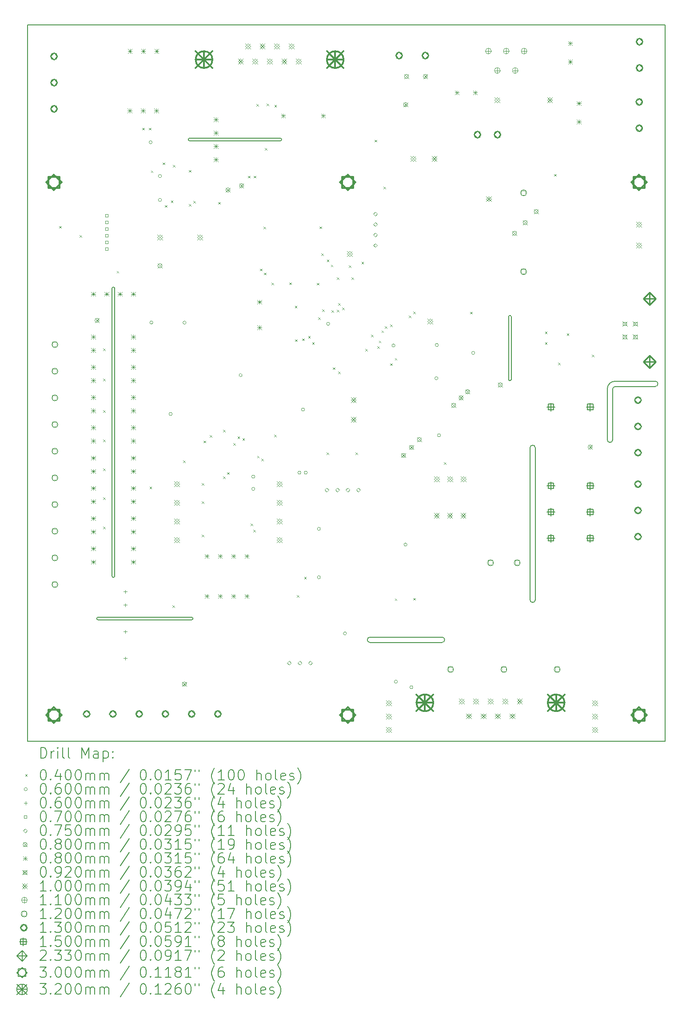
<source format=gbr>
%FSLAX45Y45*%
G04 Gerber Fmt 4.5, Leading zero omitted, Abs format (unit mm)*
G04 Created by KiCad (PCBNEW 6.0.5) date 2022-11-22 12:05:15*
%MOMM*%
%LPD*%
G01*
G04 APERTURE LIST*
%TA.AperFunction,Profile*%
%ADD10C,0.150000*%
%TD*%
%ADD11C,0.200000*%
%ADD12C,0.040000*%
%ADD13C,0.060000*%
%ADD14C,0.070000*%
%ADD15C,0.075000*%
%ADD16C,0.080000*%
%ADD17C,0.092000*%
%ADD18C,0.100000*%
%ADD19C,0.110000*%
%ADD20C,0.120000*%
%ADD21C,0.130000*%
%ADD22C,0.150000*%
%ADD23C,0.233000*%
%ADD24C,0.300000*%
%ADD25C,0.320000*%
G04 APERTURE END LIST*
D10*
X2958140Y-6971409D02*
X2958140Y-12450189D01*
X9245600Y-13716000D02*
G75*
G03*
X9245600Y-13614400I0J50800D01*
G01*
X3008940Y-6971409D02*
X3008940Y-12450189D01*
X12395200Y-9855200D02*
G75*
G03*
X12496800Y-9855200I50800J0D01*
G01*
X4435560Y-4107953D02*
G75*
G03*
X4435560Y-4158747I0J-25397D01*
G01*
X2691880Y-13234740D02*
G75*
G03*
X2691880Y-13285540I0J-25400D01*
G01*
X6162760Y-4158753D02*
G75*
G03*
X6162760Y-4107947I0J25403D01*
G01*
X10565000Y-7510620D02*
G75*
G03*
X10514200Y-7510620I-25400J0D01*
G01*
X1350000Y-1950000D02*
X1350000Y-15600000D01*
X10922000Y-12903200D02*
G75*
G03*
X11023600Y-12903200I50800J0D01*
G01*
X13309600Y-8839200D02*
X12547600Y-8839200D01*
X1350000Y-15600000D02*
X13500000Y-15600000D01*
X10565000Y-8704420D02*
X10565000Y-7510620D01*
X13309600Y-8839200D02*
G75*
G03*
X13309600Y-8737600I0J50800D01*
G01*
X12395200Y-8890000D02*
X12395200Y-9855200D01*
X2691880Y-13285540D02*
X4474960Y-13285540D01*
X12547600Y-8839200D02*
G75*
G03*
X12496800Y-8890000I0J-50800D01*
G01*
X7874000Y-13614400D02*
G75*
G03*
X7874000Y-13716000I0J-50800D01*
G01*
X9245600Y-13716000D02*
X7874000Y-13716000D01*
X10922000Y-10007600D02*
X10922000Y-12903200D01*
X2958140Y-12450189D02*
G75*
G03*
X3008940Y-12450189I25400J0D01*
G01*
X4474960Y-13234740D02*
X2691880Y-13234740D01*
X13309600Y-8737600D02*
X12547600Y-8737600D01*
X4474960Y-13285540D02*
G75*
G03*
X4474960Y-13234740I0J25400D01*
G01*
X4435560Y-4107947D02*
X6162760Y-4107947D01*
X7874000Y-13614400D02*
X9245600Y-13614400D01*
X10514200Y-7510620D02*
X10514200Y-8704420D01*
X12547600Y-8737600D02*
G75*
G03*
X12395200Y-8890000I0J-152400D01*
G01*
X11023600Y-12903200D02*
X11023600Y-10007600D01*
X3008940Y-6971409D02*
G75*
G03*
X2958140Y-6971409I-25400J0D01*
G01*
X10514200Y-8704420D02*
G75*
G03*
X10565000Y-8704420I25400J0D01*
G01*
X13500000Y-1950000D02*
X13500000Y-15600000D01*
X1350000Y-1950000D02*
X13500000Y-1950000D01*
X12496800Y-8890000D02*
X12496800Y-9855200D01*
X11023600Y-10007600D02*
G75*
G03*
X10922000Y-10007600I-50800J0D01*
G01*
X4435560Y-4158747D02*
X6162760Y-4158747D01*
D11*
D12*
X1951040Y-5781360D02*
X1991040Y-5821360D01*
X1991040Y-5781360D02*
X1951040Y-5821360D01*
X2337120Y-5954080D02*
X2377120Y-5994080D01*
X2377120Y-5954080D02*
X2337120Y-5994080D01*
X2787788Y-8117761D02*
X2827788Y-8157761D01*
X2827788Y-8117761D02*
X2787788Y-8157761D01*
X2787788Y-8691801D02*
X2827788Y-8731801D01*
X2827788Y-8691801D02*
X2787788Y-8731801D01*
X2787788Y-9291241D02*
X2827788Y-9331241D01*
X2827788Y-9291241D02*
X2787788Y-9331241D01*
X2787788Y-9850041D02*
X2827788Y-9890041D01*
X2827788Y-9850041D02*
X2787788Y-9890041D01*
X2787788Y-10403761D02*
X2827788Y-10443761D01*
X2827788Y-10403761D02*
X2787788Y-10443761D01*
X2787788Y-10952401D02*
X2827788Y-10992401D01*
X2827788Y-10952401D02*
X2787788Y-10992401D01*
X2787788Y-11511201D02*
X2827788Y-11551201D01*
X2827788Y-11511201D02*
X2787788Y-11551201D01*
X3045780Y-6637340D02*
X3085780Y-6677340D01*
X3085780Y-6637340D02*
X3045780Y-6677340D01*
X3530920Y-3911920D02*
X3570920Y-3951920D01*
X3570920Y-3911920D02*
X3530920Y-3951920D01*
X3657920Y-3911920D02*
X3697920Y-3951920D01*
X3697920Y-3911920D02*
X3657920Y-3951920D01*
X3673160Y-10749600D02*
X3713160Y-10789600D01*
X3713160Y-10749600D02*
X3673160Y-10789600D01*
X3698560Y-4724720D02*
X3738560Y-4764720D01*
X3738560Y-4724720D02*
X3698560Y-4764720D01*
X3922080Y-4572320D02*
X3962080Y-4612320D01*
X3962080Y-4572320D02*
X3922080Y-4612320D01*
X3962720Y-5385120D02*
X4002720Y-5425120D01*
X4002720Y-5385120D02*
X3962720Y-5425120D01*
X4079560Y-5293680D02*
X4119560Y-5333680D01*
X4119560Y-5293680D02*
X4079560Y-5333680D01*
X4109520Y-13006460D02*
X4149520Y-13046460D01*
X4149520Y-13006460D02*
X4109520Y-13046460D01*
X4120200Y-4618040D02*
X4160200Y-4658040D01*
X4160200Y-4618040D02*
X4120200Y-4658040D01*
X4313240Y-10246680D02*
X4353240Y-10286680D01*
X4353240Y-10246680D02*
X4313240Y-10286680D01*
X4425000Y-4714560D02*
X4465000Y-4754560D01*
X4465000Y-4714560D02*
X4425000Y-4754560D01*
X4425000Y-5364800D02*
X4465000Y-5404800D01*
X4465000Y-5364800D02*
X4425000Y-5404800D01*
X4506280Y-5303840D02*
X4546280Y-5343840D01*
X4546280Y-5303840D02*
X4506280Y-5343840D01*
X4668840Y-10678480D02*
X4708840Y-10718480D01*
X4708840Y-10678480D02*
X4668840Y-10718480D01*
X4668840Y-11029000D02*
X4708840Y-11069000D01*
X4708840Y-11029000D02*
X4668840Y-11069000D01*
X4668840Y-11664000D02*
X4708840Y-11704000D01*
X4708840Y-11664000D02*
X4668840Y-11704000D01*
X4699320Y-9870760D02*
X4739320Y-9910760D01*
X4739320Y-9870760D02*
X4699320Y-9910760D01*
X4822820Y-9765660D02*
X4862820Y-9805660D01*
X4862820Y-9765660D02*
X4822820Y-9805660D01*
X4983800Y-5324160D02*
X5023800Y-5364160D01*
X5023800Y-5324160D02*
X4983800Y-5364160D01*
X5075240Y-9662480D02*
X5115240Y-9702480D01*
X5115240Y-9662480D02*
X5075240Y-9702480D01*
X5075660Y-10552480D02*
X5115660Y-10592480D01*
X5115660Y-10552480D02*
X5075660Y-10592480D01*
X5151860Y-10473740D02*
X5191860Y-10513740D01*
X5191860Y-10473740D02*
X5151860Y-10513740D01*
X5268280Y-9916480D02*
X5308280Y-9956480D01*
X5308280Y-9916480D02*
X5268280Y-9956480D01*
X5349560Y-9789480D02*
X5389560Y-9829480D01*
X5389560Y-9789480D02*
X5349560Y-9829480D01*
X5443756Y-9822904D02*
X5483756Y-9862904D01*
X5483756Y-9822904D02*
X5443756Y-9862904D01*
X5547680Y-4826320D02*
X5587680Y-4866320D01*
X5587680Y-4826320D02*
X5547680Y-4866320D01*
X5598900Y-11451640D02*
X5638900Y-11491640D01*
X5638900Y-11451640D02*
X5598900Y-11491640D01*
X5652240Y-11568480D02*
X5692240Y-11608480D01*
X5692240Y-11568480D02*
X5652240Y-11608480D01*
X5659440Y-4826320D02*
X5699440Y-4866320D01*
X5699440Y-4826320D02*
X5659440Y-4866320D01*
X5710960Y-3455487D02*
X5750960Y-3495487D01*
X5750960Y-3455487D02*
X5710960Y-3495487D01*
X5722773Y-10160122D02*
X5762773Y-10200122D01*
X5762773Y-10160122D02*
X5722773Y-10200122D01*
X5776280Y-6595410D02*
X5816280Y-6635410D01*
X5816280Y-6595410D02*
X5776280Y-6635410D01*
X5805510Y-10216200D02*
X5845510Y-10256200D01*
X5845510Y-10216200D02*
X5805510Y-10256200D01*
X5842320Y-5796600D02*
X5882320Y-5836600D01*
X5882320Y-5796600D02*
X5842320Y-5836600D01*
X5852480Y-6670360D02*
X5892480Y-6710360D01*
X5892480Y-6670360D02*
X5852480Y-6710360D01*
X5870980Y-4293687D02*
X5910980Y-4333687D01*
X5910980Y-4293687D02*
X5870980Y-4333687D01*
X5901460Y-3450407D02*
X5941460Y-3490407D01*
X5941460Y-3450407D02*
X5901460Y-3490407D01*
X5994720Y-6863400D02*
X6034720Y-6903400D01*
X6034720Y-6863400D02*
X5994720Y-6903400D01*
X6045178Y-9758658D02*
X6085178Y-9798658D01*
X6085178Y-9758658D02*
X6045178Y-9798658D01*
X6051320Y-3473267D02*
X6091320Y-3513267D01*
X6091320Y-3473267D02*
X6051320Y-3513267D01*
X6335080Y-6858320D02*
X6375080Y-6898320D01*
X6375080Y-6858320D02*
X6335080Y-6898320D01*
X6441760Y-7300280D02*
X6481760Y-7340280D01*
X6481760Y-7300280D02*
X6441760Y-7340280D01*
X6446840Y-7940360D02*
X6486840Y-7980360D01*
X6486840Y-7940360D02*
X6446840Y-7980360D01*
X6480690Y-12813790D02*
X6520690Y-12853790D01*
X6520690Y-12813790D02*
X6480690Y-12853790D01*
X6578920Y-7925120D02*
X6618920Y-7965120D01*
X6618920Y-7925120D02*
X6578920Y-7965120D01*
X6619560Y-12466640D02*
X6659560Y-12506640D01*
X6659560Y-12466640D02*
X6619560Y-12506640D01*
X6695760Y-7879400D02*
X6735760Y-7919400D01*
X6735760Y-7879400D02*
X6695760Y-7919400D01*
X6771960Y-7996240D02*
X6811960Y-8036240D01*
X6811960Y-7996240D02*
X6771960Y-8036240D01*
X6860800Y-6865880D02*
X6900800Y-6905880D01*
X6900800Y-6865880D02*
X6860800Y-6905880D01*
X6883720Y-7523800D02*
X6923720Y-7563800D01*
X6923720Y-7523800D02*
X6883720Y-7563800D01*
X6914200Y-5791520D02*
X6954200Y-5831520D01*
X6954200Y-5791520D02*
X6914200Y-5831520D01*
X6944680Y-6304600D02*
X6984680Y-6344600D01*
X6984680Y-6304600D02*
X6944680Y-6344600D01*
X6959920Y-7371400D02*
X6999920Y-7411400D01*
X6999920Y-7371400D02*
X6959920Y-7411400D01*
X7046940Y-10096660D02*
X7086940Y-10136660D01*
X7086940Y-10096660D02*
X7046940Y-10136660D01*
X7051360Y-6421440D02*
X7091360Y-6461440D01*
X7091360Y-6421440D02*
X7051360Y-6461440D01*
X7127560Y-6517960D02*
X7167560Y-6557960D01*
X7167560Y-6517960D02*
X7127560Y-6557960D01*
X7141390Y-7386640D02*
X7181390Y-7426640D01*
X7181390Y-7386640D02*
X7141390Y-7426640D01*
X7163120Y-8473760D02*
X7203120Y-8513760D01*
X7203120Y-8473760D02*
X7163120Y-8513760D01*
X7244400Y-6761800D02*
X7284400Y-6801800D01*
X7284400Y-6761800D02*
X7244400Y-6801800D01*
X7244400Y-7376480D02*
X7284400Y-7416480D01*
X7284400Y-7376480D02*
X7244400Y-7416480D01*
X7264720Y-7249480D02*
X7304720Y-7289480D01*
X7304720Y-7249480D02*
X7264720Y-7289480D01*
X7269800Y-8555040D02*
X7309800Y-8595040D01*
X7309800Y-8555040D02*
X7269800Y-8595040D01*
X7346000Y-7335840D02*
X7386000Y-7375840D01*
X7386000Y-7335840D02*
X7346000Y-7375840D01*
X7473000Y-6533200D02*
X7513000Y-6573200D01*
X7513000Y-6533200D02*
X7473000Y-6573200D01*
X7518720Y-6761800D02*
X7558720Y-6801800D01*
X7558720Y-6761800D02*
X7518720Y-6801800D01*
X7598120Y-10096660D02*
X7638120Y-10136660D01*
X7638120Y-10096660D02*
X7598120Y-10136660D01*
X7711760Y-6462080D02*
X7751760Y-6502080D01*
X7751760Y-6462080D02*
X7711760Y-6502080D01*
X7782880Y-8123240D02*
X7822880Y-8163240D01*
X7822880Y-8123240D02*
X7782880Y-8163240D01*
X7894640Y-7854000D02*
X7934640Y-7894000D01*
X7934640Y-7854000D02*
X7894640Y-7894000D01*
X7960680Y-4140520D02*
X8000680Y-4180520D01*
X8000680Y-4140520D02*
X7960680Y-4180520D01*
X8012730Y-8072440D02*
X8052730Y-8112440D01*
X8052730Y-8072440D02*
X8012730Y-8112440D01*
X8041960Y-7965760D02*
X8081960Y-8005760D01*
X8081960Y-7965760D02*
X8041960Y-8005760D01*
X8092760Y-7772720D02*
X8132760Y-7812720D01*
X8132760Y-7772720D02*
X8092760Y-7812720D01*
X8133400Y-5034600D02*
X8173400Y-5074600D01*
X8173400Y-5034600D02*
X8133400Y-5074600D01*
X8158800Y-7691440D02*
X8198800Y-7731440D01*
X8198800Y-7691440D02*
X8158800Y-7731440D01*
X8255320Y-8397560D02*
X8295320Y-8437560D01*
X8295320Y-8397560D02*
X8255320Y-8437560D01*
X8260400Y-7655880D02*
X8300400Y-7695880D01*
X8300400Y-7655880D02*
X8260400Y-7695880D01*
X8346760Y-8295960D02*
X8386760Y-8335960D01*
X8386760Y-8295960D02*
X8346760Y-8335960D01*
X8346760Y-12878120D02*
X8386760Y-12918120D01*
X8386760Y-12878120D02*
X8346760Y-12918120D01*
X8610920Y-7488240D02*
X8650920Y-7528240D01*
X8650920Y-7488240D02*
X8610920Y-7528240D01*
X8697280Y-7412040D02*
X8737280Y-7452040D01*
X8737280Y-7412040D02*
X8697280Y-7452040D01*
X8697280Y-12867960D02*
X8737280Y-12907960D01*
X8737280Y-12867960D02*
X8697280Y-12907960D01*
X9280000Y-10280000D02*
X9320000Y-10320000D01*
X9320000Y-10280000D02*
X9280000Y-10320000D01*
X9779320Y-7417120D02*
X9819320Y-7457120D01*
X9819320Y-7417120D02*
X9779320Y-7457120D01*
X11207940Y-7792880D02*
X11247940Y-7832880D01*
X11247940Y-7792880D02*
X11207940Y-7832880D01*
X11207940Y-7993540D02*
X11247940Y-8033540D01*
X11247940Y-7993540D02*
X11207940Y-8033540D01*
X11379520Y-4790760D02*
X11419520Y-4830760D01*
X11419520Y-4790760D02*
X11379520Y-4830760D01*
X11459400Y-8384700D02*
X11499400Y-8424700D01*
X11499400Y-8384700D02*
X11459400Y-8424700D01*
X11624500Y-7828440D02*
X11664500Y-7868440D01*
X11664500Y-7828440D02*
X11624500Y-7868440D01*
X12099480Y-8232300D02*
X12139480Y-8272300D01*
X12139480Y-8232300D02*
X12099480Y-8272300D01*
D13*
X3723160Y-4185920D02*
G75*
G03*
X3723160Y-4185920I-30000J0D01*
G01*
X3738400Y-7620000D02*
G75*
G03*
X3738400Y-7620000I-30000J0D01*
G01*
X3900960Y-4831080D02*
G75*
G03*
X3900960Y-4831080I-30000J0D01*
G01*
X3900960Y-5283200D02*
G75*
G03*
X3900960Y-5283200I-30000J0D01*
G01*
X4104160Y-9362440D02*
G75*
G03*
X4104160Y-9362440I-30000J0D01*
G01*
X4368320Y-7622540D02*
G75*
G03*
X4368320Y-7622540I-30000J0D01*
G01*
X5437660Y-8623300D02*
G75*
G03*
X5437660Y-8623300I-30000J0D01*
G01*
X5678960Y-10556240D02*
G75*
G03*
X5678960Y-10556240I-30000J0D01*
G01*
X5678960Y-10789920D02*
G75*
G03*
X5678960Y-10789920I-30000J0D01*
G01*
X6557800Y-10480040D02*
G75*
G03*
X6557800Y-10480040I-30000J0D01*
G01*
X6626380Y-9278620D02*
G75*
G03*
X6626380Y-9278620I-30000J0D01*
G01*
X6679720Y-10480040D02*
G75*
G03*
X6679720Y-10480040I-30000J0D01*
G01*
X6928640Y-11551920D02*
G75*
G03*
X6928640Y-11551920I-30000J0D01*
G01*
X6928640Y-12474910D02*
G75*
G03*
X6928640Y-12474910I-30000J0D01*
G01*
X7106440Y-7645880D02*
G75*
G03*
X7106440Y-7645880I-30000J0D01*
G01*
X7426480Y-13543280D02*
G75*
G03*
X7426480Y-13543280I-30000J0D01*
G01*
X8351040Y-8056880D02*
G75*
G03*
X8351040Y-8056880I-30000J0D01*
G01*
X8396760Y-14462760D02*
G75*
G03*
X8396760Y-14462760I-30000J0D01*
G01*
X8580000Y-11850000D02*
G75*
G03*
X8580000Y-11850000I-30000J0D01*
G01*
X8691400Y-14569440D02*
G75*
G03*
X8691400Y-14569440I-30000J0D01*
G01*
X9168920Y-8681720D02*
G75*
G03*
X9168920Y-8681720I-30000J0D01*
G01*
X9176540Y-8049260D02*
G75*
G03*
X9176540Y-8049260I-30000J0D01*
G01*
X9219720Y-9768840D02*
G75*
G03*
X9219720Y-9768840I-30000J0D01*
G01*
X9869960Y-8199120D02*
G75*
G03*
X9869960Y-8199120I-30000J0D01*
G01*
X3210560Y-12718040D02*
X3210560Y-12778040D01*
X3180560Y-12748040D02*
X3240560Y-12748040D01*
X3210560Y-12972040D02*
X3210560Y-13032040D01*
X3180560Y-13002040D02*
X3240560Y-13002040D01*
X3210560Y-13480040D02*
X3210560Y-13540040D01*
X3180560Y-13510040D02*
X3240560Y-13510040D01*
X3210560Y-13988040D02*
X3210560Y-14048040D01*
X3180560Y-14018040D02*
X3240560Y-14018040D01*
D14*
X2877249Y-5607249D02*
X2877249Y-5557751D01*
X2827751Y-5557751D01*
X2827751Y-5607249D01*
X2877249Y-5607249D01*
X2877249Y-5734249D02*
X2877249Y-5684751D01*
X2827751Y-5684751D01*
X2827751Y-5734249D01*
X2877249Y-5734249D01*
X2877249Y-5861249D02*
X2877249Y-5811751D01*
X2827751Y-5811751D01*
X2827751Y-5861249D01*
X2877249Y-5861249D01*
X2877249Y-5988249D02*
X2877249Y-5938751D01*
X2827751Y-5938751D01*
X2827751Y-5988249D01*
X2877249Y-5988249D01*
X2877249Y-6115249D02*
X2877249Y-6065751D01*
X2827751Y-6065751D01*
X2827751Y-6115249D01*
X2877249Y-6115249D01*
X2877249Y-6242249D02*
X2877249Y-6192751D01*
X2827751Y-6192751D01*
X2827751Y-6242249D01*
X2877249Y-6242249D01*
D15*
X6333860Y-14143400D02*
X6371360Y-14105900D01*
X6333860Y-14068400D01*
X6296360Y-14105900D01*
X6333860Y-14143400D01*
X6533860Y-14143400D02*
X6571360Y-14105900D01*
X6533860Y-14068400D01*
X6496360Y-14105900D01*
X6533860Y-14143400D01*
X6733860Y-14143400D02*
X6771360Y-14105900D01*
X6733860Y-14068400D01*
X6696360Y-14105900D01*
X6733860Y-14143400D01*
X7050000Y-10847440D02*
X7087500Y-10809940D01*
X7050000Y-10772440D01*
X7012500Y-10809940D01*
X7050000Y-10847440D01*
X7250000Y-10847440D02*
X7287500Y-10809940D01*
X7250000Y-10772440D01*
X7212500Y-10809940D01*
X7250000Y-10847440D01*
X7450000Y-10847440D02*
X7487500Y-10809940D01*
X7450000Y-10772440D01*
X7412500Y-10809940D01*
X7450000Y-10847440D01*
X7650000Y-10847440D02*
X7687500Y-10809940D01*
X7650000Y-10772440D01*
X7612500Y-10809940D01*
X7650000Y-10847440D01*
X7976400Y-5586700D02*
X8013900Y-5549200D01*
X7976400Y-5511700D01*
X7938900Y-5549200D01*
X7976400Y-5586700D01*
X7976400Y-5786700D02*
X8013900Y-5749200D01*
X7976400Y-5711700D01*
X7938900Y-5749200D01*
X7976400Y-5786700D01*
X7976400Y-5986700D02*
X8013900Y-5949200D01*
X7976400Y-5911700D01*
X7938900Y-5949200D01*
X7976400Y-5986700D01*
X7976400Y-6186700D02*
X8013900Y-6149200D01*
X7976400Y-6111700D01*
X7938900Y-6149200D01*
X7976400Y-6186700D01*
D16*
X2632046Y-7539394D02*
X2712046Y-7619394D01*
X2712046Y-7539394D02*
X2632046Y-7619394D01*
X2712046Y-7579394D02*
G75*
G03*
X2712046Y-7579394I-40000J0D01*
G01*
X3830960Y-6497960D02*
X3910960Y-6577960D01*
X3910960Y-6497960D02*
X3830960Y-6577960D01*
X3910960Y-6537960D02*
G75*
G03*
X3910960Y-6537960I-40000J0D01*
G01*
X4297800Y-14468180D02*
X4377800Y-14548180D01*
X4377800Y-14468180D02*
X4297800Y-14548180D01*
X4377800Y-14508180D02*
G75*
G03*
X4377800Y-14508180I-40000J0D01*
G01*
X5126360Y-5055240D02*
X5206360Y-5135240D01*
X5206360Y-5055240D02*
X5126360Y-5135240D01*
X5206360Y-5095240D02*
G75*
G03*
X5206360Y-5095240I-40000J0D01*
G01*
X5385440Y-4973960D02*
X5465440Y-5053960D01*
X5465440Y-4973960D02*
X5385440Y-5053960D01*
X5465440Y-5013960D02*
G75*
G03*
X5465440Y-5013960I-40000J0D01*
G01*
X8471540Y-10112380D02*
X8551540Y-10192380D01*
X8551540Y-10112380D02*
X8471540Y-10192380D01*
X8551540Y-10152380D02*
G75*
G03*
X8551540Y-10152380I-40000J0D01*
G01*
X8512100Y-3429850D02*
X8592100Y-3509850D01*
X8592100Y-3429850D02*
X8512100Y-3509850D01*
X8592100Y-3469850D02*
G75*
G03*
X8592100Y-3469850I-40000J0D01*
G01*
X8528800Y-2892450D02*
X8608800Y-2972450D01*
X8608800Y-2892450D02*
X8528800Y-2972450D01*
X8608800Y-2932450D02*
G75*
G03*
X8608800Y-2932450I-40000J0D01*
G01*
X8623940Y-9959980D02*
X8703940Y-10039980D01*
X8703940Y-9959980D02*
X8623940Y-10039980D01*
X8703940Y-9999980D02*
G75*
G03*
X8703940Y-9999980I-40000J0D01*
G01*
X8773800Y-9810120D02*
X8853800Y-9890120D01*
X8853800Y-9810120D02*
X8773800Y-9890120D01*
X8853800Y-9850120D02*
G75*
G03*
X8853800Y-9850120I-40000J0D01*
G01*
X8889100Y-2892450D02*
X8969100Y-2972450D01*
X8969100Y-2892450D02*
X8889100Y-2972450D01*
X8969100Y-2932450D02*
G75*
G03*
X8969100Y-2932450I-40000J0D01*
G01*
X9426580Y-9157340D02*
X9506580Y-9237340D01*
X9506580Y-9157340D02*
X9426580Y-9237340D01*
X9506580Y-9197340D02*
G75*
G03*
X9506580Y-9197340I-40000J0D01*
G01*
X9568820Y-9015100D02*
X9648820Y-9095100D01*
X9648820Y-9015100D02*
X9568820Y-9095100D01*
X9648820Y-9055100D02*
G75*
G03*
X9648820Y-9055100I-40000J0D01*
G01*
X9693628Y-8898590D02*
X9773628Y-8978590D01*
X9773628Y-8898590D02*
X9693628Y-8978590D01*
X9773628Y-8938590D02*
G75*
G03*
X9773628Y-8938590I-40000J0D01*
G01*
X10318120Y-8768720D02*
X10398120Y-8848720D01*
X10398120Y-8768720D02*
X10318120Y-8848720D01*
X10398120Y-8808720D02*
G75*
G03*
X10398120Y-8808720I-40000J0D01*
G01*
X10588380Y-5879220D02*
X10668380Y-5959220D01*
X10668380Y-5879220D02*
X10588380Y-5959220D01*
X10668380Y-5919220D02*
G75*
G03*
X10668380Y-5919220I-40000J0D01*
G01*
X10791580Y-5676020D02*
X10871580Y-5756020D01*
X10871580Y-5676020D02*
X10791580Y-5756020D01*
X10871580Y-5716020D02*
G75*
G03*
X10871580Y-5716020I-40000J0D01*
G01*
X11001300Y-5466300D02*
X11081300Y-5546300D01*
X11081300Y-5466300D02*
X11001300Y-5546300D01*
X11081300Y-5506300D02*
G75*
G03*
X11081300Y-5506300I-40000J0D01*
G01*
X12030080Y-9952360D02*
X12110080Y-10032360D01*
X12110080Y-9952360D02*
X12030080Y-10032360D01*
X12110080Y-9992360D02*
G75*
G03*
X12110080Y-9992360I-40000J0D01*
G01*
X2560000Y-7853429D02*
X2640000Y-7933429D01*
X2640000Y-7853429D02*
X2560000Y-7933429D01*
X2600000Y-7853429D02*
X2600000Y-7933429D01*
X2560000Y-7893429D02*
X2640000Y-7893429D01*
X2560000Y-8107429D02*
X2640000Y-8187429D01*
X2640000Y-8107429D02*
X2560000Y-8187429D01*
X2600000Y-8107429D02*
X2600000Y-8187429D01*
X2560000Y-8147429D02*
X2640000Y-8147429D01*
X2560000Y-8429714D02*
X2640000Y-8509714D01*
X2640000Y-8429714D02*
X2560000Y-8509714D01*
X2600000Y-8429714D02*
X2600000Y-8509714D01*
X2560000Y-8469714D02*
X2640000Y-8469714D01*
X2560000Y-8683714D02*
X2640000Y-8763714D01*
X2640000Y-8683714D02*
X2560000Y-8763714D01*
X2600000Y-8683714D02*
X2600000Y-8763714D01*
X2560000Y-8723714D02*
X2640000Y-8723714D01*
X2560000Y-9006000D02*
X2640000Y-9086000D01*
X2640000Y-9006000D02*
X2560000Y-9086000D01*
X2600000Y-9006000D02*
X2600000Y-9086000D01*
X2560000Y-9046000D02*
X2640000Y-9046000D01*
X2560000Y-9260000D02*
X2640000Y-9340000D01*
X2640000Y-9260000D02*
X2560000Y-9340000D01*
X2600000Y-9260000D02*
X2600000Y-9340000D01*
X2560000Y-9300000D02*
X2640000Y-9300000D01*
X2560000Y-9582286D02*
X2640000Y-9662286D01*
X2640000Y-9582286D02*
X2560000Y-9662286D01*
X2600000Y-9582286D02*
X2600000Y-9662286D01*
X2560000Y-9622286D02*
X2640000Y-9622286D01*
X2560000Y-9836286D02*
X2640000Y-9916286D01*
X2640000Y-9836286D02*
X2560000Y-9916286D01*
X2600000Y-9836286D02*
X2600000Y-9916286D01*
X2560000Y-9876286D02*
X2640000Y-9876286D01*
X2560000Y-10158571D02*
X2640000Y-10238571D01*
X2640000Y-10158571D02*
X2560000Y-10238571D01*
X2600000Y-10158571D02*
X2600000Y-10238571D01*
X2560000Y-10198571D02*
X2640000Y-10198571D01*
X2560000Y-10412571D02*
X2640000Y-10492571D01*
X2640000Y-10412571D02*
X2560000Y-10492571D01*
X2600000Y-10412571D02*
X2600000Y-10492571D01*
X2560000Y-10452571D02*
X2640000Y-10452571D01*
X2560000Y-10734857D02*
X2640000Y-10814857D01*
X2640000Y-10734857D02*
X2560000Y-10814857D01*
X2600000Y-10734857D02*
X2600000Y-10814857D01*
X2560000Y-10774857D02*
X2640000Y-10774857D01*
X2560000Y-10988857D02*
X2640000Y-11068857D01*
X2640000Y-10988857D02*
X2560000Y-11068857D01*
X2600000Y-10988857D02*
X2600000Y-11068857D01*
X2560000Y-11028857D02*
X2640000Y-11028857D01*
X2560000Y-11311143D02*
X2640000Y-11391143D01*
X2640000Y-11311143D02*
X2560000Y-11391143D01*
X2600000Y-11311143D02*
X2600000Y-11391143D01*
X2560000Y-11351143D02*
X2640000Y-11351143D01*
X2560000Y-11565143D02*
X2640000Y-11645143D01*
X2640000Y-11565143D02*
X2560000Y-11645143D01*
X2600000Y-11565143D02*
X2600000Y-11645143D01*
X2560000Y-11605143D02*
X2640000Y-11605143D01*
X2560000Y-11887429D02*
X2640000Y-11967429D01*
X2640000Y-11887429D02*
X2560000Y-11967429D01*
X2600000Y-11887429D02*
X2600000Y-11967429D01*
X2560000Y-11927429D02*
X2640000Y-11927429D01*
X2560000Y-12141429D02*
X2640000Y-12221429D01*
X2640000Y-12141429D02*
X2560000Y-12221429D01*
X2600000Y-12141429D02*
X2600000Y-12221429D01*
X2560000Y-12181429D02*
X2640000Y-12181429D01*
X2562540Y-7038089D02*
X2642540Y-7118089D01*
X2642540Y-7038089D02*
X2562540Y-7118089D01*
X2602540Y-7038089D02*
X2602540Y-7118089D01*
X2562540Y-7078089D02*
X2642540Y-7078089D01*
X2816540Y-7038089D02*
X2896540Y-7118089D01*
X2896540Y-7038089D02*
X2816540Y-7118089D01*
X2856540Y-7038089D02*
X2856540Y-7118089D01*
X2816540Y-7078089D02*
X2896540Y-7078089D01*
X3070540Y-7038089D02*
X3150540Y-7118089D01*
X3150540Y-7038089D02*
X3070540Y-7118089D01*
X3110540Y-7038089D02*
X3110540Y-7118089D01*
X3070540Y-7078089D02*
X3150540Y-7078089D01*
X3254900Y-3544300D02*
X3334900Y-3624300D01*
X3334900Y-3544300D02*
X3254900Y-3624300D01*
X3294900Y-3544300D02*
X3294900Y-3624300D01*
X3254900Y-3584300D02*
X3334900Y-3584300D01*
X3259980Y-2411460D02*
X3339980Y-2491460D01*
X3339980Y-2411460D02*
X3259980Y-2491460D01*
X3299980Y-2411460D02*
X3299980Y-2491460D01*
X3259980Y-2451460D02*
X3339980Y-2451460D01*
X3322000Y-7853429D02*
X3402000Y-7933429D01*
X3402000Y-7853429D02*
X3322000Y-7933429D01*
X3362000Y-7853429D02*
X3362000Y-7933429D01*
X3322000Y-7893429D02*
X3402000Y-7893429D01*
X3322000Y-8107429D02*
X3402000Y-8187429D01*
X3402000Y-8107429D02*
X3322000Y-8187429D01*
X3362000Y-8107429D02*
X3362000Y-8187429D01*
X3322000Y-8147429D02*
X3402000Y-8147429D01*
X3322000Y-8429714D02*
X3402000Y-8509714D01*
X3402000Y-8429714D02*
X3322000Y-8509714D01*
X3362000Y-8429714D02*
X3362000Y-8509714D01*
X3322000Y-8469714D02*
X3402000Y-8469714D01*
X3322000Y-8683714D02*
X3402000Y-8763714D01*
X3402000Y-8683714D02*
X3322000Y-8763714D01*
X3362000Y-8683714D02*
X3362000Y-8763714D01*
X3322000Y-8723714D02*
X3402000Y-8723714D01*
X3322000Y-9006000D02*
X3402000Y-9086000D01*
X3402000Y-9006000D02*
X3322000Y-9086000D01*
X3362000Y-9006000D02*
X3362000Y-9086000D01*
X3322000Y-9046000D02*
X3402000Y-9046000D01*
X3322000Y-9260000D02*
X3402000Y-9340000D01*
X3402000Y-9260000D02*
X3322000Y-9340000D01*
X3362000Y-9260000D02*
X3362000Y-9340000D01*
X3322000Y-9300000D02*
X3402000Y-9300000D01*
X3322000Y-9582286D02*
X3402000Y-9662286D01*
X3402000Y-9582286D02*
X3322000Y-9662286D01*
X3362000Y-9582286D02*
X3362000Y-9662286D01*
X3322000Y-9622286D02*
X3402000Y-9622286D01*
X3322000Y-9836286D02*
X3402000Y-9916286D01*
X3402000Y-9836286D02*
X3322000Y-9916286D01*
X3362000Y-9836286D02*
X3362000Y-9916286D01*
X3322000Y-9876286D02*
X3402000Y-9876286D01*
X3322000Y-10158571D02*
X3402000Y-10238571D01*
X3402000Y-10158571D02*
X3322000Y-10238571D01*
X3362000Y-10158571D02*
X3362000Y-10238571D01*
X3322000Y-10198571D02*
X3402000Y-10198571D01*
X3322000Y-10412571D02*
X3402000Y-10492571D01*
X3402000Y-10412571D02*
X3322000Y-10492571D01*
X3362000Y-10412571D02*
X3362000Y-10492571D01*
X3322000Y-10452571D02*
X3402000Y-10452571D01*
X3322000Y-10734857D02*
X3402000Y-10814857D01*
X3402000Y-10734857D02*
X3322000Y-10814857D01*
X3362000Y-10734857D02*
X3362000Y-10814857D01*
X3322000Y-10774857D02*
X3402000Y-10774857D01*
X3322000Y-10988857D02*
X3402000Y-11068857D01*
X3402000Y-10988857D02*
X3322000Y-11068857D01*
X3362000Y-10988857D02*
X3362000Y-11068857D01*
X3322000Y-11028857D02*
X3402000Y-11028857D01*
X3322000Y-11311143D02*
X3402000Y-11391143D01*
X3402000Y-11311143D02*
X3322000Y-11391143D01*
X3362000Y-11311143D02*
X3362000Y-11391143D01*
X3322000Y-11351143D02*
X3402000Y-11351143D01*
X3322000Y-11565143D02*
X3402000Y-11645143D01*
X3402000Y-11565143D02*
X3322000Y-11645143D01*
X3362000Y-11565143D02*
X3362000Y-11645143D01*
X3322000Y-11605143D02*
X3402000Y-11605143D01*
X3322000Y-11887429D02*
X3402000Y-11967429D01*
X3402000Y-11887429D02*
X3322000Y-11967429D01*
X3362000Y-11887429D02*
X3362000Y-11967429D01*
X3322000Y-11927429D02*
X3402000Y-11927429D01*
X3322000Y-12141429D02*
X3402000Y-12221429D01*
X3402000Y-12141429D02*
X3322000Y-12221429D01*
X3362000Y-12141429D02*
X3362000Y-12221429D01*
X3322000Y-12181429D02*
X3402000Y-12181429D01*
X3324540Y-7038089D02*
X3404540Y-7118089D01*
X3404540Y-7038089D02*
X3324540Y-7118089D01*
X3364540Y-7038089D02*
X3364540Y-7118089D01*
X3324540Y-7078089D02*
X3404540Y-7078089D01*
X3508900Y-3544300D02*
X3588900Y-3624300D01*
X3588900Y-3544300D02*
X3508900Y-3624300D01*
X3548900Y-3544300D02*
X3548900Y-3624300D01*
X3508900Y-3584300D02*
X3588900Y-3584300D01*
X3513980Y-2411460D02*
X3593980Y-2491460D01*
X3593980Y-2411460D02*
X3513980Y-2491460D01*
X3553980Y-2411460D02*
X3553980Y-2491460D01*
X3513980Y-2451460D02*
X3593980Y-2451460D01*
X3762900Y-3544300D02*
X3842900Y-3624300D01*
X3842900Y-3544300D02*
X3762900Y-3624300D01*
X3802900Y-3544300D02*
X3802900Y-3624300D01*
X3762900Y-3584300D02*
X3842900Y-3584300D01*
X3767980Y-2411460D02*
X3847980Y-2491460D01*
X3847980Y-2411460D02*
X3767980Y-2491460D01*
X3807980Y-2411460D02*
X3807980Y-2491460D01*
X3767980Y-2451460D02*
X3847980Y-2451460D01*
X4725460Y-12031790D02*
X4805460Y-12111790D01*
X4805460Y-12031790D02*
X4725460Y-12111790D01*
X4765460Y-12031790D02*
X4765460Y-12111790D01*
X4725460Y-12071790D02*
X4805460Y-12071790D01*
X4725460Y-12793790D02*
X4805460Y-12873790D01*
X4805460Y-12793790D02*
X4725460Y-12873790D01*
X4765460Y-12793790D02*
X4765460Y-12873790D01*
X4725460Y-12833790D02*
X4805460Y-12833790D01*
X4898480Y-3712347D02*
X4978480Y-3792347D01*
X4978480Y-3712347D02*
X4898480Y-3792347D01*
X4938480Y-3712347D02*
X4938480Y-3792347D01*
X4898480Y-3752347D02*
X4978480Y-3752347D01*
X4898480Y-3966347D02*
X4978480Y-4046347D01*
X4978480Y-3966347D02*
X4898480Y-4046347D01*
X4938480Y-3966347D02*
X4938480Y-4046347D01*
X4898480Y-4006347D02*
X4978480Y-4006347D01*
X4898480Y-4220347D02*
X4978480Y-4300347D01*
X4978480Y-4220347D02*
X4898480Y-4300347D01*
X4938480Y-4220347D02*
X4938480Y-4300347D01*
X4898480Y-4260347D02*
X4978480Y-4260347D01*
X4898480Y-4474347D02*
X4978480Y-4554347D01*
X4978480Y-4474347D02*
X4898480Y-4554347D01*
X4938480Y-4474347D02*
X4938480Y-4554347D01*
X4898480Y-4514347D02*
X4978480Y-4514347D01*
X4979460Y-12031790D02*
X5059460Y-12111790D01*
X5059460Y-12031790D02*
X4979460Y-12111790D01*
X5019460Y-12031790D02*
X5019460Y-12111790D01*
X4979460Y-12071790D02*
X5059460Y-12071790D01*
X4979460Y-12793790D02*
X5059460Y-12873790D01*
X5059460Y-12793790D02*
X4979460Y-12873790D01*
X5019460Y-12793790D02*
X5019460Y-12873790D01*
X4979460Y-12833790D02*
X5059460Y-12833790D01*
X5233460Y-12031790D02*
X5313460Y-12111790D01*
X5313460Y-12031790D02*
X5233460Y-12111790D01*
X5273460Y-12031790D02*
X5273460Y-12111790D01*
X5233460Y-12071790D02*
X5313460Y-12071790D01*
X5233460Y-12793790D02*
X5313460Y-12873790D01*
X5313460Y-12793790D02*
X5233460Y-12873790D01*
X5273460Y-12793790D02*
X5273460Y-12873790D01*
X5233460Y-12833790D02*
X5313460Y-12833790D01*
X5487460Y-12031790D02*
X5567460Y-12111790D01*
X5567460Y-12031790D02*
X5487460Y-12111790D01*
X5527460Y-12031790D02*
X5527460Y-12111790D01*
X5487460Y-12071790D02*
X5567460Y-12071790D01*
X5487460Y-12793790D02*
X5567460Y-12873790D01*
X5567460Y-12793790D02*
X5487460Y-12873790D01*
X5527460Y-12793790D02*
X5527460Y-12873790D01*
X5487460Y-12833790D02*
X5567460Y-12833790D01*
X5727860Y-7187620D02*
X5807860Y-7267620D01*
X5807860Y-7187620D02*
X5727860Y-7267620D01*
X5767860Y-7187620D02*
X5767860Y-7267620D01*
X5727860Y-7227620D02*
X5807860Y-7227620D01*
X5727860Y-7675620D02*
X5807860Y-7755620D01*
X5807860Y-7675620D02*
X5727860Y-7755620D01*
X5767860Y-7675620D02*
X5767860Y-7755620D01*
X5727860Y-7715620D02*
X5807860Y-7715620D01*
X6179460Y-3640460D02*
X6259460Y-3720460D01*
X6259460Y-3640460D02*
X6179460Y-3720460D01*
X6219460Y-3640460D02*
X6219460Y-3720460D01*
X6179460Y-3680460D02*
X6259460Y-3680460D01*
X6941460Y-3640460D02*
X7021460Y-3720460D01*
X7021460Y-3640460D02*
X6941460Y-3720460D01*
X6981460Y-3640460D02*
X6981460Y-3720460D01*
X6941460Y-3680460D02*
X7021460Y-3680460D01*
X9489835Y-3201250D02*
X9569835Y-3281250D01*
X9569835Y-3201250D02*
X9489835Y-3281250D01*
X9529835Y-3201250D02*
X9529835Y-3281250D01*
X9489835Y-3241250D02*
X9569835Y-3241250D01*
X9839835Y-3201250D02*
X9919835Y-3281250D01*
X9919835Y-3201250D02*
X9839835Y-3281250D01*
X9879835Y-3201250D02*
X9879835Y-3281250D01*
X9839835Y-3241250D02*
X9919835Y-3241250D01*
X11649000Y-2261285D02*
X11729000Y-2341285D01*
X11729000Y-2261285D02*
X11649000Y-2341285D01*
X11689000Y-2261285D02*
X11689000Y-2341285D01*
X11649000Y-2301285D02*
X11729000Y-2301285D01*
X11649000Y-2611285D02*
X11729000Y-2691285D01*
X11729000Y-2611285D02*
X11649000Y-2691285D01*
X11689000Y-2611285D02*
X11689000Y-2691285D01*
X11649000Y-2651285D02*
X11729000Y-2651285D01*
X11814100Y-3404450D02*
X11894100Y-3484450D01*
X11894100Y-3404450D02*
X11814100Y-3484450D01*
X11854100Y-3404450D02*
X11854100Y-3484450D01*
X11814100Y-3444450D02*
X11894100Y-3444450D01*
X11814100Y-3754450D02*
X11894100Y-3834450D01*
X11894100Y-3754450D02*
X11814100Y-3834450D01*
X11854100Y-3754450D02*
X11854100Y-3834450D01*
X11814100Y-3794450D02*
X11894100Y-3794450D01*
D17*
X12683000Y-7596920D02*
X12775000Y-7688920D01*
X12775000Y-7596920D02*
X12683000Y-7688920D01*
X12761527Y-7675447D02*
X12761527Y-7610393D01*
X12696473Y-7610393D01*
X12696473Y-7675447D01*
X12761527Y-7675447D01*
X12683000Y-7846920D02*
X12775000Y-7938920D01*
X12775000Y-7846920D02*
X12683000Y-7938920D01*
X12761527Y-7925447D02*
X12761527Y-7860393D01*
X12696473Y-7860393D01*
X12696473Y-7925447D01*
X12761527Y-7925447D01*
X12883000Y-7596920D02*
X12975000Y-7688920D01*
X12975000Y-7596920D02*
X12883000Y-7688920D01*
X12961527Y-7675447D02*
X12961527Y-7610393D01*
X12896473Y-7610393D01*
X12896473Y-7675447D01*
X12961527Y-7675447D01*
X12883000Y-7846920D02*
X12975000Y-7938920D01*
X12975000Y-7846920D02*
X12883000Y-7938920D01*
X12961527Y-7925447D02*
X12961527Y-7860393D01*
X12896473Y-7860393D01*
X12896473Y-7925447D01*
X12961527Y-7925447D01*
D18*
X3820000Y-5950000D02*
X3920000Y-6050000D01*
X3920000Y-5950000D02*
X3820000Y-6050000D01*
X3870000Y-6050000D02*
X3920000Y-6000000D01*
X3870000Y-5950000D01*
X3820000Y-6000000D01*
X3870000Y-6050000D01*
X4141420Y-10649480D02*
X4241420Y-10749480D01*
X4241420Y-10649480D02*
X4141420Y-10749480D01*
X4191420Y-10749480D02*
X4241420Y-10699480D01*
X4191420Y-10649480D01*
X4141420Y-10699480D01*
X4191420Y-10749480D01*
X4141420Y-11000000D02*
X4241420Y-11100000D01*
X4241420Y-11000000D02*
X4141420Y-11100000D01*
X4191420Y-11100000D02*
X4241420Y-11050000D01*
X4191420Y-11000000D01*
X4141420Y-11050000D01*
X4191420Y-11100000D01*
X4141420Y-11355600D02*
X4241420Y-11455600D01*
X4241420Y-11355600D02*
X4141420Y-11455600D01*
X4191420Y-11455600D02*
X4241420Y-11405600D01*
X4191420Y-11355600D01*
X4141420Y-11405600D01*
X4191420Y-11455600D01*
X4141420Y-11711200D02*
X4241420Y-11811200D01*
X4241420Y-11711200D02*
X4141420Y-11811200D01*
X4191420Y-11811200D02*
X4241420Y-11761200D01*
X4191420Y-11711200D01*
X4141420Y-11761200D01*
X4191420Y-11811200D01*
X4580000Y-5950000D02*
X4680000Y-6050000D01*
X4680000Y-5950000D02*
X4580000Y-6050000D01*
X4630000Y-6050000D02*
X4680000Y-6000000D01*
X4630000Y-5950000D01*
X4580000Y-6000000D01*
X4630000Y-6050000D01*
X5357100Y-2591600D02*
X5457100Y-2691600D01*
X5457100Y-2591600D02*
X5357100Y-2691600D01*
X5407100Y-2691600D02*
X5457100Y-2641600D01*
X5407100Y-2591600D01*
X5357100Y-2641600D01*
X5407100Y-2691600D01*
X5495600Y-2307600D02*
X5595600Y-2407600D01*
X5595600Y-2307600D02*
X5495600Y-2407600D01*
X5545600Y-2407600D02*
X5595600Y-2357600D01*
X5545600Y-2307600D01*
X5495600Y-2357600D01*
X5545600Y-2407600D01*
X5634100Y-2591600D02*
X5734100Y-2691600D01*
X5734100Y-2591600D02*
X5634100Y-2691600D01*
X5684100Y-2691600D02*
X5734100Y-2641600D01*
X5684100Y-2591600D01*
X5634100Y-2641600D01*
X5684100Y-2691600D01*
X5772600Y-2307600D02*
X5872600Y-2407600D01*
X5872600Y-2307600D02*
X5772600Y-2407600D01*
X5822600Y-2407600D02*
X5872600Y-2357600D01*
X5822600Y-2307600D01*
X5772600Y-2357600D01*
X5822600Y-2407600D01*
X5911100Y-2591600D02*
X6011100Y-2691600D01*
X6011100Y-2591600D02*
X5911100Y-2691600D01*
X5961100Y-2691600D02*
X6011100Y-2641600D01*
X5961100Y-2591600D01*
X5911100Y-2641600D01*
X5961100Y-2691600D01*
X6049600Y-2307600D02*
X6149600Y-2407600D01*
X6149600Y-2307600D02*
X6049600Y-2407600D01*
X6099600Y-2407600D02*
X6149600Y-2357600D01*
X6099600Y-2307600D01*
X6049600Y-2357600D01*
X6099600Y-2407600D01*
X6097220Y-10646940D02*
X6197220Y-10746940D01*
X6197220Y-10646940D02*
X6097220Y-10746940D01*
X6147220Y-10746940D02*
X6197220Y-10696940D01*
X6147220Y-10646940D01*
X6097220Y-10696940D01*
X6147220Y-10746940D01*
X6097220Y-11002540D02*
X6197220Y-11102540D01*
X6197220Y-11002540D02*
X6097220Y-11102540D01*
X6147220Y-11102540D02*
X6197220Y-11052540D01*
X6147220Y-11002540D01*
X6097220Y-11052540D01*
X6147220Y-11102540D01*
X6097220Y-11358140D02*
X6197220Y-11458140D01*
X6197220Y-11358140D02*
X6097220Y-11458140D01*
X6147220Y-11458140D02*
X6197220Y-11408140D01*
X6147220Y-11358140D01*
X6097220Y-11408140D01*
X6147220Y-11458140D01*
X6097220Y-11713740D02*
X6197220Y-11813740D01*
X6197220Y-11713740D02*
X6097220Y-11813740D01*
X6147220Y-11813740D02*
X6197220Y-11763740D01*
X6147220Y-11713740D01*
X6097220Y-11763740D01*
X6147220Y-11813740D01*
X6188100Y-2591600D02*
X6288100Y-2691600D01*
X6288100Y-2591600D02*
X6188100Y-2691600D01*
X6238100Y-2691600D02*
X6288100Y-2641600D01*
X6238100Y-2591600D01*
X6188100Y-2641600D01*
X6238100Y-2691600D01*
X6326600Y-2307600D02*
X6426600Y-2407600D01*
X6426600Y-2307600D02*
X6326600Y-2407600D01*
X6376600Y-2407600D02*
X6426600Y-2357600D01*
X6376600Y-2307600D01*
X6326600Y-2357600D01*
X6376600Y-2407600D01*
X6465100Y-2591600D02*
X6565100Y-2691600D01*
X6565100Y-2591600D02*
X6465100Y-2691600D01*
X6515100Y-2691600D02*
X6565100Y-2641600D01*
X6515100Y-2591600D01*
X6465100Y-2641600D01*
X6515100Y-2691600D01*
X7437920Y-6259360D02*
X7537920Y-6359360D01*
X7537920Y-6259360D02*
X7437920Y-6359360D01*
X7487920Y-6359360D02*
X7537920Y-6309360D01*
X7487920Y-6259360D01*
X7437920Y-6309360D01*
X7487920Y-6359360D01*
X7509040Y-9048280D02*
X7609040Y-9148280D01*
X7609040Y-9048280D02*
X7509040Y-9148280D01*
X7559040Y-9148280D02*
X7609040Y-9098280D01*
X7559040Y-9048280D01*
X7509040Y-9098280D01*
X7559040Y-9148280D01*
X7509040Y-9419120D02*
X7609040Y-9519120D01*
X7609040Y-9419120D02*
X7509040Y-9519120D01*
X7559040Y-9519120D02*
X7609040Y-9469120D01*
X7559040Y-9419120D01*
X7509040Y-9469120D01*
X7559040Y-9519120D01*
X8178960Y-14819570D02*
X8278960Y-14919570D01*
X8278960Y-14819570D02*
X8178960Y-14919570D01*
X8228960Y-14919570D02*
X8278960Y-14869570D01*
X8228960Y-14819570D01*
X8178960Y-14869570D01*
X8228960Y-14919570D01*
X8178960Y-15073570D02*
X8278960Y-15173570D01*
X8278960Y-15073570D02*
X8178960Y-15173570D01*
X8228960Y-15173570D02*
X8278960Y-15123570D01*
X8228960Y-15073570D01*
X8178960Y-15123570D01*
X8228960Y-15173570D01*
X8178960Y-15327570D02*
X8278960Y-15427570D01*
X8278960Y-15327570D02*
X8178960Y-15427570D01*
X8228960Y-15427570D02*
X8278960Y-15377570D01*
X8228960Y-15327570D01*
X8178960Y-15377570D01*
X8228960Y-15427570D01*
X8650000Y-4450000D02*
X8750000Y-4550000D01*
X8750000Y-4450000D02*
X8650000Y-4550000D01*
X8700000Y-4550000D02*
X8750000Y-4500000D01*
X8700000Y-4450000D01*
X8650000Y-4500000D01*
X8700000Y-4550000D01*
X8967000Y-7544600D02*
X9067000Y-7644600D01*
X9067000Y-7544600D02*
X8967000Y-7644600D01*
X9017000Y-7644600D02*
X9067000Y-7594600D01*
X9017000Y-7544600D01*
X8967000Y-7594600D01*
X9017000Y-7644600D01*
X9050000Y-4450000D02*
X9150000Y-4550000D01*
X9150000Y-4450000D02*
X9050000Y-4550000D01*
X9100000Y-4550000D02*
X9150000Y-4500000D01*
X9100000Y-4450000D01*
X9050000Y-4500000D01*
X9100000Y-4550000D01*
X9092000Y-11250000D02*
X9192000Y-11350000D01*
X9192000Y-11250000D02*
X9092000Y-11350000D01*
X9142000Y-11350000D02*
X9192000Y-11300000D01*
X9142000Y-11250000D01*
X9092000Y-11300000D01*
X9142000Y-11350000D01*
X9097500Y-10550000D02*
X9197500Y-10650000D01*
X9197500Y-10550000D02*
X9097500Y-10650000D01*
X9147500Y-10650000D02*
X9197500Y-10600000D01*
X9147500Y-10550000D01*
X9097500Y-10600000D01*
X9147500Y-10650000D01*
X9346000Y-11250000D02*
X9446000Y-11350000D01*
X9446000Y-11250000D02*
X9346000Y-11350000D01*
X9396000Y-11350000D02*
X9446000Y-11300000D01*
X9396000Y-11250000D01*
X9346000Y-11300000D01*
X9396000Y-11350000D01*
X9351500Y-10550000D02*
X9451500Y-10650000D01*
X9451500Y-10550000D02*
X9351500Y-10650000D01*
X9401500Y-10650000D02*
X9451500Y-10600000D01*
X9401500Y-10550000D01*
X9351500Y-10600000D01*
X9401500Y-10650000D01*
X9566520Y-14785817D02*
X9666520Y-14885817D01*
X9666520Y-14785817D02*
X9566520Y-14885817D01*
X9616520Y-14885817D02*
X9666520Y-14835817D01*
X9616520Y-14785817D01*
X9566520Y-14835817D01*
X9616520Y-14885817D01*
X9600000Y-11250000D02*
X9700000Y-11350000D01*
X9700000Y-11250000D02*
X9600000Y-11350000D01*
X9650000Y-11350000D02*
X9700000Y-11300000D01*
X9650000Y-11250000D01*
X9600000Y-11300000D01*
X9650000Y-11350000D01*
X9605500Y-10550000D02*
X9705500Y-10650000D01*
X9705500Y-10550000D02*
X9605500Y-10650000D01*
X9655500Y-10650000D02*
X9705500Y-10600000D01*
X9655500Y-10550000D01*
X9605500Y-10600000D01*
X9655500Y-10650000D01*
X9705020Y-15069817D02*
X9805020Y-15169817D01*
X9805020Y-15069817D02*
X9705020Y-15169817D01*
X9755020Y-15169817D02*
X9805020Y-15119817D01*
X9755020Y-15069817D01*
X9705020Y-15119817D01*
X9755020Y-15169817D01*
X9843520Y-14785817D02*
X9943520Y-14885817D01*
X9943520Y-14785817D02*
X9843520Y-14885817D01*
X9893520Y-14885817D02*
X9943520Y-14835817D01*
X9893520Y-14785817D01*
X9843520Y-14835817D01*
X9893520Y-14885817D01*
X9982020Y-15069817D02*
X10082020Y-15169817D01*
X10082020Y-15069817D02*
X9982020Y-15169817D01*
X10032020Y-15169817D02*
X10082020Y-15119817D01*
X10032020Y-15069817D01*
X9982020Y-15119817D01*
X10032020Y-15169817D01*
X10089600Y-5215000D02*
X10189600Y-5315000D01*
X10189600Y-5215000D02*
X10089600Y-5315000D01*
X10139600Y-5315000D02*
X10189600Y-5265000D01*
X10139600Y-5215000D01*
X10089600Y-5265000D01*
X10139600Y-5315000D01*
X10120520Y-14785817D02*
X10220520Y-14885817D01*
X10220520Y-14785817D02*
X10120520Y-14885817D01*
X10170520Y-14885817D02*
X10220520Y-14835817D01*
X10170520Y-14785817D01*
X10120520Y-14835817D01*
X10170520Y-14885817D01*
X10250000Y-3330950D02*
X10350000Y-3430950D01*
X10350000Y-3330950D02*
X10250000Y-3430950D01*
X10300000Y-3430950D02*
X10350000Y-3380950D01*
X10300000Y-3330950D01*
X10250000Y-3380950D01*
X10300000Y-3430950D01*
X10259020Y-15069817D02*
X10359020Y-15169817D01*
X10359020Y-15069817D02*
X10259020Y-15169817D01*
X10309020Y-15169817D02*
X10359020Y-15119817D01*
X10309020Y-15069817D01*
X10259020Y-15119817D01*
X10309020Y-15169817D01*
X10397520Y-14785817D02*
X10497520Y-14885817D01*
X10497520Y-14785817D02*
X10397520Y-14885817D01*
X10447520Y-14885817D02*
X10497520Y-14835817D01*
X10447520Y-14785817D01*
X10397520Y-14835817D01*
X10447520Y-14885817D01*
X10536020Y-15069817D02*
X10636020Y-15169817D01*
X10636020Y-15069817D02*
X10536020Y-15169817D01*
X10586020Y-15169817D02*
X10636020Y-15119817D01*
X10586020Y-15069817D01*
X10536020Y-15119817D01*
X10586020Y-15169817D01*
X10674520Y-14785817D02*
X10774520Y-14885817D01*
X10774520Y-14785817D02*
X10674520Y-14885817D01*
X10724520Y-14885817D02*
X10774520Y-14835817D01*
X10724520Y-14785817D01*
X10674520Y-14835817D01*
X10724520Y-14885817D01*
X11250000Y-3330950D02*
X11350000Y-3430950D01*
X11350000Y-3330950D02*
X11250000Y-3430950D01*
X11300000Y-3430950D02*
X11350000Y-3380950D01*
X11300000Y-3330950D01*
X11250000Y-3380950D01*
X11300000Y-3430950D01*
X12108340Y-14819570D02*
X12208340Y-14919570D01*
X12208340Y-14819570D02*
X12108340Y-14919570D01*
X12158340Y-14919570D02*
X12208340Y-14869570D01*
X12158340Y-14819570D01*
X12108340Y-14869570D01*
X12158340Y-14919570D01*
X12108340Y-15073570D02*
X12208340Y-15173570D01*
X12208340Y-15073570D02*
X12108340Y-15173570D01*
X12158340Y-15173570D02*
X12208340Y-15123570D01*
X12158340Y-15073570D01*
X12108340Y-15123570D01*
X12158340Y-15173570D01*
X12108340Y-15327570D02*
X12208340Y-15427570D01*
X12208340Y-15327570D02*
X12108340Y-15427570D01*
X12158340Y-15427570D02*
X12208340Y-15377570D01*
X12158340Y-15327570D01*
X12108340Y-15377570D01*
X12158340Y-15427570D01*
X12950000Y-5700000D02*
X13050000Y-5800000D01*
X13050000Y-5700000D02*
X12950000Y-5800000D01*
X13000000Y-5800000D02*
X13050000Y-5750000D01*
X13000000Y-5700000D01*
X12950000Y-5750000D01*
X13000000Y-5800000D01*
X12950000Y-6100000D02*
X13050000Y-6200000D01*
X13050000Y-6100000D02*
X12950000Y-6200000D01*
X13000000Y-6200000D02*
X13050000Y-6150000D01*
X13000000Y-6100000D01*
X12950000Y-6150000D01*
X13000000Y-6200000D01*
D19*
X10129800Y-2393850D02*
X10129800Y-2503850D01*
X10074800Y-2448850D02*
X10184800Y-2448850D01*
X10184800Y-2448850D02*
G75*
G03*
X10184800Y-2448850I-55000J0D01*
G01*
X10299800Y-2763850D02*
X10299800Y-2873850D01*
X10244800Y-2818850D02*
X10354800Y-2818850D01*
X10354800Y-2818850D02*
G75*
G03*
X10354800Y-2818850I-55000J0D01*
G01*
X10469800Y-2393850D02*
X10469800Y-2503850D01*
X10414800Y-2448850D02*
X10524800Y-2448850D01*
X10524800Y-2448850D02*
G75*
G03*
X10524800Y-2448850I-55000J0D01*
G01*
X10639800Y-2763850D02*
X10639800Y-2873850D01*
X10584800Y-2818850D02*
X10694800Y-2818850D01*
X10694800Y-2818850D02*
G75*
G03*
X10694800Y-2818850I-55000J0D01*
G01*
X10809800Y-2393850D02*
X10809800Y-2503850D01*
X10754800Y-2448850D02*
X10864800Y-2448850D01*
X10864800Y-2448850D02*
G75*
G03*
X10864800Y-2448850I-55000J0D01*
G01*
D20*
X1910767Y-8082323D02*
X1910767Y-7997469D01*
X1825913Y-7997469D01*
X1825913Y-8082323D01*
X1910767Y-8082323D01*
X1928340Y-8039896D02*
G75*
G03*
X1928340Y-8039896I-60000J0D01*
G01*
X1910767Y-8590323D02*
X1910767Y-8505469D01*
X1825913Y-8505469D01*
X1825913Y-8590323D01*
X1910767Y-8590323D01*
X1928340Y-8547896D02*
G75*
G03*
X1928340Y-8547896I-60000J0D01*
G01*
X1910767Y-9098323D02*
X1910767Y-9013469D01*
X1825913Y-9013469D01*
X1825913Y-9098323D01*
X1910767Y-9098323D01*
X1928340Y-9055896D02*
G75*
G03*
X1928340Y-9055896I-60000J0D01*
G01*
X1910767Y-9606323D02*
X1910767Y-9521469D01*
X1825913Y-9521469D01*
X1825913Y-9606323D01*
X1910767Y-9606323D01*
X1928340Y-9563896D02*
G75*
G03*
X1928340Y-9563896I-60000J0D01*
G01*
X1910767Y-10114323D02*
X1910767Y-10029469D01*
X1825913Y-10029469D01*
X1825913Y-10114323D01*
X1910767Y-10114323D01*
X1928340Y-10071896D02*
G75*
G03*
X1928340Y-10071896I-60000J0D01*
G01*
X1910767Y-10622323D02*
X1910767Y-10537469D01*
X1825913Y-10537469D01*
X1825913Y-10622323D01*
X1910767Y-10622323D01*
X1928340Y-10579896D02*
G75*
G03*
X1928340Y-10579896I-60000J0D01*
G01*
X1910767Y-11130323D02*
X1910767Y-11045469D01*
X1825913Y-11045469D01*
X1825913Y-11130323D01*
X1910767Y-11130323D01*
X1928340Y-11087896D02*
G75*
G03*
X1928340Y-11087896I-60000J0D01*
G01*
X1910767Y-11638323D02*
X1910767Y-11553469D01*
X1825913Y-11553469D01*
X1825913Y-11638323D01*
X1910767Y-11638323D01*
X1928340Y-11595896D02*
G75*
G03*
X1928340Y-11595896I-60000J0D01*
G01*
X1910767Y-12146323D02*
X1910767Y-12061469D01*
X1825913Y-12061469D01*
X1825913Y-12146323D01*
X1910767Y-12146323D01*
X1928340Y-12103896D02*
G75*
G03*
X1928340Y-12103896I-60000J0D01*
G01*
X1910767Y-12654323D02*
X1910767Y-12569469D01*
X1825913Y-12569469D01*
X1825913Y-12654323D01*
X1910767Y-12654323D01*
X1928340Y-12611896D02*
G75*
G03*
X1928340Y-12611896I-60000J0D01*
G01*
X9450587Y-14271507D02*
X9450587Y-14186653D01*
X9365733Y-14186653D01*
X9365733Y-14271507D01*
X9450587Y-14271507D01*
X9468160Y-14229080D02*
G75*
G03*
X9468160Y-14229080I-60000J0D01*
G01*
X10212587Y-12239507D02*
X10212587Y-12154653D01*
X10127733Y-12154653D01*
X10127733Y-12239507D01*
X10212587Y-12239507D01*
X10230160Y-12197080D02*
G75*
G03*
X10230160Y-12197080I-60000J0D01*
G01*
X10466587Y-14271507D02*
X10466587Y-14186653D01*
X10381733Y-14186653D01*
X10381733Y-14271507D01*
X10466587Y-14271507D01*
X10484160Y-14229080D02*
G75*
G03*
X10484160Y-14229080I-60000J0D01*
G01*
X10720587Y-12239507D02*
X10720587Y-12154653D01*
X10635733Y-12154653D01*
X10635733Y-12239507D01*
X10720587Y-12239507D01*
X10738160Y-12197080D02*
G75*
G03*
X10738160Y-12197080I-60000J0D01*
G01*
X10842427Y-5192427D02*
X10842427Y-5107573D01*
X10757573Y-5107573D01*
X10757573Y-5192427D01*
X10842427Y-5192427D01*
X10860000Y-5150000D02*
G75*
G03*
X10860000Y-5150000I-60000J0D01*
G01*
X10842427Y-6692427D02*
X10842427Y-6607573D01*
X10757573Y-6607573D01*
X10757573Y-6692427D01*
X10842427Y-6692427D01*
X10860000Y-6650000D02*
G75*
G03*
X10860000Y-6650000I-60000J0D01*
G01*
X11482587Y-14271507D02*
X11482587Y-14186653D01*
X11397733Y-14186653D01*
X11397733Y-14271507D01*
X11482587Y-14271507D01*
X11500160Y-14229080D02*
G75*
G03*
X11500160Y-14229080I-60000J0D01*
G01*
D21*
X1852600Y-2615000D02*
X1917600Y-2550000D01*
X1852600Y-2485000D01*
X1787600Y-2550000D01*
X1852600Y-2615000D01*
X1917600Y-2550000D02*
G75*
G03*
X1917600Y-2550000I-65000J0D01*
G01*
X1852600Y-3115000D02*
X1917600Y-3050000D01*
X1852600Y-2985000D01*
X1787600Y-3050000D01*
X1852600Y-3115000D01*
X1917600Y-3050000D02*
G75*
G03*
X1917600Y-3050000I-65000J0D01*
G01*
X1852600Y-3615000D02*
X1917600Y-3550000D01*
X1852600Y-3485000D01*
X1787600Y-3550000D01*
X1852600Y-3615000D01*
X1917600Y-3550000D02*
G75*
G03*
X1917600Y-3550000I-65000J0D01*
G01*
X2474960Y-15143780D02*
X2539960Y-15078780D01*
X2474960Y-15013780D01*
X2409960Y-15078780D01*
X2474960Y-15143780D01*
X2539960Y-15078780D02*
G75*
G03*
X2539960Y-15078780I-65000J0D01*
G01*
X2974960Y-15143780D02*
X3039960Y-15078780D01*
X2974960Y-15013780D01*
X2909960Y-15078780D01*
X2974960Y-15143780D01*
X3039960Y-15078780D02*
G75*
G03*
X3039960Y-15078780I-65000J0D01*
G01*
X3474960Y-15143780D02*
X3539960Y-15078780D01*
X3474960Y-15013780D01*
X3409960Y-15078780D01*
X3474960Y-15143780D01*
X3539960Y-15078780D02*
G75*
G03*
X3539960Y-15078780I-65000J0D01*
G01*
X3974960Y-15143780D02*
X4039960Y-15078780D01*
X3974960Y-15013780D01*
X3909960Y-15078780D01*
X3974960Y-15143780D01*
X4039960Y-15078780D02*
G75*
G03*
X4039960Y-15078780I-65000J0D01*
G01*
X4474960Y-15143780D02*
X4539960Y-15078780D01*
X4474960Y-15013780D01*
X4409960Y-15078780D01*
X4474960Y-15143780D01*
X4539960Y-15078780D02*
G75*
G03*
X4539960Y-15078780I-65000J0D01*
G01*
X4974960Y-15143780D02*
X5039960Y-15078780D01*
X4974960Y-15013780D01*
X4909960Y-15078780D01*
X4974960Y-15143780D01*
X5039960Y-15078780D02*
G75*
G03*
X5039960Y-15078780I-65000J0D01*
G01*
X8429100Y-2600150D02*
X8494100Y-2535150D01*
X8429100Y-2470150D01*
X8364100Y-2535150D01*
X8429100Y-2600150D01*
X8494100Y-2535150D02*
G75*
G03*
X8494100Y-2535150I-65000J0D01*
G01*
X8929100Y-2600150D02*
X8994100Y-2535150D01*
X8929100Y-2470150D01*
X8864100Y-2535150D01*
X8929100Y-2600150D01*
X8994100Y-2535150D02*
G75*
G03*
X8994100Y-2535150I-65000J0D01*
G01*
X9921700Y-4106350D02*
X9986700Y-4041350D01*
X9921700Y-3976350D01*
X9856700Y-4041350D01*
X9921700Y-4106350D01*
X9986700Y-4041350D02*
G75*
G03*
X9986700Y-4041350I-65000J0D01*
G01*
X10302700Y-4106350D02*
X10367700Y-4041350D01*
X10302700Y-3976350D01*
X10237700Y-4041350D01*
X10302700Y-4106350D01*
X10367700Y-4041350D02*
G75*
G03*
X10367700Y-4041350I-65000J0D01*
G01*
X12980500Y-9165000D02*
X13045500Y-9100000D01*
X12980500Y-9035000D01*
X12915500Y-9100000D01*
X12980500Y-9165000D01*
X13045500Y-9100000D02*
G75*
G03*
X13045500Y-9100000I-65000J0D01*
G01*
X12980500Y-9665000D02*
X13045500Y-9600000D01*
X12980500Y-9535000D01*
X12915500Y-9600000D01*
X12980500Y-9665000D01*
X13045500Y-9600000D02*
G75*
G03*
X13045500Y-9600000I-65000J0D01*
G01*
X12980500Y-10165000D02*
X13045500Y-10100000D01*
X12980500Y-10035000D01*
X12915500Y-10100000D01*
X12980500Y-10165000D01*
X13045500Y-10100000D02*
G75*
G03*
X13045500Y-10100000I-65000J0D01*
G01*
X12980500Y-10765000D02*
X13045500Y-10700000D01*
X12980500Y-10635000D01*
X12915500Y-10700000D01*
X12980500Y-10765000D01*
X13045500Y-10700000D02*
G75*
G03*
X13045500Y-10700000I-65000J0D01*
G01*
X12980500Y-11265000D02*
X13045500Y-11200000D01*
X12980500Y-11135000D01*
X12915500Y-11200000D01*
X12980500Y-11265000D01*
X13045500Y-11200000D02*
G75*
G03*
X13045500Y-11200000I-65000J0D01*
G01*
X12980500Y-11765000D02*
X13045500Y-11700000D01*
X12980500Y-11635000D01*
X12915500Y-11700000D01*
X12980500Y-11765000D01*
X13045500Y-11700000D02*
G75*
G03*
X13045500Y-11700000I-65000J0D01*
G01*
X13004700Y-3483350D02*
X13069700Y-3418350D01*
X13004700Y-3353350D01*
X12939700Y-3418350D01*
X13004700Y-3483350D01*
X13069700Y-3418350D02*
G75*
G03*
X13069700Y-3418350I-65000J0D01*
G01*
X13004700Y-3983350D02*
X13069700Y-3918350D01*
X13004700Y-3853350D01*
X12939700Y-3918350D01*
X13004700Y-3983350D01*
X13069700Y-3918350D02*
G75*
G03*
X13069700Y-3918350I-65000J0D01*
G01*
X13009800Y-2336350D02*
X13074800Y-2271350D01*
X13009800Y-2206350D01*
X12944800Y-2271350D01*
X13009800Y-2336350D01*
X13074800Y-2271350D02*
G75*
G03*
X13074800Y-2271350I-65000J0D01*
G01*
X13009800Y-2836350D02*
X13074800Y-2771350D01*
X13009800Y-2706350D01*
X12944800Y-2771350D01*
X13009800Y-2836350D01*
X13074800Y-2771350D02*
G75*
G03*
X13074800Y-2771350I-65000J0D01*
G01*
D22*
X11320750Y-9154250D02*
X11320750Y-9304250D01*
X11245750Y-9229250D02*
X11395750Y-9229250D01*
X11373783Y-9282284D02*
X11373783Y-9176217D01*
X11267716Y-9176217D01*
X11267716Y-9282284D01*
X11373783Y-9282284D01*
X11320750Y-10654250D02*
X11320750Y-10804250D01*
X11245750Y-10729250D02*
X11395750Y-10729250D01*
X11373783Y-10782284D02*
X11373783Y-10676217D01*
X11267716Y-10676217D01*
X11267716Y-10782284D01*
X11373783Y-10782284D01*
X11320750Y-11154250D02*
X11320750Y-11304250D01*
X11245750Y-11229250D02*
X11395750Y-11229250D01*
X11373783Y-11282283D02*
X11373783Y-11176217D01*
X11267716Y-11176217D01*
X11267716Y-11282283D01*
X11373783Y-11282283D01*
X11320750Y-11654250D02*
X11320750Y-11804250D01*
X11245750Y-11729250D02*
X11395750Y-11729250D01*
X11373783Y-11782283D02*
X11373783Y-11676216D01*
X11267716Y-11676216D01*
X11267716Y-11782283D01*
X11373783Y-11782283D01*
X12070750Y-9154250D02*
X12070750Y-9304250D01*
X11995750Y-9229250D02*
X12145750Y-9229250D01*
X12123783Y-9282284D02*
X12123783Y-9176217D01*
X12017716Y-9176217D01*
X12017716Y-9282284D01*
X12123783Y-9282284D01*
X12070750Y-10654250D02*
X12070750Y-10804250D01*
X11995750Y-10729250D02*
X12145750Y-10729250D01*
X12123783Y-10782284D02*
X12123783Y-10676217D01*
X12017716Y-10676217D01*
X12017716Y-10782284D01*
X12123783Y-10782284D01*
X12070750Y-11154250D02*
X12070750Y-11304250D01*
X11995750Y-11229250D02*
X12145750Y-11229250D01*
X12123783Y-11282283D02*
X12123783Y-11176217D01*
X12017716Y-11176217D01*
X12017716Y-11282283D01*
X12123783Y-11282283D01*
X12070750Y-11654250D02*
X12070750Y-11804250D01*
X11995750Y-11729250D02*
X12145750Y-11729250D01*
X12123783Y-11782283D02*
X12123783Y-11676216D01*
X12017716Y-11676216D01*
X12017716Y-11782283D01*
X12123783Y-11782283D01*
D23*
X13200000Y-7049420D02*
X13200000Y-7282420D01*
X13083500Y-7165920D02*
X13316500Y-7165920D01*
X13200000Y-7282420D02*
X13316500Y-7165920D01*
X13200000Y-7049420D01*
X13083500Y-7165920D01*
X13200000Y-7282420D01*
X13200000Y-8253420D02*
X13200000Y-8486420D01*
X13083500Y-8369920D02*
X13316500Y-8369920D01*
X13200000Y-8486420D02*
X13316500Y-8369920D01*
X13200000Y-8253420D01*
X13083500Y-8369920D01*
X13200000Y-8486420D01*
D24*
X1850000Y-5100000D02*
X2000000Y-4950000D01*
X1850000Y-4800000D01*
X1700000Y-4950000D01*
X1850000Y-5100000D01*
X1956067Y-5056067D02*
X1956067Y-4843933D01*
X1743933Y-4843933D01*
X1743933Y-5056067D01*
X1956067Y-5056067D01*
X1850000Y-15250000D02*
X2000000Y-15100000D01*
X1850000Y-14950000D01*
X1700000Y-15100000D01*
X1850000Y-15250000D01*
X1956067Y-15206067D02*
X1956067Y-14993933D01*
X1743933Y-14993933D01*
X1743933Y-15206067D01*
X1956067Y-15206067D01*
X7450000Y-5100000D02*
X7600000Y-4950000D01*
X7450000Y-4800000D01*
X7300000Y-4950000D01*
X7450000Y-5100000D01*
X7556067Y-5056067D02*
X7556067Y-4843933D01*
X7343933Y-4843933D01*
X7343933Y-5056067D01*
X7556067Y-5056067D01*
X7450000Y-15250000D02*
X7600000Y-15100000D01*
X7450000Y-14950000D01*
X7300000Y-15100000D01*
X7450000Y-15250000D01*
X7556067Y-15206067D02*
X7556067Y-14993933D01*
X7343933Y-14993933D01*
X7343933Y-15206067D01*
X7556067Y-15206067D01*
X13000000Y-5100000D02*
X13150000Y-4950000D01*
X13000000Y-4800000D01*
X12850000Y-4950000D01*
X13000000Y-5100000D01*
X13106067Y-5056067D02*
X13106067Y-4843933D01*
X12893933Y-4843933D01*
X12893933Y-5056067D01*
X13106067Y-5056067D01*
X13000000Y-15250000D02*
X13150000Y-15100000D01*
X13000000Y-14950000D01*
X12850000Y-15100000D01*
X13000000Y-15250000D01*
X13106067Y-15206067D02*
X13106067Y-14993933D01*
X12893933Y-14993933D01*
X12893933Y-15206067D01*
X13106067Y-15206067D01*
D25*
X4551100Y-2451600D02*
X4871100Y-2771600D01*
X4871100Y-2451600D02*
X4551100Y-2771600D01*
X4711100Y-2451600D02*
X4711100Y-2771600D01*
X4551100Y-2611600D02*
X4871100Y-2611600D01*
X4871100Y-2611600D02*
G75*
G03*
X4871100Y-2611600I-160000J0D01*
G01*
X7051100Y-2451600D02*
X7371100Y-2771600D01*
X7371100Y-2451600D02*
X7051100Y-2771600D01*
X7211100Y-2451600D02*
X7211100Y-2771600D01*
X7051100Y-2611600D02*
X7371100Y-2611600D01*
X7371100Y-2611600D02*
G75*
G03*
X7371100Y-2611600I-160000J0D01*
G01*
X8760520Y-14705817D02*
X9080520Y-15025817D01*
X9080520Y-14705817D02*
X8760520Y-15025817D01*
X8920520Y-14705817D02*
X8920520Y-15025817D01*
X8760520Y-14865817D02*
X9080520Y-14865817D01*
X9080520Y-14865817D02*
G75*
G03*
X9080520Y-14865817I-160000J0D01*
G01*
X11260520Y-14705817D02*
X11580520Y-15025817D01*
X11580520Y-14705817D02*
X11260520Y-15025817D01*
X11420520Y-14705817D02*
X11420520Y-15025817D01*
X11260520Y-14865817D02*
X11580520Y-14865817D01*
X11580520Y-14865817D02*
G75*
G03*
X11580520Y-14865817I-160000J0D01*
G01*
D11*
X1600119Y-15917976D02*
X1600119Y-15717976D01*
X1647738Y-15717976D01*
X1676309Y-15727500D01*
X1695357Y-15746548D01*
X1704881Y-15765595D01*
X1714405Y-15803690D01*
X1714405Y-15832262D01*
X1704881Y-15870357D01*
X1695357Y-15889405D01*
X1676309Y-15908452D01*
X1647738Y-15917976D01*
X1600119Y-15917976D01*
X1800119Y-15917976D02*
X1800119Y-15784643D01*
X1800119Y-15822738D02*
X1809643Y-15803690D01*
X1819167Y-15794167D01*
X1838214Y-15784643D01*
X1857262Y-15784643D01*
X1923928Y-15917976D02*
X1923928Y-15784643D01*
X1923928Y-15717976D02*
X1914405Y-15727500D01*
X1923928Y-15737024D01*
X1933452Y-15727500D01*
X1923928Y-15717976D01*
X1923928Y-15737024D01*
X2047738Y-15917976D02*
X2028690Y-15908452D01*
X2019167Y-15889405D01*
X2019167Y-15717976D01*
X2152500Y-15917976D02*
X2133452Y-15908452D01*
X2123929Y-15889405D01*
X2123929Y-15717976D01*
X2381071Y-15917976D02*
X2381071Y-15717976D01*
X2447738Y-15860833D01*
X2514405Y-15717976D01*
X2514405Y-15917976D01*
X2695357Y-15917976D02*
X2695357Y-15813214D01*
X2685833Y-15794167D01*
X2666786Y-15784643D01*
X2628690Y-15784643D01*
X2609643Y-15794167D01*
X2695357Y-15908452D02*
X2676310Y-15917976D01*
X2628690Y-15917976D01*
X2609643Y-15908452D01*
X2600119Y-15889405D01*
X2600119Y-15870357D01*
X2609643Y-15851309D01*
X2628690Y-15841786D01*
X2676310Y-15841786D01*
X2695357Y-15832262D01*
X2790595Y-15784643D02*
X2790595Y-15984643D01*
X2790595Y-15794167D02*
X2809643Y-15784643D01*
X2847738Y-15784643D01*
X2866786Y-15794167D01*
X2876309Y-15803690D01*
X2885833Y-15822738D01*
X2885833Y-15879881D01*
X2876309Y-15898928D01*
X2866786Y-15908452D01*
X2847738Y-15917976D01*
X2809643Y-15917976D01*
X2790595Y-15908452D01*
X2971548Y-15898928D02*
X2981071Y-15908452D01*
X2971548Y-15917976D01*
X2962024Y-15908452D01*
X2971548Y-15898928D01*
X2971548Y-15917976D01*
X2971548Y-15794167D02*
X2981071Y-15803690D01*
X2971548Y-15813214D01*
X2962024Y-15803690D01*
X2971548Y-15794167D01*
X2971548Y-15813214D01*
D12*
X1302500Y-16227500D02*
X1342500Y-16267500D01*
X1342500Y-16227500D02*
X1302500Y-16267500D01*
D11*
X1638214Y-16137976D02*
X1657262Y-16137976D01*
X1676309Y-16147500D01*
X1685833Y-16157024D01*
X1695357Y-16176071D01*
X1704881Y-16214167D01*
X1704881Y-16261786D01*
X1695357Y-16299881D01*
X1685833Y-16318928D01*
X1676309Y-16328452D01*
X1657262Y-16337976D01*
X1638214Y-16337976D01*
X1619167Y-16328452D01*
X1609643Y-16318928D01*
X1600119Y-16299881D01*
X1590595Y-16261786D01*
X1590595Y-16214167D01*
X1600119Y-16176071D01*
X1609643Y-16157024D01*
X1619167Y-16147500D01*
X1638214Y-16137976D01*
X1790595Y-16318928D02*
X1800119Y-16328452D01*
X1790595Y-16337976D01*
X1781071Y-16328452D01*
X1790595Y-16318928D01*
X1790595Y-16337976D01*
X1971548Y-16204643D02*
X1971548Y-16337976D01*
X1923928Y-16128452D02*
X1876309Y-16271309D01*
X2000119Y-16271309D01*
X2114405Y-16137976D02*
X2133452Y-16137976D01*
X2152500Y-16147500D01*
X2162024Y-16157024D01*
X2171548Y-16176071D01*
X2181071Y-16214167D01*
X2181071Y-16261786D01*
X2171548Y-16299881D01*
X2162024Y-16318928D01*
X2152500Y-16328452D01*
X2133452Y-16337976D01*
X2114405Y-16337976D01*
X2095357Y-16328452D01*
X2085833Y-16318928D01*
X2076309Y-16299881D01*
X2066786Y-16261786D01*
X2066786Y-16214167D01*
X2076309Y-16176071D01*
X2085833Y-16157024D01*
X2095357Y-16147500D01*
X2114405Y-16137976D01*
X2304881Y-16137976D02*
X2323929Y-16137976D01*
X2342976Y-16147500D01*
X2352500Y-16157024D01*
X2362024Y-16176071D01*
X2371548Y-16214167D01*
X2371548Y-16261786D01*
X2362024Y-16299881D01*
X2352500Y-16318928D01*
X2342976Y-16328452D01*
X2323929Y-16337976D01*
X2304881Y-16337976D01*
X2285833Y-16328452D01*
X2276310Y-16318928D01*
X2266786Y-16299881D01*
X2257262Y-16261786D01*
X2257262Y-16214167D01*
X2266786Y-16176071D01*
X2276310Y-16157024D01*
X2285833Y-16147500D01*
X2304881Y-16137976D01*
X2457262Y-16337976D02*
X2457262Y-16204643D01*
X2457262Y-16223690D02*
X2466786Y-16214167D01*
X2485833Y-16204643D01*
X2514405Y-16204643D01*
X2533452Y-16214167D01*
X2542976Y-16233214D01*
X2542976Y-16337976D01*
X2542976Y-16233214D02*
X2552500Y-16214167D01*
X2571548Y-16204643D01*
X2600119Y-16204643D01*
X2619167Y-16214167D01*
X2628690Y-16233214D01*
X2628690Y-16337976D01*
X2723929Y-16337976D02*
X2723929Y-16204643D01*
X2723929Y-16223690D02*
X2733452Y-16214167D01*
X2752500Y-16204643D01*
X2781071Y-16204643D01*
X2800119Y-16214167D01*
X2809643Y-16233214D01*
X2809643Y-16337976D01*
X2809643Y-16233214D02*
X2819167Y-16214167D01*
X2838214Y-16204643D01*
X2866786Y-16204643D01*
X2885833Y-16214167D01*
X2895357Y-16233214D01*
X2895357Y-16337976D01*
X3285833Y-16128452D02*
X3114405Y-16385595D01*
X3542976Y-16137976D02*
X3562024Y-16137976D01*
X3581071Y-16147500D01*
X3590595Y-16157024D01*
X3600119Y-16176071D01*
X3609643Y-16214167D01*
X3609643Y-16261786D01*
X3600119Y-16299881D01*
X3590595Y-16318928D01*
X3581071Y-16328452D01*
X3562024Y-16337976D01*
X3542976Y-16337976D01*
X3523928Y-16328452D01*
X3514405Y-16318928D01*
X3504881Y-16299881D01*
X3495357Y-16261786D01*
X3495357Y-16214167D01*
X3504881Y-16176071D01*
X3514405Y-16157024D01*
X3523928Y-16147500D01*
X3542976Y-16137976D01*
X3695357Y-16318928D02*
X3704881Y-16328452D01*
X3695357Y-16337976D01*
X3685833Y-16328452D01*
X3695357Y-16318928D01*
X3695357Y-16337976D01*
X3828690Y-16137976D02*
X3847738Y-16137976D01*
X3866786Y-16147500D01*
X3876309Y-16157024D01*
X3885833Y-16176071D01*
X3895357Y-16214167D01*
X3895357Y-16261786D01*
X3885833Y-16299881D01*
X3876309Y-16318928D01*
X3866786Y-16328452D01*
X3847738Y-16337976D01*
X3828690Y-16337976D01*
X3809643Y-16328452D01*
X3800119Y-16318928D01*
X3790595Y-16299881D01*
X3781071Y-16261786D01*
X3781071Y-16214167D01*
X3790595Y-16176071D01*
X3800119Y-16157024D01*
X3809643Y-16147500D01*
X3828690Y-16137976D01*
X4085833Y-16337976D02*
X3971548Y-16337976D01*
X4028690Y-16337976D02*
X4028690Y-16137976D01*
X4009643Y-16166548D01*
X3990595Y-16185595D01*
X3971548Y-16195119D01*
X4266786Y-16137976D02*
X4171548Y-16137976D01*
X4162024Y-16233214D01*
X4171548Y-16223690D01*
X4190595Y-16214167D01*
X4238214Y-16214167D01*
X4257262Y-16223690D01*
X4266786Y-16233214D01*
X4276310Y-16252262D01*
X4276310Y-16299881D01*
X4266786Y-16318928D01*
X4257262Y-16328452D01*
X4238214Y-16337976D01*
X4190595Y-16337976D01*
X4171548Y-16328452D01*
X4162024Y-16318928D01*
X4342976Y-16137976D02*
X4476310Y-16137976D01*
X4390595Y-16337976D01*
X4542976Y-16137976D02*
X4542976Y-16176071D01*
X4619167Y-16137976D02*
X4619167Y-16176071D01*
X4914405Y-16414167D02*
X4904881Y-16404643D01*
X4885833Y-16376071D01*
X4876310Y-16357024D01*
X4866786Y-16328452D01*
X4857262Y-16280833D01*
X4857262Y-16242738D01*
X4866786Y-16195119D01*
X4876310Y-16166548D01*
X4885833Y-16147500D01*
X4904881Y-16118928D01*
X4914405Y-16109405D01*
X5095357Y-16337976D02*
X4981071Y-16337976D01*
X5038214Y-16337976D02*
X5038214Y-16137976D01*
X5019167Y-16166548D01*
X5000119Y-16185595D01*
X4981071Y-16195119D01*
X5219167Y-16137976D02*
X5238214Y-16137976D01*
X5257262Y-16147500D01*
X5266786Y-16157024D01*
X5276310Y-16176071D01*
X5285833Y-16214167D01*
X5285833Y-16261786D01*
X5276310Y-16299881D01*
X5266786Y-16318928D01*
X5257262Y-16328452D01*
X5238214Y-16337976D01*
X5219167Y-16337976D01*
X5200119Y-16328452D01*
X5190595Y-16318928D01*
X5181071Y-16299881D01*
X5171548Y-16261786D01*
X5171548Y-16214167D01*
X5181071Y-16176071D01*
X5190595Y-16157024D01*
X5200119Y-16147500D01*
X5219167Y-16137976D01*
X5409643Y-16137976D02*
X5428690Y-16137976D01*
X5447738Y-16147500D01*
X5457262Y-16157024D01*
X5466786Y-16176071D01*
X5476310Y-16214167D01*
X5476310Y-16261786D01*
X5466786Y-16299881D01*
X5457262Y-16318928D01*
X5447738Y-16328452D01*
X5428690Y-16337976D01*
X5409643Y-16337976D01*
X5390595Y-16328452D01*
X5381071Y-16318928D01*
X5371548Y-16299881D01*
X5362024Y-16261786D01*
X5362024Y-16214167D01*
X5371548Y-16176071D01*
X5381071Y-16157024D01*
X5390595Y-16147500D01*
X5409643Y-16137976D01*
X5714405Y-16337976D02*
X5714405Y-16137976D01*
X5800119Y-16337976D02*
X5800119Y-16233214D01*
X5790595Y-16214167D01*
X5771548Y-16204643D01*
X5742976Y-16204643D01*
X5723928Y-16214167D01*
X5714405Y-16223690D01*
X5923928Y-16337976D02*
X5904881Y-16328452D01*
X5895357Y-16318928D01*
X5885833Y-16299881D01*
X5885833Y-16242738D01*
X5895357Y-16223690D01*
X5904881Y-16214167D01*
X5923928Y-16204643D01*
X5952500Y-16204643D01*
X5971548Y-16214167D01*
X5981071Y-16223690D01*
X5990595Y-16242738D01*
X5990595Y-16299881D01*
X5981071Y-16318928D01*
X5971548Y-16328452D01*
X5952500Y-16337976D01*
X5923928Y-16337976D01*
X6104881Y-16337976D02*
X6085833Y-16328452D01*
X6076309Y-16309405D01*
X6076309Y-16137976D01*
X6257262Y-16328452D02*
X6238214Y-16337976D01*
X6200119Y-16337976D01*
X6181071Y-16328452D01*
X6171548Y-16309405D01*
X6171548Y-16233214D01*
X6181071Y-16214167D01*
X6200119Y-16204643D01*
X6238214Y-16204643D01*
X6257262Y-16214167D01*
X6266786Y-16233214D01*
X6266786Y-16252262D01*
X6171548Y-16271309D01*
X6342976Y-16328452D02*
X6362024Y-16337976D01*
X6400119Y-16337976D01*
X6419167Y-16328452D01*
X6428690Y-16309405D01*
X6428690Y-16299881D01*
X6419167Y-16280833D01*
X6400119Y-16271309D01*
X6371548Y-16271309D01*
X6352500Y-16261786D01*
X6342976Y-16242738D01*
X6342976Y-16233214D01*
X6352500Y-16214167D01*
X6371548Y-16204643D01*
X6400119Y-16204643D01*
X6419167Y-16214167D01*
X6495357Y-16414167D02*
X6504881Y-16404643D01*
X6523928Y-16376071D01*
X6533452Y-16357024D01*
X6542976Y-16328452D01*
X6552500Y-16280833D01*
X6552500Y-16242738D01*
X6542976Y-16195119D01*
X6533452Y-16166548D01*
X6523928Y-16147500D01*
X6504881Y-16118928D01*
X6495357Y-16109405D01*
D13*
X1342500Y-16511500D02*
G75*
G03*
X1342500Y-16511500I-30000J0D01*
G01*
D11*
X1638214Y-16401976D02*
X1657262Y-16401976D01*
X1676309Y-16411500D01*
X1685833Y-16421024D01*
X1695357Y-16440071D01*
X1704881Y-16478167D01*
X1704881Y-16525786D01*
X1695357Y-16563881D01*
X1685833Y-16582928D01*
X1676309Y-16592452D01*
X1657262Y-16601976D01*
X1638214Y-16601976D01*
X1619167Y-16592452D01*
X1609643Y-16582928D01*
X1600119Y-16563881D01*
X1590595Y-16525786D01*
X1590595Y-16478167D01*
X1600119Y-16440071D01*
X1609643Y-16421024D01*
X1619167Y-16411500D01*
X1638214Y-16401976D01*
X1790595Y-16582928D02*
X1800119Y-16592452D01*
X1790595Y-16601976D01*
X1781071Y-16592452D01*
X1790595Y-16582928D01*
X1790595Y-16601976D01*
X1971548Y-16401976D02*
X1933452Y-16401976D01*
X1914405Y-16411500D01*
X1904881Y-16421024D01*
X1885833Y-16449595D01*
X1876309Y-16487690D01*
X1876309Y-16563881D01*
X1885833Y-16582928D01*
X1895357Y-16592452D01*
X1914405Y-16601976D01*
X1952500Y-16601976D01*
X1971548Y-16592452D01*
X1981071Y-16582928D01*
X1990595Y-16563881D01*
X1990595Y-16516262D01*
X1981071Y-16497214D01*
X1971548Y-16487690D01*
X1952500Y-16478167D01*
X1914405Y-16478167D01*
X1895357Y-16487690D01*
X1885833Y-16497214D01*
X1876309Y-16516262D01*
X2114405Y-16401976D02*
X2133452Y-16401976D01*
X2152500Y-16411500D01*
X2162024Y-16421024D01*
X2171548Y-16440071D01*
X2181071Y-16478167D01*
X2181071Y-16525786D01*
X2171548Y-16563881D01*
X2162024Y-16582928D01*
X2152500Y-16592452D01*
X2133452Y-16601976D01*
X2114405Y-16601976D01*
X2095357Y-16592452D01*
X2085833Y-16582928D01*
X2076309Y-16563881D01*
X2066786Y-16525786D01*
X2066786Y-16478167D01*
X2076309Y-16440071D01*
X2085833Y-16421024D01*
X2095357Y-16411500D01*
X2114405Y-16401976D01*
X2304881Y-16401976D02*
X2323929Y-16401976D01*
X2342976Y-16411500D01*
X2352500Y-16421024D01*
X2362024Y-16440071D01*
X2371548Y-16478167D01*
X2371548Y-16525786D01*
X2362024Y-16563881D01*
X2352500Y-16582928D01*
X2342976Y-16592452D01*
X2323929Y-16601976D01*
X2304881Y-16601976D01*
X2285833Y-16592452D01*
X2276310Y-16582928D01*
X2266786Y-16563881D01*
X2257262Y-16525786D01*
X2257262Y-16478167D01*
X2266786Y-16440071D01*
X2276310Y-16421024D01*
X2285833Y-16411500D01*
X2304881Y-16401976D01*
X2457262Y-16601976D02*
X2457262Y-16468643D01*
X2457262Y-16487690D02*
X2466786Y-16478167D01*
X2485833Y-16468643D01*
X2514405Y-16468643D01*
X2533452Y-16478167D01*
X2542976Y-16497214D01*
X2542976Y-16601976D01*
X2542976Y-16497214D02*
X2552500Y-16478167D01*
X2571548Y-16468643D01*
X2600119Y-16468643D01*
X2619167Y-16478167D01*
X2628690Y-16497214D01*
X2628690Y-16601976D01*
X2723929Y-16601976D02*
X2723929Y-16468643D01*
X2723929Y-16487690D02*
X2733452Y-16478167D01*
X2752500Y-16468643D01*
X2781071Y-16468643D01*
X2800119Y-16478167D01*
X2809643Y-16497214D01*
X2809643Y-16601976D01*
X2809643Y-16497214D02*
X2819167Y-16478167D01*
X2838214Y-16468643D01*
X2866786Y-16468643D01*
X2885833Y-16478167D01*
X2895357Y-16497214D01*
X2895357Y-16601976D01*
X3285833Y-16392452D02*
X3114405Y-16649595D01*
X3542976Y-16401976D02*
X3562024Y-16401976D01*
X3581071Y-16411500D01*
X3590595Y-16421024D01*
X3600119Y-16440071D01*
X3609643Y-16478167D01*
X3609643Y-16525786D01*
X3600119Y-16563881D01*
X3590595Y-16582928D01*
X3581071Y-16592452D01*
X3562024Y-16601976D01*
X3542976Y-16601976D01*
X3523928Y-16592452D01*
X3514405Y-16582928D01*
X3504881Y-16563881D01*
X3495357Y-16525786D01*
X3495357Y-16478167D01*
X3504881Y-16440071D01*
X3514405Y-16421024D01*
X3523928Y-16411500D01*
X3542976Y-16401976D01*
X3695357Y-16582928D02*
X3704881Y-16592452D01*
X3695357Y-16601976D01*
X3685833Y-16592452D01*
X3695357Y-16582928D01*
X3695357Y-16601976D01*
X3828690Y-16401976D02*
X3847738Y-16401976D01*
X3866786Y-16411500D01*
X3876309Y-16421024D01*
X3885833Y-16440071D01*
X3895357Y-16478167D01*
X3895357Y-16525786D01*
X3885833Y-16563881D01*
X3876309Y-16582928D01*
X3866786Y-16592452D01*
X3847738Y-16601976D01*
X3828690Y-16601976D01*
X3809643Y-16592452D01*
X3800119Y-16582928D01*
X3790595Y-16563881D01*
X3781071Y-16525786D01*
X3781071Y-16478167D01*
X3790595Y-16440071D01*
X3800119Y-16421024D01*
X3809643Y-16411500D01*
X3828690Y-16401976D01*
X3971548Y-16421024D02*
X3981071Y-16411500D01*
X4000119Y-16401976D01*
X4047738Y-16401976D01*
X4066786Y-16411500D01*
X4076309Y-16421024D01*
X4085833Y-16440071D01*
X4085833Y-16459119D01*
X4076309Y-16487690D01*
X3962024Y-16601976D01*
X4085833Y-16601976D01*
X4152500Y-16401976D02*
X4276310Y-16401976D01*
X4209643Y-16478167D01*
X4238214Y-16478167D01*
X4257262Y-16487690D01*
X4266786Y-16497214D01*
X4276310Y-16516262D01*
X4276310Y-16563881D01*
X4266786Y-16582928D01*
X4257262Y-16592452D01*
X4238214Y-16601976D01*
X4181071Y-16601976D01*
X4162024Y-16592452D01*
X4152500Y-16582928D01*
X4447738Y-16401976D02*
X4409643Y-16401976D01*
X4390595Y-16411500D01*
X4381071Y-16421024D01*
X4362024Y-16449595D01*
X4352500Y-16487690D01*
X4352500Y-16563881D01*
X4362024Y-16582928D01*
X4371548Y-16592452D01*
X4390595Y-16601976D01*
X4428690Y-16601976D01*
X4447738Y-16592452D01*
X4457262Y-16582928D01*
X4466786Y-16563881D01*
X4466786Y-16516262D01*
X4457262Y-16497214D01*
X4447738Y-16487690D01*
X4428690Y-16478167D01*
X4390595Y-16478167D01*
X4371548Y-16487690D01*
X4362024Y-16497214D01*
X4352500Y-16516262D01*
X4542976Y-16401976D02*
X4542976Y-16440071D01*
X4619167Y-16401976D02*
X4619167Y-16440071D01*
X4914405Y-16678167D02*
X4904881Y-16668643D01*
X4885833Y-16640071D01*
X4876310Y-16621024D01*
X4866786Y-16592452D01*
X4857262Y-16544833D01*
X4857262Y-16506738D01*
X4866786Y-16459119D01*
X4876310Y-16430548D01*
X4885833Y-16411500D01*
X4904881Y-16382928D01*
X4914405Y-16373405D01*
X4981071Y-16421024D02*
X4990595Y-16411500D01*
X5009643Y-16401976D01*
X5057262Y-16401976D01*
X5076310Y-16411500D01*
X5085833Y-16421024D01*
X5095357Y-16440071D01*
X5095357Y-16459119D01*
X5085833Y-16487690D01*
X4971548Y-16601976D01*
X5095357Y-16601976D01*
X5266786Y-16468643D02*
X5266786Y-16601976D01*
X5219167Y-16392452D02*
X5171548Y-16535309D01*
X5295357Y-16535309D01*
X5523929Y-16601976D02*
X5523929Y-16401976D01*
X5609643Y-16601976D02*
X5609643Y-16497214D01*
X5600119Y-16478167D01*
X5581071Y-16468643D01*
X5552500Y-16468643D01*
X5533452Y-16478167D01*
X5523929Y-16487690D01*
X5733452Y-16601976D02*
X5714405Y-16592452D01*
X5704881Y-16582928D01*
X5695357Y-16563881D01*
X5695357Y-16506738D01*
X5704881Y-16487690D01*
X5714405Y-16478167D01*
X5733452Y-16468643D01*
X5762024Y-16468643D01*
X5781071Y-16478167D01*
X5790595Y-16487690D01*
X5800119Y-16506738D01*
X5800119Y-16563881D01*
X5790595Y-16582928D01*
X5781071Y-16592452D01*
X5762024Y-16601976D01*
X5733452Y-16601976D01*
X5914405Y-16601976D02*
X5895357Y-16592452D01*
X5885833Y-16573405D01*
X5885833Y-16401976D01*
X6066786Y-16592452D02*
X6047738Y-16601976D01*
X6009643Y-16601976D01*
X5990595Y-16592452D01*
X5981071Y-16573405D01*
X5981071Y-16497214D01*
X5990595Y-16478167D01*
X6009643Y-16468643D01*
X6047738Y-16468643D01*
X6066786Y-16478167D01*
X6076309Y-16497214D01*
X6076309Y-16516262D01*
X5981071Y-16535309D01*
X6152500Y-16592452D02*
X6171548Y-16601976D01*
X6209643Y-16601976D01*
X6228690Y-16592452D01*
X6238214Y-16573405D01*
X6238214Y-16563881D01*
X6228690Y-16544833D01*
X6209643Y-16535309D01*
X6181071Y-16535309D01*
X6162024Y-16525786D01*
X6152500Y-16506738D01*
X6152500Y-16497214D01*
X6162024Y-16478167D01*
X6181071Y-16468643D01*
X6209643Y-16468643D01*
X6228690Y-16478167D01*
X6304881Y-16678167D02*
X6314405Y-16668643D01*
X6333452Y-16640071D01*
X6342976Y-16621024D01*
X6352500Y-16592452D01*
X6362024Y-16544833D01*
X6362024Y-16506738D01*
X6352500Y-16459119D01*
X6342976Y-16430548D01*
X6333452Y-16411500D01*
X6314405Y-16382928D01*
X6304881Y-16373405D01*
D13*
X1312500Y-16745500D02*
X1312500Y-16805500D01*
X1282500Y-16775500D02*
X1342500Y-16775500D01*
D11*
X1638214Y-16665976D02*
X1657262Y-16665976D01*
X1676309Y-16675500D01*
X1685833Y-16685024D01*
X1695357Y-16704071D01*
X1704881Y-16742167D01*
X1704881Y-16789786D01*
X1695357Y-16827881D01*
X1685833Y-16846929D01*
X1676309Y-16856452D01*
X1657262Y-16865976D01*
X1638214Y-16865976D01*
X1619167Y-16856452D01*
X1609643Y-16846929D01*
X1600119Y-16827881D01*
X1590595Y-16789786D01*
X1590595Y-16742167D01*
X1600119Y-16704071D01*
X1609643Y-16685024D01*
X1619167Y-16675500D01*
X1638214Y-16665976D01*
X1790595Y-16846929D02*
X1800119Y-16856452D01*
X1790595Y-16865976D01*
X1781071Y-16856452D01*
X1790595Y-16846929D01*
X1790595Y-16865976D01*
X1971548Y-16665976D02*
X1933452Y-16665976D01*
X1914405Y-16675500D01*
X1904881Y-16685024D01*
X1885833Y-16713595D01*
X1876309Y-16751690D01*
X1876309Y-16827881D01*
X1885833Y-16846929D01*
X1895357Y-16856452D01*
X1914405Y-16865976D01*
X1952500Y-16865976D01*
X1971548Y-16856452D01*
X1981071Y-16846929D01*
X1990595Y-16827881D01*
X1990595Y-16780262D01*
X1981071Y-16761214D01*
X1971548Y-16751690D01*
X1952500Y-16742167D01*
X1914405Y-16742167D01*
X1895357Y-16751690D01*
X1885833Y-16761214D01*
X1876309Y-16780262D01*
X2114405Y-16665976D02*
X2133452Y-16665976D01*
X2152500Y-16675500D01*
X2162024Y-16685024D01*
X2171548Y-16704071D01*
X2181071Y-16742167D01*
X2181071Y-16789786D01*
X2171548Y-16827881D01*
X2162024Y-16846929D01*
X2152500Y-16856452D01*
X2133452Y-16865976D01*
X2114405Y-16865976D01*
X2095357Y-16856452D01*
X2085833Y-16846929D01*
X2076309Y-16827881D01*
X2066786Y-16789786D01*
X2066786Y-16742167D01*
X2076309Y-16704071D01*
X2085833Y-16685024D01*
X2095357Y-16675500D01*
X2114405Y-16665976D01*
X2304881Y-16665976D02*
X2323929Y-16665976D01*
X2342976Y-16675500D01*
X2352500Y-16685024D01*
X2362024Y-16704071D01*
X2371548Y-16742167D01*
X2371548Y-16789786D01*
X2362024Y-16827881D01*
X2352500Y-16846929D01*
X2342976Y-16856452D01*
X2323929Y-16865976D01*
X2304881Y-16865976D01*
X2285833Y-16856452D01*
X2276310Y-16846929D01*
X2266786Y-16827881D01*
X2257262Y-16789786D01*
X2257262Y-16742167D01*
X2266786Y-16704071D01*
X2276310Y-16685024D01*
X2285833Y-16675500D01*
X2304881Y-16665976D01*
X2457262Y-16865976D02*
X2457262Y-16732643D01*
X2457262Y-16751690D02*
X2466786Y-16742167D01*
X2485833Y-16732643D01*
X2514405Y-16732643D01*
X2533452Y-16742167D01*
X2542976Y-16761214D01*
X2542976Y-16865976D01*
X2542976Y-16761214D02*
X2552500Y-16742167D01*
X2571548Y-16732643D01*
X2600119Y-16732643D01*
X2619167Y-16742167D01*
X2628690Y-16761214D01*
X2628690Y-16865976D01*
X2723929Y-16865976D02*
X2723929Y-16732643D01*
X2723929Y-16751690D02*
X2733452Y-16742167D01*
X2752500Y-16732643D01*
X2781071Y-16732643D01*
X2800119Y-16742167D01*
X2809643Y-16761214D01*
X2809643Y-16865976D01*
X2809643Y-16761214D02*
X2819167Y-16742167D01*
X2838214Y-16732643D01*
X2866786Y-16732643D01*
X2885833Y-16742167D01*
X2895357Y-16761214D01*
X2895357Y-16865976D01*
X3285833Y-16656452D02*
X3114405Y-16913595D01*
X3542976Y-16665976D02*
X3562024Y-16665976D01*
X3581071Y-16675500D01*
X3590595Y-16685024D01*
X3600119Y-16704071D01*
X3609643Y-16742167D01*
X3609643Y-16789786D01*
X3600119Y-16827881D01*
X3590595Y-16846929D01*
X3581071Y-16856452D01*
X3562024Y-16865976D01*
X3542976Y-16865976D01*
X3523928Y-16856452D01*
X3514405Y-16846929D01*
X3504881Y-16827881D01*
X3495357Y-16789786D01*
X3495357Y-16742167D01*
X3504881Y-16704071D01*
X3514405Y-16685024D01*
X3523928Y-16675500D01*
X3542976Y-16665976D01*
X3695357Y-16846929D02*
X3704881Y-16856452D01*
X3695357Y-16865976D01*
X3685833Y-16856452D01*
X3695357Y-16846929D01*
X3695357Y-16865976D01*
X3828690Y-16665976D02*
X3847738Y-16665976D01*
X3866786Y-16675500D01*
X3876309Y-16685024D01*
X3885833Y-16704071D01*
X3895357Y-16742167D01*
X3895357Y-16789786D01*
X3885833Y-16827881D01*
X3876309Y-16846929D01*
X3866786Y-16856452D01*
X3847738Y-16865976D01*
X3828690Y-16865976D01*
X3809643Y-16856452D01*
X3800119Y-16846929D01*
X3790595Y-16827881D01*
X3781071Y-16789786D01*
X3781071Y-16742167D01*
X3790595Y-16704071D01*
X3800119Y-16685024D01*
X3809643Y-16675500D01*
X3828690Y-16665976D01*
X3971548Y-16685024D02*
X3981071Y-16675500D01*
X4000119Y-16665976D01*
X4047738Y-16665976D01*
X4066786Y-16675500D01*
X4076309Y-16685024D01*
X4085833Y-16704071D01*
X4085833Y-16723119D01*
X4076309Y-16751690D01*
X3962024Y-16865976D01*
X4085833Y-16865976D01*
X4152500Y-16665976D02*
X4276310Y-16665976D01*
X4209643Y-16742167D01*
X4238214Y-16742167D01*
X4257262Y-16751690D01*
X4266786Y-16761214D01*
X4276310Y-16780262D01*
X4276310Y-16827881D01*
X4266786Y-16846929D01*
X4257262Y-16856452D01*
X4238214Y-16865976D01*
X4181071Y-16865976D01*
X4162024Y-16856452D01*
X4152500Y-16846929D01*
X4447738Y-16665976D02*
X4409643Y-16665976D01*
X4390595Y-16675500D01*
X4381071Y-16685024D01*
X4362024Y-16713595D01*
X4352500Y-16751690D01*
X4352500Y-16827881D01*
X4362024Y-16846929D01*
X4371548Y-16856452D01*
X4390595Y-16865976D01*
X4428690Y-16865976D01*
X4447738Y-16856452D01*
X4457262Y-16846929D01*
X4466786Y-16827881D01*
X4466786Y-16780262D01*
X4457262Y-16761214D01*
X4447738Y-16751690D01*
X4428690Y-16742167D01*
X4390595Y-16742167D01*
X4371548Y-16751690D01*
X4362024Y-16761214D01*
X4352500Y-16780262D01*
X4542976Y-16665976D02*
X4542976Y-16704071D01*
X4619167Y-16665976D02*
X4619167Y-16704071D01*
X4914405Y-16942167D02*
X4904881Y-16932643D01*
X4885833Y-16904071D01*
X4876310Y-16885024D01*
X4866786Y-16856452D01*
X4857262Y-16808833D01*
X4857262Y-16770738D01*
X4866786Y-16723119D01*
X4876310Y-16694548D01*
X4885833Y-16675500D01*
X4904881Y-16646928D01*
X4914405Y-16637405D01*
X5076310Y-16732643D02*
X5076310Y-16865976D01*
X5028690Y-16656452D02*
X4981071Y-16799310D01*
X5104881Y-16799310D01*
X5333452Y-16865976D02*
X5333452Y-16665976D01*
X5419167Y-16865976D02*
X5419167Y-16761214D01*
X5409643Y-16742167D01*
X5390595Y-16732643D01*
X5362024Y-16732643D01*
X5342976Y-16742167D01*
X5333452Y-16751690D01*
X5542976Y-16865976D02*
X5523929Y-16856452D01*
X5514405Y-16846929D01*
X5504881Y-16827881D01*
X5504881Y-16770738D01*
X5514405Y-16751690D01*
X5523929Y-16742167D01*
X5542976Y-16732643D01*
X5571548Y-16732643D01*
X5590595Y-16742167D01*
X5600119Y-16751690D01*
X5609643Y-16770738D01*
X5609643Y-16827881D01*
X5600119Y-16846929D01*
X5590595Y-16856452D01*
X5571548Y-16865976D01*
X5542976Y-16865976D01*
X5723928Y-16865976D02*
X5704881Y-16856452D01*
X5695357Y-16837405D01*
X5695357Y-16665976D01*
X5876309Y-16856452D02*
X5857262Y-16865976D01*
X5819167Y-16865976D01*
X5800119Y-16856452D01*
X5790595Y-16837405D01*
X5790595Y-16761214D01*
X5800119Y-16742167D01*
X5819167Y-16732643D01*
X5857262Y-16732643D01*
X5876309Y-16742167D01*
X5885833Y-16761214D01*
X5885833Y-16780262D01*
X5790595Y-16799310D01*
X5962024Y-16856452D02*
X5981071Y-16865976D01*
X6019167Y-16865976D01*
X6038214Y-16856452D01*
X6047738Y-16837405D01*
X6047738Y-16827881D01*
X6038214Y-16808833D01*
X6019167Y-16799310D01*
X5990595Y-16799310D01*
X5971548Y-16789786D01*
X5962024Y-16770738D01*
X5962024Y-16761214D01*
X5971548Y-16742167D01*
X5990595Y-16732643D01*
X6019167Y-16732643D01*
X6038214Y-16742167D01*
X6114405Y-16942167D02*
X6123928Y-16932643D01*
X6142976Y-16904071D01*
X6152500Y-16885024D01*
X6162024Y-16856452D01*
X6171548Y-16808833D01*
X6171548Y-16770738D01*
X6162024Y-16723119D01*
X6152500Y-16694548D01*
X6142976Y-16675500D01*
X6123928Y-16646928D01*
X6114405Y-16637405D01*
D14*
X1332249Y-17064249D02*
X1332249Y-17014751D01*
X1282751Y-17014751D01*
X1282751Y-17064249D01*
X1332249Y-17064249D01*
D11*
X1638214Y-16929976D02*
X1657262Y-16929976D01*
X1676309Y-16939500D01*
X1685833Y-16949024D01*
X1695357Y-16968071D01*
X1704881Y-17006167D01*
X1704881Y-17053786D01*
X1695357Y-17091881D01*
X1685833Y-17110929D01*
X1676309Y-17120452D01*
X1657262Y-17129976D01*
X1638214Y-17129976D01*
X1619167Y-17120452D01*
X1609643Y-17110929D01*
X1600119Y-17091881D01*
X1590595Y-17053786D01*
X1590595Y-17006167D01*
X1600119Y-16968071D01*
X1609643Y-16949024D01*
X1619167Y-16939500D01*
X1638214Y-16929976D01*
X1790595Y-17110929D02*
X1800119Y-17120452D01*
X1790595Y-17129976D01*
X1781071Y-17120452D01*
X1790595Y-17110929D01*
X1790595Y-17129976D01*
X1866786Y-16929976D02*
X2000119Y-16929976D01*
X1914405Y-17129976D01*
X2114405Y-16929976D02*
X2133452Y-16929976D01*
X2152500Y-16939500D01*
X2162024Y-16949024D01*
X2171548Y-16968071D01*
X2181071Y-17006167D01*
X2181071Y-17053786D01*
X2171548Y-17091881D01*
X2162024Y-17110929D01*
X2152500Y-17120452D01*
X2133452Y-17129976D01*
X2114405Y-17129976D01*
X2095357Y-17120452D01*
X2085833Y-17110929D01*
X2076309Y-17091881D01*
X2066786Y-17053786D01*
X2066786Y-17006167D01*
X2076309Y-16968071D01*
X2085833Y-16949024D01*
X2095357Y-16939500D01*
X2114405Y-16929976D01*
X2304881Y-16929976D02*
X2323929Y-16929976D01*
X2342976Y-16939500D01*
X2352500Y-16949024D01*
X2362024Y-16968071D01*
X2371548Y-17006167D01*
X2371548Y-17053786D01*
X2362024Y-17091881D01*
X2352500Y-17110929D01*
X2342976Y-17120452D01*
X2323929Y-17129976D01*
X2304881Y-17129976D01*
X2285833Y-17120452D01*
X2276310Y-17110929D01*
X2266786Y-17091881D01*
X2257262Y-17053786D01*
X2257262Y-17006167D01*
X2266786Y-16968071D01*
X2276310Y-16949024D01*
X2285833Y-16939500D01*
X2304881Y-16929976D01*
X2457262Y-17129976D02*
X2457262Y-16996643D01*
X2457262Y-17015690D02*
X2466786Y-17006167D01*
X2485833Y-16996643D01*
X2514405Y-16996643D01*
X2533452Y-17006167D01*
X2542976Y-17025214D01*
X2542976Y-17129976D01*
X2542976Y-17025214D02*
X2552500Y-17006167D01*
X2571548Y-16996643D01*
X2600119Y-16996643D01*
X2619167Y-17006167D01*
X2628690Y-17025214D01*
X2628690Y-17129976D01*
X2723929Y-17129976D02*
X2723929Y-16996643D01*
X2723929Y-17015690D02*
X2733452Y-17006167D01*
X2752500Y-16996643D01*
X2781071Y-16996643D01*
X2800119Y-17006167D01*
X2809643Y-17025214D01*
X2809643Y-17129976D01*
X2809643Y-17025214D02*
X2819167Y-17006167D01*
X2838214Y-16996643D01*
X2866786Y-16996643D01*
X2885833Y-17006167D01*
X2895357Y-17025214D01*
X2895357Y-17129976D01*
X3285833Y-16920452D02*
X3114405Y-17177595D01*
X3542976Y-16929976D02*
X3562024Y-16929976D01*
X3581071Y-16939500D01*
X3590595Y-16949024D01*
X3600119Y-16968071D01*
X3609643Y-17006167D01*
X3609643Y-17053786D01*
X3600119Y-17091881D01*
X3590595Y-17110929D01*
X3581071Y-17120452D01*
X3562024Y-17129976D01*
X3542976Y-17129976D01*
X3523928Y-17120452D01*
X3514405Y-17110929D01*
X3504881Y-17091881D01*
X3495357Y-17053786D01*
X3495357Y-17006167D01*
X3504881Y-16968071D01*
X3514405Y-16949024D01*
X3523928Y-16939500D01*
X3542976Y-16929976D01*
X3695357Y-17110929D02*
X3704881Y-17120452D01*
X3695357Y-17129976D01*
X3685833Y-17120452D01*
X3695357Y-17110929D01*
X3695357Y-17129976D01*
X3828690Y-16929976D02*
X3847738Y-16929976D01*
X3866786Y-16939500D01*
X3876309Y-16949024D01*
X3885833Y-16968071D01*
X3895357Y-17006167D01*
X3895357Y-17053786D01*
X3885833Y-17091881D01*
X3876309Y-17110929D01*
X3866786Y-17120452D01*
X3847738Y-17129976D01*
X3828690Y-17129976D01*
X3809643Y-17120452D01*
X3800119Y-17110929D01*
X3790595Y-17091881D01*
X3781071Y-17053786D01*
X3781071Y-17006167D01*
X3790595Y-16968071D01*
X3800119Y-16949024D01*
X3809643Y-16939500D01*
X3828690Y-16929976D01*
X3971548Y-16949024D02*
X3981071Y-16939500D01*
X4000119Y-16929976D01*
X4047738Y-16929976D01*
X4066786Y-16939500D01*
X4076309Y-16949024D01*
X4085833Y-16968071D01*
X4085833Y-16987119D01*
X4076309Y-17015690D01*
X3962024Y-17129976D01*
X4085833Y-17129976D01*
X4152500Y-16929976D02*
X4285833Y-16929976D01*
X4200119Y-17129976D01*
X4447738Y-16929976D02*
X4409643Y-16929976D01*
X4390595Y-16939500D01*
X4381071Y-16949024D01*
X4362024Y-16977595D01*
X4352500Y-17015690D01*
X4352500Y-17091881D01*
X4362024Y-17110929D01*
X4371548Y-17120452D01*
X4390595Y-17129976D01*
X4428690Y-17129976D01*
X4447738Y-17120452D01*
X4457262Y-17110929D01*
X4466786Y-17091881D01*
X4466786Y-17044262D01*
X4457262Y-17025214D01*
X4447738Y-17015690D01*
X4428690Y-17006167D01*
X4390595Y-17006167D01*
X4371548Y-17015690D01*
X4362024Y-17025214D01*
X4352500Y-17044262D01*
X4542976Y-16929976D02*
X4542976Y-16968071D01*
X4619167Y-16929976D02*
X4619167Y-16968071D01*
X4914405Y-17206167D02*
X4904881Y-17196643D01*
X4885833Y-17168071D01*
X4876310Y-17149024D01*
X4866786Y-17120452D01*
X4857262Y-17072833D01*
X4857262Y-17034738D01*
X4866786Y-16987119D01*
X4876310Y-16958548D01*
X4885833Y-16939500D01*
X4904881Y-16910929D01*
X4914405Y-16901405D01*
X5076310Y-16929976D02*
X5038214Y-16929976D01*
X5019167Y-16939500D01*
X5009643Y-16949024D01*
X4990595Y-16977595D01*
X4981071Y-17015690D01*
X4981071Y-17091881D01*
X4990595Y-17110929D01*
X5000119Y-17120452D01*
X5019167Y-17129976D01*
X5057262Y-17129976D01*
X5076310Y-17120452D01*
X5085833Y-17110929D01*
X5095357Y-17091881D01*
X5095357Y-17044262D01*
X5085833Y-17025214D01*
X5076310Y-17015690D01*
X5057262Y-17006167D01*
X5019167Y-17006167D01*
X5000119Y-17015690D01*
X4990595Y-17025214D01*
X4981071Y-17044262D01*
X5333452Y-17129976D02*
X5333452Y-16929976D01*
X5419167Y-17129976D02*
X5419167Y-17025214D01*
X5409643Y-17006167D01*
X5390595Y-16996643D01*
X5362024Y-16996643D01*
X5342976Y-17006167D01*
X5333452Y-17015690D01*
X5542976Y-17129976D02*
X5523929Y-17120452D01*
X5514405Y-17110929D01*
X5504881Y-17091881D01*
X5504881Y-17034738D01*
X5514405Y-17015690D01*
X5523929Y-17006167D01*
X5542976Y-16996643D01*
X5571548Y-16996643D01*
X5590595Y-17006167D01*
X5600119Y-17015690D01*
X5609643Y-17034738D01*
X5609643Y-17091881D01*
X5600119Y-17110929D01*
X5590595Y-17120452D01*
X5571548Y-17129976D01*
X5542976Y-17129976D01*
X5723928Y-17129976D02*
X5704881Y-17120452D01*
X5695357Y-17101405D01*
X5695357Y-16929976D01*
X5876309Y-17120452D02*
X5857262Y-17129976D01*
X5819167Y-17129976D01*
X5800119Y-17120452D01*
X5790595Y-17101405D01*
X5790595Y-17025214D01*
X5800119Y-17006167D01*
X5819167Y-16996643D01*
X5857262Y-16996643D01*
X5876309Y-17006167D01*
X5885833Y-17025214D01*
X5885833Y-17044262D01*
X5790595Y-17063310D01*
X5962024Y-17120452D02*
X5981071Y-17129976D01*
X6019167Y-17129976D01*
X6038214Y-17120452D01*
X6047738Y-17101405D01*
X6047738Y-17091881D01*
X6038214Y-17072833D01*
X6019167Y-17063310D01*
X5990595Y-17063310D01*
X5971548Y-17053786D01*
X5962024Y-17034738D01*
X5962024Y-17025214D01*
X5971548Y-17006167D01*
X5990595Y-16996643D01*
X6019167Y-16996643D01*
X6038214Y-17006167D01*
X6114405Y-17206167D02*
X6123928Y-17196643D01*
X6142976Y-17168071D01*
X6152500Y-17149024D01*
X6162024Y-17120452D01*
X6171548Y-17072833D01*
X6171548Y-17034738D01*
X6162024Y-16987119D01*
X6152500Y-16958548D01*
X6142976Y-16939500D01*
X6123928Y-16910929D01*
X6114405Y-16901405D01*
D15*
X1305000Y-17341000D02*
X1342500Y-17303500D01*
X1305000Y-17266000D01*
X1267500Y-17303500D01*
X1305000Y-17341000D01*
D11*
X1638214Y-17193976D02*
X1657262Y-17193976D01*
X1676309Y-17203500D01*
X1685833Y-17213024D01*
X1695357Y-17232071D01*
X1704881Y-17270167D01*
X1704881Y-17317786D01*
X1695357Y-17355881D01*
X1685833Y-17374929D01*
X1676309Y-17384452D01*
X1657262Y-17393976D01*
X1638214Y-17393976D01*
X1619167Y-17384452D01*
X1609643Y-17374929D01*
X1600119Y-17355881D01*
X1590595Y-17317786D01*
X1590595Y-17270167D01*
X1600119Y-17232071D01*
X1609643Y-17213024D01*
X1619167Y-17203500D01*
X1638214Y-17193976D01*
X1790595Y-17374929D02*
X1800119Y-17384452D01*
X1790595Y-17393976D01*
X1781071Y-17384452D01*
X1790595Y-17374929D01*
X1790595Y-17393976D01*
X1866786Y-17193976D02*
X2000119Y-17193976D01*
X1914405Y-17393976D01*
X2171548Y-17193976D02*
X2076309Y-17193976D01*
X2066786Y-17289214D01*
X2076309Y-17279690D01*
X2095357Y-17270167D01*
X2142976Y-17270167D01*
X2162024Y-17279690D01*
X2171548Y-17289214D01*
X2181071Y-17308262D01*
X2181071Y-17355881D01*
X2171548Y-17374929D01*
X2162024Y-17384452D01*
X2142976Y-17393976D01*
X2095357Y-17393976D01*
X2076309Y-17384452D01*
X2066786Y-17374929D01*
X2304881Y-17193976D02*
X2323929Y-17193976D01*
X2342976Y-17203500D01*
X2352500Y-17213024D01*
X2362024Y-17232071D01*
X2371548Y-17270167D01*
X2371548Y-17317786D01*
X2362024Y-17355881D01*
X2352500Y-17374929D01*
X2342976Y-17384452D01*
X2323929Y-17393976D01*
X2304881Y-17393976D01*
X2285833Y-17384452D01*
X2276310Y-17374929D01*
X2266786Y-17355881D01*
X2257262Y-17317786D01*
X2257262Y-17270167D01*
X2266786Y-17232071D01*
X2276310Y-17213024D01*
X2285833Y-17203500D01*
X2304881Y-17193976D01*
X2457262Y-17393976D02*
X2457262Y-17260643D01*
X2457262Y-17279690D02*
X2466786Y-17270167D01*
X2485833Y-17260643D01*
X2514405Y-17260643D01*
X2533452Y-17270167D01*
X2542976Y-17289214D01*
X2542976Y-17393976D01*
X2542976Y-17289214D02*
X2552500Y-17270167D01*
X2571548Y-17260643D01*
X2600119Y-17260643D01*
X2619167Y-17270167D01*
X2628690Y-17289214D01*
X2628690Y-17393976D01*
X2723929Y-17393976D02*
X2723929Y-17260643D01*
X2723929Y-17279690D02*
X2733452Y-17270167D01*
X2752500Y-17260643D01*
X2781071Y-17260643D01*
X2800119Y-17270167D01*
X2809643Y-17289214D01*
X2809643Y-17393976D01*
X2809643Y-17289214D02*
X2819167Y-17270167D01*
X2838214Y-17260643D01*
X2866786Y-17260643D01*
X2885833Y-17270167D01*
X2895357Y-17289214D01*
X2895357Y-17393976D01*
X3285833Y-17184452D02*
X3114405Y-17441595D01*
X3542976Y-17193976D02*
X3562024Y-17193976D01*
X3581071Y-17203500D01*
X3590595Y-17213024D01*
X3600119Y-17232071D01*
X3609643Y-17270167D01*
X3609643Y-17317786D01*
X3600119Y-17355881D01*
X3590595Y-17374929D01*
X3581071Y-17384452D01*
X3562024Y-17393976D01*
X3542976Y-17393976D01*
X3523928Y-17384452D01*
X3514405Y-17374929D01*
X3504881Y-17355881D01*
X3495357Y-17317786D01*
X3495357Y-17270167D01*
X3504881Y-17232071D01*
X3514405Y-17213024D01*
X3523928Y-17203500D01*
X3542976Y-17193976D01*
X3695357Y-17374929D02*
X3704881Y-17384452D01*
X3695357Y-17393976D01*
X3685833Y-17384452D01*
X3695357Y-17374929D01*
X3695357Y-17393976D01*
X3828690Y-17193976D02*
X3847738Y-17193976D01*
X3866786Y-17203500D01*
X3876309Y-17213024D01*
X3885833Y-17232071D01*
X3895357Y-17270167D01*
X3895357Y-17317786D01*
X3885833Y-17355881D01*
X3876309Y-17374929D01*
X3866786Y-17384452D01*
X3847738Y-17393976D01*
X3828690Y-17393976D01*
X3809643Y-17384452D01*
X3800119Y-17374929D01*
X3790595Y-17355881D01*
X3781071Y-17317786D01*
X3781071Y-17270167D01*
X3790595Y-17232071D01*
X3800119Y-17213024D01*
X3809643Y-17203500D01*
X3828690Y-17193976D01*
X3971548Y-17213024D02*
X3981071Y-17203500D01*
X4000119Y-17193976D01*
X4047738Y-17193976D01*
X4066786Y-17203500D01*
X4076309Y-17213024D01*
X4085833Y-17232071D01*
X4085833Y-17251119D01*
X4076309Y-17279690D01*
X3962024Y-17393976D01*
X4085833Y-17393976D01*
X4181071Y-17393976D02*
X4219167Y-17393976D01*
X4238214Y-17384452D01*
X4247738Y-17374929D01*
X4266786Y-17346357D01*
X4276310Y-17308262D01*
X4276310Y-17232071D01*
X4266786Y-17213024D01*
X4257262Y-17203500D01*
X4238214Y-17193976D01*
X4200119Y-17193976D01*
X4181071Y-17203500D01*
X4171548Y-17213024D01*
X4162024Y-17232071D01*
X4162024Y-17279690D01*
X4171548Y-17298738D01*
X4181071Y-17308262D01*
X4200119Y-17317786D01*
X4238214Y-17317786D01*
X4257262Y-17308262D01*
X4266786Y-17298738D01*
X4276310Y-17279690D01*
X4457262Y-17193976D02*
X4362024Y-17193976D01*
X4352500Y-17289214D01*
X4362024Y-17279690D01*
X4381071Y-17270167D01*
X4428690Y-17270167D01*
X4447738Y-17279690D01*
X4457262Y-17289214D01*
X4466786Y-17308262D01*
X4466786Y-17355881D01*
X4457262Y-17374929D01*
X4447738Y-17384452D01*
X4428690Y-17393976D01*
X4381071Y-17393976D01*
X4362024Y-17384452D01*
X4352500Y-17374929D01*
X4542976Y-17193976D02*
X4542976Y-17232071D01*
X4619167Y-17193976D02*
X4619167Y-17232071D01*
X4914405Y-17470167D02*
X4904881Y-17460643D01*
X4885833Y-17432071D01*
X4876310Y-17413024D01*
X4866786Y-17384452D01*
X4857262Y-17336833D01*
X4857262Y-17298738D01*
X4866786Y-17251119D01*
X4876310Y-17222548D01*
X4885833Y-17203500D01*
X4904881Y-17174929D01*
X4914405Y-17165405D01*
X5095357Y-17393976D02*
X4981071Y-17393976D01*
X5038214Y-17393976D02*
X5038214Y-17193976D01*
X5019167Y-17222548D01*
X5000119Y-17241595D01*
X4981071Y-17251119D01*
X5285833Y-17393976D02*
X5171548Y-17393976D01*
X5228690Y-17393976D02*
X5228690Y-17193976D01*
X5209643Y-17222548D01*
X5190595Y-17241595D01*
X5171548Y-17251119D01*
X5523929Y-17393976D02*
X5523929Y-17193976D01*
X5609643Y-17393976D02*
X5609643Y-17289214D01*
X5600119Y-17270167D01*
X5581071Y-17260643D01*
X5552500Y-17260643D01*
X5533452Y-17270167D01*
X5523929Y-17279690D01*
X5733452Y-17393976D02*
X5714405Y-17384452D01*
X5704881Y-17374929D01*
X5695357Y-17355881D01*
X5695357Y-17298738D01*
X5704881Y-17279690D01*
X5714405Y-17270167D01*
X5733452Y-17260643D01*
X5762024Y-17260643D01*
X5781071Y-17270167D01*
X5790595Y-17279690D01*
X5800119Y-17298738D01*
X5800119Y-17355881D01*
X5790595Y-17374929D01*
X5781071Y-17384452D01*
X5762024Y-17393976D01*
X5733452Y-17393976D01*
X5914405Y-17393976D02*
X5895357Y-17384452D01*
X5885833Y-17365405D01*
X5885833Y-17193976D01*
X6066786Y-17384452D02*
X6047738Y-17393976D01*
X6009643Y-17393976D01*
X5990595Y-17384452D01*
X5981071Y-17365405D01*
X5981071Y-17289214D01*
X5990595Y-17270167D01*
X6009643Y-17260643D01*
X6047738Y-17260643D01*
X6066786Y-17270167D01*
X6076309Y-17289214D01*
X6076309Y-17308262D01*
X5981071Y-17327310D01*
X6152500Y-17384452D02*
X6171548Y-17393976D01*
X6209643Y-17393976D01*
X6228690Y-17384452D01*
X6238214Y-17365405D01*
X6238214Y-17355881D01*
X6228690Y-17336833D01*
X6209643Y-17327310D01*
X6181071Y-17327310D01*
X6162024Y-17317786D01*
X6152500Y-17298738D01*
X6152500Y-17289214D01*
X6162024Y-17270167D01*
X6181071Y-17260643D01*
X6209643Y-17260643D01*
X6228690Y-17270167D01*
X6304881Y-17470167D02*
X6314405Y-17460643D01*
X6333452Y-17432071D01*
X6342976Y-17413024D01*
X6352500Y-17384452D01*
X6362024Y-17336833D01*
X6362024Y-17298738D01*
X6352500Y-17251119D01*
X6342976Y-17222548D01*
X6333452Y-17203500D01*
X6314405Y-17174929D01*
X6304881Y-17165405D01*
D16*
X1262500Y-17527500D02*
X1342500Y-17607500D01*
X1342500Y-17527500D02*
X1262500Y-17607500D01*
X1342500Y-17567500D02*
G75*
G03*
X1342500Y-17567500I-40000J0D01*
G01*
D11*
X1638214Y-17457976D02*
X1657262Y-17457976D01*
X1676309Y-17467500D01*
X1685833Y-17477024D01*
X1695357Y-17496071D01*
X1704881Y-17534167D01*
X1704881Y-17581786D01*
X1695357Y-17619881D01*
X1685833Y-17638929D01*
X1676309Y-17648452D01*
X1657262Y-17657976D01*
X1638214Y-17657976D01*
X1619167Y-17648452D01*
X1609643Y-17638929D01*
X1600119Y-17619881D01*
X1590595Y-17581786D01*
X1590595Y-17534167D01*
X1600119Y-17496071D01*
X1609643Y-17477024D01*
X1619167Y-17467500D01*
X1638214Y-17457976D01*
X1790595Y-17638929D02*
X1800119Y-17648452D01*
X1790595Y-17657976D01*
X1781071Y-17648452D01*
X1790595Y-17638929D01*
X1790595Y-17657976D01*
X1914405Y-17543690D02*
X1895357Y-17534167D01*
X1885833Y-17524643D01*
X1876309Y-17505595D01*
X1876309Y-17496071D01*
X1885833Y-17477024D01*
X1895357Y-17467500D01*
X1914405Y-17457976D01*
X1952500Y-17457976D01*
X1971548Y-17467500D01*
X1981071Y-17477024D01*
X1990595Y-17496071D01*
X1990595Y-17505595D01*
X1981071Y-17524643D01*
X1971548Y-17534167D01*
X1952500Y-17543690D01*
X1914405Y-17543690D01*
X1895357Y-17553214D01*
X1885833Y-17562738D01*
X1876309Y-17581786D01*
X1876309Y-17619881D01*
X1885833Y-17638929D01*
X1895357Y-17648452D01*
X1914405Y-17657976D01*
X1952500Y-17657976D01*
X1971548Y-17648452D01*
X1981071Y-17638929D01*
X1990595Y-17619881D01*
X1990595Y-17581786D01*
X1981071Y-17562738D01*
X1971548Y-17553214D01*
X1952500Y-17543690D01*
X2114405Y-17457976D02*
X2133452Y-17457976D01*
X2152500Y-17467500D01*
X2162024Y-17477024D01*
X2171548Y-17496071D01*
X2181071Y-17534167D01*
X2181071Y-17581786D01*
X2171548Y-17619881D01*
X2162024Y-17638929D01*
X2152500Y-17648452D01*
X2133452Y-17657976D01*
X2114405Y-17657976D01*
X2095357Y-17648452D01*
X2085833Y-17638929D01*
X2076309Y-17619881D01*
X2066786Y-17581786D01*
X2066786Y-17534167D01*
X2076309Y-17496071D01*
X2085833Y-17477024D01*
X2095357Y-17467500D01*
X2114405Y-17457976D01*
X2304881Y-17457976D02*
X2323929Y-17457976D01*
X2342976Y-17467500D01*
X2352500Y-17477024D01*
X2362024Y-17496071D01*
X2371548Y-17534167D01*
X2371548Y-17581786D01*
X2362024Y-17619881D01*
X2352500Y-17638929D01*
X2342976Y-17648452D01*
X2323929Y-17657976D01*
X2304881Y-17657976D01*
X2285833Y-17648452D01*
X2276310Y-17638929D01*
X2266786Y-17619881D01*
X2257262Y-17581786D01*
X2257262Y-17534167D01*
X2266786Y-17496071D01*
X2276310Y-17477024D01*
X2285833Y-17467500D01*
X2304881Y-17457976D01*
X2457262Y-17657976D02*
X2457262Y-17524643D01*
X2457262Y-17543690D02*
X2466786Y-17534167D01*
X2485833Y-17524643D01*
X2514405Y-17524643D01*
X2533452Y-17534167D01*
X2542976Y-17553214D01*
X2542976Y-17657976D01*
X2542976Y-17553214D02*
X2552500Y-17534167D01*
X2571548Y-17524643D01*
X2600119Y-17524643D01*
X2619167Y-17534167D01*
X2628690Y-17553214D01*
X2628690Y-17657976D01*
X2723929Y-17657976D02*
X2723929Y-17524643D01*
X2723929Y-17543690D02*
X2733452Y-17534167D01*
X2752500Y-17524643D01*
X2781071Y-17524643D01*
X2800119Y-17534167D01*
X2809643Y-17553214D01*
X2809643Y-17657976D01*
X2809643Y-17553214D02*
X2819167Y-17534167D01*
X2838214Y-17524643D01*
X2866786Y-17524643D01*
X2885833Y-17534167D01*
X2895357Y-17553214D01*
X2895357Y-17657976D01*
X3285833Y-17448452D02*
X3114405Y-17705595D01*
X3542976Y-17457976D02*
X3562024Y-17457976D01*
X3581071Y-17467500D01*
X3590595Y-17477024D01*
X3600119Y-17496071D01*
X3609643Y-17534167D01*
X3609643Y-17581786D01*
X3600119Y-17619881D01*
X3590595Y-17638929D01*
X3581071Y-17648452D01*
X3562024Y-17657976D01*
X3542976Y-17657976D01*
X3523928Y-17648452D01*
X3514405Y-17638929D01*
X3504881Y-17619881D01*
X3495357Y-17581786D01*
X3495357Y-17534167D01*
X3504881Y-17496071D01*
X3514405Y-17477024D01*
X3523928Y-17467500D01*
X3542976Y-17457976D01*
X3695357Y-17638929D02*
X3704881Y-17648452D01*
X3695357Y-17657976D01*
X3685833Y-17648452D01*
X3695357Y-17638929D01*
X3695357Y-17657976D01*
X3828690Y-17457976D02*
X3847738Y-17457976D01*
X3866786Y-17467500D01*
X3876309Y-17477024D01*
X3885833Y-17496071D01*
X3895357Y-17534167D01*
X3895357Y-17581786D01*
X3885833Y-17619881D01*
X3876309Y-17638929D01*
X3866786Y-17648452D01*
X3847738Y-17657976D01*
X3828690Y-17657976D01*
X3809643Y-17648452D01*
X3800119Y-17638929D01*
X3790595Y-17619881D01*
X3781071Y-17581786D01*
X3781071Y-17534167D01*
X3790595Y-17496071D01*
X3800119Y-17477024D01*
X3809643Y-17467500D01*
X3828690Y-17457976D01*
X3962024Y-17457976D02*
X4085833Y-17457976D01*
X4019167Y-17534167D01*
X4047738Y-17534167D01*
X4066786Y-17543690D01*
X4076309Y-17553214D01*
X4085833Y-17572262D01*
X4085833Y-17619881D01*
X4076309Y-17638929D01*
X4066786Y-17648452D01*
X4047738Y-17657976D01*
X3990595Y-17657976D01*
X3971548Y-17648452D01*
X3962024Y-17638929D01*
X4276310Y-17657976D02*
X4162024Y-17657976D01*
X4219167Y-17657976D02*
X4219167Y-17457976D01*
X4200119Y-17486548D01*
X4181071Y-17505595D01*
X4162024Y-17515119D01*
X4457262Y-17457976D02*
X4362024Y-17457976D01*
X4352500Y-17553214D01*
X4362024Y-17543690D01*
X4381071Y-17534167D01*
X4428690Y-17534167D01*
X4447738Y-17543690D01*
X4457262Y-17553214D01*
X4466786Y-17572262D01*
X4466786Y-17619881D01*
X4457262Y-17638929D01*
X4447738Y-17648452D01*
X4428690Y-17657976D01*
X4381071Y-17657976D01*
X4362024Y-17648452D01*
X4352500Y-17638929D01*
X4542976Y-17457976D02*
X4542976Y-17496071D01*
X4619167Y-17457976D02*
X4619167Y-17496071D01*
X4914405Y-17734167D02*
X4904881Y-17724643D01*
X4885833Y-17696071D01*
X4876310Y-17677024D01*
X4866786Y-17648452D01*
X4857262Y-17600833D01*
X4857262Y-17562738D01*
X4866786Y-17515119D01*
X4876310Y-17486548D01*
X4885833Y-17467500D01*
X4904881Y-17438929D01*
X4914405Y-17429405D01*
X5095357Y-17657976D02*
X4981071Y-17657976D01*
X5038214Y-17657976D02*
X5038214Y-17457976D01*
X5019167Y-17486548D01*
X5000119Y-17505595D01*
X4981071Y-17515119D01*
X5190595Y-17657976D02*
X5228690Y-17657976D01*
X5247738Y-17648452D01*
X5257262Y-17638929D01*
X5276310Y-17610357D01*
X5285833Y-17572262D01*
X5285833Y-17496071D01*
X5276310Y-17477024D01*
X5266786Y-17467500D01*
X5247738Y-17457976D01*
X5209643Y-17457976D01*
X5190595Y-17467500D01*
X5181071Y-17477024D01*
X5171548Y-17496071D01*
X5171548Y-17543690D01*
X5181071Y-17562738D01*
X5190595Y-17572262D01*
X5209643Y-17581786D01*
X5247738Y-17581786D01*
X5266786Y-17572262D01*
X5276310Y-17562738D01*
X5285833Y-17543690D01*
X5523929Y-17657976D02*
X5523929Y-17457976D01*
X5609643Y-17657976D02*
X5609643Y-17553214D01*
X5600119Y-17534167D01*
X5581071Y-17524643D01*
X5552500Y-17524643D01*
X5533452Y-17534167D01*
X5523929Y-17543690D01*
X5733452Y-17657976D02*
X5714405Y-17648452D01*
X5704881Y-17638929D01*
X5695357Y-17619881D01*
X5695357Y-17562738D01*
X5704881Y-17543690D01*
X5714405Y-17534167D01*
X5733452Y-17524643D01*
X5762024Y-17524643D01*
X5781071Y-17534167D01*
X5790595Y-17543690D01*
X5800119Y-17562738D01*
X5800119Y-17619881D01*
X5790595Y-17638929D01*
X5781071Y-17648452D01*
X5762024Y-17657976D01*
X5733452Y-17657976D01*
X5914405Y-17657976D02*
X5895357Y-17648452D01*
X5885833Y-17629405D01*
X5885833Y-17457976D01*
X6066786Y-17648452D02*
X6047738Y-17657976D01*
X6009643Y-17657976D01*
X5990595Y-17648452D01*
X5981071Y-17629405D01*
X5981071Y-17553214D01*
X5990595Y-17534167D01*
X6009643Y-17524643D01*
X6047738Y-17524643D01*
X6066786Y-17534167D01*
X6076309Y-17553214D01*
X6076309Y-17572262D01*
X5981071Y-17591310D01*
X6152500Y-17648452D02*
X6171548Y-17657976D01*
X6209643Y-17657976D01*
X6228690Y-17648452D01*
X6238214Y-17629405D01*
X6238214Y-17619881D01*
X6228690Y-17600833D01*
X6209643Y-17591310D01*
X6181071Y-17591310D01*
X6162024Y-17581786D01*
X6152500Y-17562738D01*
X6152500Y-17553214D01*
X6162024Y-17534167D01*
X6181071Y-17524643D01*
X6209643Y-17524643D01*
X6228690Y-17534167D01*
X6304881Y-17734167D02*
X6314405Y-17724643D01*
X6333452Y-17696071D01*
X6342976Y-17677024D01*
X6352500Y-17648452D01*
X6362024Y-17600833D01*
X6362024Y-17562738D01*
X6352500Y-17515119D01*
X6342976Y-17486548D01*
X6333452Y-17467500D01*
X6314405Y-17438929D01*
X6304881Y-17429405D01*
D16*
X1262500Y-17791500D02*
X1342500Y-17871500D01*
X1342500Y-17791500D02*
X1262500Y-17871500D01*
X1302500Y-17791500D02*
X1302500Y-17871500D01*
X1262500Y-17831500D02*
X1342500Y-17831500D01*
D11*
X1638214Y-17721976D02*
X1657262Y-17721976D01*
X1676309Y-17731500D01*
X1685833Y-17741024D01*
X1695357Y-17760071D01*
X1704881Y-17798167D01*
X1704881Y-17845786D01*
X1695357Y-17883881D01*
X1685833Y-17902929D01*
X1676309Y-17912452D01*
X1657262Y-17921976D01*
X1638214Y-17921976D01*
X1619167Y-17912452D01*
X1609643Y-17902929D01*
X1600119Y-17883881D01*
X1590595Y-17845786D01*
X1590595Y-17798167D01*
X1600119Y-17760071D01*
X1609643Y-17741024D01*
X1619167Y-17731500D01*
X1638214Y-17721976D01*
X1790595Y-17902929D02*
X1800119Y-17912452D01*
X1790595Y-17921976D01*
X1781071Y-17912452D01*
X1790595Y-17902929D01*
X1790595Y-17921976D01*
X1914405Y-17807690D02*
X1895357Y-17798167D01*
X1885833Y-17788643D01*
X1876309Y-17769595D01*
X1876309Y-17760071D01*
X1885833Y-17741024D01*
X1895357Y-17731500D01*
X1914405Y-17721976D01*
X1952500Y-17721976D01*
X1971548Y-17731500D01*
X1981071Y-17741024D01*
X1990595Y-17760071D01*
X1990595Y-17769595D01*
X1981071Y-17788643D01*
X1971548Y-17798167D01*
X1952500Y-17807690D01*
X1914405Y-17807690D01*
X1895357Y-17817214D01*
X1885833Y-17826738D01*
X1876309Y-17845786D01*
X1876309Y-17883881D01*
X1885833Y-17902929D01*
X1895357Y-17912452D01*
X1914405Y-17921976D01*
X1952500Y-17921976D01*
X1971548Y-17912452D01*
X1981071Y-17902929D01*
X1990595Y-17883881D01*
X1990595Y-17845786D01*
X1981071Y-17826738D01*
X1971548Y-17817214D01*
X1952500Y-17807690D01*
X2114405Y-17721976D02*
X2133452Y-17721976D01*
X2152500Y-17731500D01*
X2162024Y-17741024D01*
X2171548Y-17760071D01*
X2181071Y-17798167D01*
X2181071Y-17845786D01*
X2171548Y-17883881D01*
X2162024Y-17902929D01*
X2152500Y-17912452D01*
X2133452Y-17921976D01*
X2114405Y-17921976D01*
X2095357Y-17912452D01*
X2085833Y-17902929D01*
X2076309Y-17883881D01*
X2066786Y-17845786D01*
X2066786Y-17798167D01*
X2076309Y-17760071D01*
X2085833Y-17741024D01*
X2095357Y-17731500D01*
X2114405Y-17721976D01*
X2304881Y-17721976D02*
X2323929Y-17721976D01*
X2342976Y-17731500D01*
X2352500Y-17741024D01*
X2362024Y-17760071D01*
X2371548Y-17798167D01*
X2371548Y-17845786D01*
X2362024Y-17883881D01*
X2352500Y-17902929D01*
X2342976Y-17912452D01*
X2323929Y-17921976D01*
X2304881Y-17921976D01*
X2285833Y-17912452D01*
X2276310Y-17902929D01*
X2266786Y-17883881D01*
X2257262Y-17845786D01*
X2257262Y-17798167D01*
X2266786Y-17760071D01*
X2276310Y-17741024D01*
X2285833Y-17731500D01*
X2304881Y-17721976D01*
X2457262Y-17921976D02*
X2457262Y-17788643D01*
X2457262Y-17807690D02*
X2466786Y-17798167D01*
X2485833Y-17788643D01*
X2514405Y-17788643D01*
X2533452Y-17798167D01*
X2542976Y-17817214D01*
X2542976Y-17921976D01*
X2542976Y-17817214D02*
X2552500Y-17798167D01*
X2571548Y-17788643D01*
X2600119Y-17788643D01*
X2619167Y-17798167D01*
X2628690Y-17817214D01*
X2628690Y-17921976D01*
X2723929Y-17921976D02*
X2723929Y-17788643D01*
X2723929Y-17807690D02*
X2733452Y-17798167D01*
X2752500Y-17788643D01*
X2781071Y-17788643D01*
X2800119Y-17798167D01*
X2809643Y-17817214D01*
X2809643Y-17921976D01*
X2809643Y-17817214D02*
X2819167Y-17798167D01*
X2838214Y-17788643D01*
X2866786Y-17788643D01*
X2885833Y-17798167D01*
X2895357Y-17817214D01*
X2895357Y-17921976D01*
X3285833Y-17712452D02*
X3114405Y-17969595D01*
X3542976Y-17721976D02*
X3562024Y-17721976D01*
X3581071Y-17731500D01*
X3590595Y-17741024D01*
X3600119Y-17760071D01*
X3609643Y-17798167D01*
X3609643Y-17845786D01*
X3600119Y-17883881D01*
X3590595Y-17902929D01*
X3581071Y-17912452D01*
X3562024Y-17921976D01*
X3542976Y-17921976D01*
X3523928Y-17912452D01*
X3514405Y-17902929D01*
X3504881Y-17883881D01*
X3495357Y-17845786D01*
X3495357Y-17798167D01*
X3504881Y-17760071D01*
X3514405Y-17741024D01*
X3523928Y-17731500D01*
X3542976Y-17721976D01*
X3695357Y-17902929D02*
X3704881Y-17912452D01*
X3695357Y-17921976D01*
X3685833Y-17912452D01*
X3695357Y-17902929D01*
X3695357Y-17921976D01*
X3828690Y-17721976D02*
X3847738Y-17721976D01*
X3866786Y-17731500D01*
X3876309Y-17741024D01*
X3885833Y-17760071D01*
X3895357Y-17798167D01*
X3895357Y-17845786D01*
X3885833Y-17883881D01*
X3876309Y-17902929D01*
X3866786Y-17912452D01*
X3847738Y-17921976D01*
X3828690Y-17921976D01*
X3809643Y-17912452D01*
X3800119Y-17902929D01*
X3790595Y-17883881D01*
X3781071Y-17845786D01*
X3781071Y-17798167D01*
X3790595Y-17760071D01*
X3800119Y-17741024D01*
X3809643Y-17731500D01*
X3828690Y-17721976D01*
X3962024Y-17721976D02*
X4085833Y-17721976D01*
X4019167Y-17798167D01*
X4047738Y-17798167D01*
X4066786Y-17807690D01*
X4076309Y-17817214D01*
X4085833Y-17836262D01*
X4085833Y-17883881D01*
X4076309Y-17902929D01*
X4066786Y-17912452D01*
X4047738Y-17921976D01*
X3990595Y-17921976D01*
X3971548Y-17912452D01*
X3962024Y-17902929D01*
X4276310Y-17921976D02*
X4162024Y-17921976D01*
X4219167Y-17921976D02*
X4219167Y-17721976D01*
X4200119Y-17750548D01*
X4181071Y-17769595D01*
X4162024Y-17779119D01*
X4457262Y-17721976D02*
X4362024Y-17721976D01*
X4352500Y-17817214D01*
X4362024Y-17807690D01*
X4381071Y-17798167D01*
X4428690Y-17798167D01*
X4447738Y-17807690D01*
X4457262Y-17817214D01*
X4466786Y-17836262D01*
X4466786Y-17883881D01*
X4457262Y-17902929D01*
X4447738Y-17912452D01*
X4428690Y-17921976D01*
X4381071Y-17921976D01*
X4362024Y-17912452D01*
X4352500Y-17902929D01*
X4542976Y-17721976D02*
X4542976Y-17760071D01*
X4619167Y-17721976D02*
X4619167Y-17760071D01*
X4914405Y-17998167D02*
X4904881Y-17988643D01*
X4885833Y-17960071D01*
X4876310Y-17941024D01*
X4866786Y-17912452D01*
X4857262Y-17864833D01*
X4857262Y-17826738D01*
X4866786Y-17779119D01*
X4876310Y-17750548D01*
X4885833Y-17731500D01*
X4904881Y-17702929D01*
X4914405Y-17693405D01*
X5076310Y-17721976D02*
X5038214Y-17721976D01*
X5019167Y-17731500D01*
X5009643Y-17741024D01*
X4990595Y-17769595D01*
X4981071Y-17807690D01*
X4981071Y-17883881D01*
X4990595Y-17902929D01*
X5000119Y-17912452D01*
X5019167Y-17921976D01*
X5057262Y-17921976D01*
X5076310Y-17912452D01*
X5085833Y-17902929D01*
X5095357Y-17883881D01*
X5095357Y-17836262D01*
X5085833Y-17817214D01*
X5076310Y-17807690D01*
X5057262Y-17798167D01*
X5019167Y-17798167D01*
X5000119Y-17807690D01*
X4990595Y-17817214D01*
X4981071Y-17836262D01*
X5266786Y-17788643D02*
X5266786Y-17921976D01*
X5219167Y-17712452D02*
X5171548Y-17855310D01*
X5295357Y-17855310D01*
X5523929Y-17921976D02*
X5523929Y-17721976D01*
X5609643Y-17921976D02*
X5609643Y-17817214D01*
X5600119Y-17798167D01*
X5581071Y-17788643D01*
X5552500Y-17788643D01*
X5533452Y-17798167D01*
X5523929Y-17807690D01*
X5733452Y-17921976D02*
X5714405Y-17912452D01*
X5704881Y-17902929D01*
X5695357Y-17883881D01*
X5695357Y-17826738D01*
X5704881Y-17807690D01*
X5714405Y-17798167D01*
X5733452Y-17788643D01*
X5762024Y-17788643D01*
X5781071Y-17798167D01*
X5790595Y-17807690D01*
X5800119Y-17826738D01*
X5800119Y-17883881D01*
X5790595Y-17902929D01*
X5781071Y-17912452D01*
X5762024Y-17921976D01*
X5733452Y-17921976D01*
X5914405Y-17921976D02*
X5895357Y-17912452D01*
X5885833Y-17893405D01*
X5885833Y-17721976D01*
X6066786Y-17912452D02*
X6047738Y-17921976D01*
X6009643Y-17921976D01*
X5990595Y-17912452D01*
X5981071Y-17893405D01*
X5981071Y-17817214D01*
X5990595Y-17798167D01*
X6009643Y-17788643D01*
X6047738Y-17788643D01*
X6066786Y-17798167D01*
X6076309Y-17817214D01*
X6076309Y-17836262D01*
X5981071Y-17855310D01*
X6152500Y-17912452D02*
X6171548Y-17921976D01*
X6209643Y-17921976D01*
X6228690Y-17912452D01*
X6238214Y-17893405D01*
X6238214Y-17883881D01*
X6228690Y-17864833D01*
X6209643Y-17855310D01*
X6181071Y-17855310D01*
X6162024Y-17845786D01*
X6152500Y-17826738D01*
X6152500Y-17817214D01*
X6162024Y-17798167D01*
X6181071Y-17788643D01*
X6209643Y-17788643D01*
X6228690Y-17798167D01*
X6304881Y-17998167D02*
X6314405Y-17988643D01*
X6333452Y-17960071D01*
X6342976Y-17941024D01*
X6352500Y-17912452D01*
X6362024Y-17864833D01*
X6362024Y-17826738D01*
X6352500Y-17779119D01*
X6342976Y-17750548D01*
X6333452Y-17731500D01*
X6314405Y-17702929D01*
X6304881Y-17693405D01*
D17*
X1250500Y-18049500D02*
X1342500Y-18141500D01*
X1342500Y-18049500D02*
X1250500Y-18141500D01*
X1329027Y-18128027D02*
X1329027Y-18062973D01*
X1263973Y-18062973D01*
X1263973Y-18128027D01*
X1329027Y-18128027D01*
D11*
X1638214Y-17985976D02*
X1657262Y-17985976D01*
X1676309Y-17995500D01*
X1685833Y-18005024D01*
X1695357Y-18024071D01*
X1704881Y-18062167D01*
X1704881Y-18109786D01*
X1695357Y-18147881D01*
X1685833Y-18166929D01*
X1676309Y-18176452D01*
X1657262Y-18185976D01*
X1638214Y-18185976D01*
X1619167Y-18176452D01*
X1609643Y-18166929D01*
X1600119Y-18147881D01*
X1590595Y-18109786D01*
X1590595Y-18062167D01*
X1600119Y-18024071D01*
X1609643Y-18005024D01*
X1619167Y-17995500D01*
X1638214Y-17985976D01*
X1790595Y-18166929D02*
X1800119Y-18176452D01*
X1790595Y-18185976D01*
X1781071Y-18176452D01*
X1790595Y-18166929D01*
X1790595Y-18185976D01*
X1895357Y-18185976D02*
X1933452Y-18185976D01*
X1952500Y-18176452D01*
X1962024Y-18166929D01*
X1981071Y-18138357D01*
X1990595Y-18100262D01*
X1990595Y-18024071D01*
X1981071Y-18005024D01*
X1971548Y-17995500D01*
X1952500Y-17985976D01*
X1914405Y-17985976D01*
X1895357Y-17995500D01*
X1885833Y-18005024D01*
X1876309Y-18024071D01*
X1876309Y-18071690D01*
X1885833Y-18090738D01*
X1895357Y-18100262D01*
X1914405Y-18109786D01*
X1952500Y-18109786D01*
X1971548Y-18100262D01*
X1981071Y-18090738D01*
X1990595Y-18071690D01*
X2066786Y-18005024D02*
X2076309Y-17995500D01*
X2095357Y-17985976D01*
X2142976Y-17985976D01*
X2162024Y-17995500D01*
X2171548Y-18005024D01*
X2181071Y-18024071D01*
X2181071Y-18043119D01*
X2171548Y-18071690D01*
X2057262Y-18185976D01*
X2181071Y-18185976D01*
X2304881Y-17985976D02*
X2323929Y-17985976D01*
X2342976Y-17995500D01*
X2352500Y-18005024D01*
X2362024Y-18024071D01*
X2371548Y-18062167D01*
X2371548Y-18109786D01*
X2362024Y-18147881D01*
X2352500Y-18166929D01*
X2342976Y-18176452D01*
X2323929Y-18185976D01*
X2304881Y-18185976D01*
X2285833Y-18176452D01*
X2276310Y-18166929D01*
X2266786Y-18147881D01*
X2257262Y-18109786D01*
X2257262Y-18062167D01*
X2266786Y-18024071D01*
X2276310Y-18005024D01*
X2285833Y-17995500D01*
X2304881Y-17985976D01*
X2457262Y-18185976D02*
X2457262Y-18052643D01*
X2457262Y-18071690D02*
X2466786Y-18062167D01*
X2485833Y-18052643D01*
X2514405Y-18052643D01*
X2533452Y-18062167D01*
X2542976Y-18081214D01*
X2542976Y-18185976D01*
X2542976Y-18081214D02*
X2552500Y-18062167D01*
X2571548Y-18052643D01*
X2600119Y-18052643D01*
X2619167Y-18062167D01*
X2628690Y-18081214D01*
X2628690Y-18185976D01*
X2723929Y-18185976D02*
X2723929Y-18052643D01*
X2723929Y-18071690D02*
X2733452Y-18062167D01*
X2752500Y-18052643D01*
X2781071Y-18052643D01*
X2800119Y-18062167D01*
X2809643Y-18081214D01*
X2809643Y-18185976D01*
X2809643Y-18081214D02*
X2819167Y-18062167D01*
X2838214Y-18052643D01*
X2866786Y-18052643D01*
X2885833Y-18062167D01*
X2895357Y-18081214D01*
X2895357Y-18185976D01*
X3285833Y-17976452D02*
X3114405Y-18233595D01*
X3542976Y-17985976D02*
X3562024Y-17985976D01*
X3581071Y-17995500D01*
X3590595Y-18005024D01*
X3600119Y-18024071D01*
X3609643Y-18062167D01*
X3609643Y-18109786D01*
X3600119Y-18147881D01*
X3590595Y-18166929D01*
X3581071Y-18176452D01*
X3562024Y-18185976D01*
X3542976Y-18185976D01*
X3523928Y-18176452D01*
X3514405Y-18166929D01*
X3504881Y-18147881D01*
X3495357Y-18109786D01*
X3495357Y-18062167D01*
X3504881Y-18024071D01*
X3514405Y-18005024D01*
X3523928Y-17995500D01*
X3542976Y-17985976D01*
X3695357Y-18166929D02*
X3704881Y-18176452D01*
X3695357Y-18185976D01*
X3685833Y-18176452D01*
X3695357Y-18166929D01*
X3695357Y-18185976D01*
X3828690Y-17985976D02*
X3847738Y-17985976D01*
X3866786Y-17995500D01*
X3876309Y-18005024D01*
X3885833Y-18024071D01*
X3895357Y-18062167D01*
X3895357Y-18109786D01*
X3885833Y-18147881D01*
X3876309Y-18166929D01*
X3866786Y-18176452D01*
X3847738Y-18185976D01*
X3828690Y-18185976D01*
X3809643Y-18176452D01*
X3800119Y-18166929D01*
X3790595Y-18147881D01*
X3781071Y-18109786D01*
X3781071Y-18062167D01*
X3790595Y-18024071D01*
X3800119Y-18005024D01*
X3809643Y-17995500D01*
X3828690Y-17985976D01*
X3962024Y-17985976D02*
X4085833Y-17985976D01*
X4019167Y-18062167D01*
X4047738Y-18062167D01*
X4066786Y-18071690D01*
X4076309Y-18081214D01*
X4085833Y-18100262D01*
X4085833Y-18147881D01*
X4076309Y-18166929D01*
X4066786Y-18176452D01*
X4047738Y-18185976D01*
X3990595Y-18185976D01*
X3971548Y-18176452D01*
X3962024Y-18166929D01*
X4257262Y-17985976D02*
X4219167Y-17985976D01*
X4200119Y-17995500D01*
X4190595Y-18005024D01*
X4171548Y-18033595D01*
X4162024Y-18071690D01*
X4162024Y-18147881D01*
X4171548Y-18166929D01*
X4181071Y-18176452D01*
X4200119Y-18185976D01*
X4238214Y-18185976D01*
X4257262Y-18176452D01*
X4266786Y-18166929D01*
X4276310Y-18147881D01*
X4276310Y-18100262D01*
X4266786Y-18081214D01*
X4257262Y-18071690D01*
X4238214Y-18062167D01*
X4200119Y-18062167D01*
X4181071Y-18071690D01*
X4171548Y-18081214D01*
X4162024Y-18100262D01*
X4352500Y-18005024D02*
X4362024Y-17995500D01*
X4381071Y-17985976D01*
X4428690Y-17985976D01*
X4447738Y-17995500D01*
X4457262Y-18005024D01*
X4466786Y-18024071D01*
X4466786Y-18043119D01*
X4457262Y-18071690D01*
X4342976Y-18185976D01*
X4466786Y-18185976D01*
X4542976Y-17985976D02*
X4542976Y-18024071D01*
X4619167Y-17985976D02*
X4619167Y-18024071D01*
X4914405Y-18262167D02*
X4904881Y-18252643D01*
X4885833Y-18224071D01*
X4876310Y-18205024D01*
X4866786Y-18176452D01*
X4857262Y-18128833D01*
X4857262Y-18090738D01*
X4866786Y-18043119D01*
X4876310Y-18014548D01*
X4885833Y-17995500D01*
X4904881Y-17966929D01*
X4914405Y-17957405D01*
X5076310Y-18052643D02*
X5076310Y-18185976D01*
X5028690Y-17976452D02*
X4981071Y-18119310D01*
X5104881Y-18119310D01*
X5333452Y-18185976D02*
X5333452Y-17985976D01*
X5419167Y-18185976D02*
X5419167Y-18081214D01*
X5409643Y-18062167D01*
X5390595Y-18052643D01*
X5362024Y-18052643D01*
X5342976Y-18062167D01*
X5333452Y-18071690D01*
X5542976Y-18185976D02*
X5523929Y-18176452D01*
X5514405Y-18166929D01*
X5504881Y-18147881D01*
X5504881Y-18090738D01*
X5514405Y-18071690D01*
X5523929Y-18062167D01*
X5542976Y-18052643D01*
X5571548Y-18052643D01*
X5590595Y-18062167D01*
X5600119Y-18071690D01*
X5609643Y-18090738D01*
X5609643Y-18147881D01*
X5600119Y-18166929D01*
X5590595Y-18176452D01*
X5571548Y-18185976D01*
X5542976Y-18185976D01*
X5723928Y-18185976D02*
X5704881Y-18176452D01*
X5695357Y-18157405D01*
X5695357Y-17985976D01*
X5876309Y-18176452D02*
X5857262Y-18185976D01*
X5819167Y-18185976D01*
X5800119Y-18176452D01*
X5790595Y-18157405D01*
X5790595Y-18081214D01*
X5800119Y-18062167D01*
X5819167Y-18052643D01*
X5857262Y-18052643D01*
X5876309Y-18062167D01*
X5885833Y-18081214D01*
X5885833Y-18100262D01*
X5790595Y-18119310D01*
X5962024Y-18176452D02*
X5981071Y-18185976D01*
X6019167Y-18185976D01*
X6038214Y-18176452D01*
X6047738Y-18157405D01*
X6047738Y-18147881D01*
X6038214Y-18128833D01*
X6019167Y-18119310D01*
X5990595Y-18119310D01*
X5971548Y-18109786D01*
X5962024Y-18090738D01*
X5962024Y-18081214D01*
X5971548Y-18062167D01*
X5990595Y-18052643D01*
X6019167Y-18052643D01*
X6038214Y-18062167D01*
X6114405Y-18262167D02*
X6123928Y-18252643D01*
X6142976Y-18224071D01*
X6152500Y-18205024D01*
X6162024Y-18176452D01*
X6171548Y-18128833D01*
X6171548Y-18090738D01*
X6162024Y-18043119D01*
X6152500Y-18014548D01*
X6142976Y-17995500D01*
X6123928Y-17966929D01*
X6114405Y-17957405D01*
D18*
X1242500Y-18309500D02*
X1342500Y-18409500D01*
X1342500Y-18309500D02*
X1242500Y-18409500D01*
X1292500Y-18409500D02*
X1342500Y-18359500D01*
X1292500Y-18309500D01*
X1242500Y-18359500D01*
X1292500Y-18409500D01*
D11*
X1704881Y-18449976D02*
X1590595Y-18449976D01*
X1647738Y-18449976D02*
X1647738Y-18249976D01*
X1628690Y-18278548D01*
X1609643Y-18297595D01*
X1590595Y-18307119D01*
X1790595Y-18430929D02*
X1800119Y-18440452D01*
X1790595Y-18449976D01*
X1781071Y-18440452D01*
X1790595Y-18430929D01*
X1790595Y-18449976D01*
X1923928Y-18249976D02*
X1942976Y-18249976D01*
X1962024Y-18259500D01*
X1971548Y-18269024D01*
X1981071Y-18288071D01*
X1990595Y-18326167D01*
X1990595Y-18373786D01*
X1981071Y-18411881D01*
X1971548Y-18430929D01*
X1962024Y-18440452D01*
X1942976Y-18449976D01*
X1923928Y-18449976D01*
X1904881Y-18440452D01*
X1895357Y-18430929D01*
X1885833Y-18411881D01*
X1876309Y-18373786D01*
X1876309Y-18326167D01*
X1885833Y-18288071D01*
X1895357Y-18269024D01*
X1904881Y-18259500D01*
X1923928Y-18249976D01*
X2114405Y-18249976D02*
X2133452Y-18249976D01*
X2152500Y-18259500D01*
X2162024Y-18269024D01*
X2171548Y-18288071D01*
X2181071Y-18326167D01*
X2181071Y-18373786D01*
X2171548Y-18411881D01*
X2162024Y-18430929D01*
X2152500Y-18440452D01*
X2133452Y-18449976D01*
X2114405Y-18449976D01*
X2095357Y-18440452D01*
X2085833Y-18430929D01*
X2076309Y-18411881D01*
X2066786Y-18373786D01*
X2066786Y-18326167D01*
X2076309Y-18288071D01*
X2085833Y-18269024D01*
X2095357Y-18259500D01*
X2114405Y-18249976D01*
X2304881Y-18249976D02*
X2323929Y-18249976D01*
X2342976Y-18259500D01*
X2352500Y-18269024D01*
X2362024Y-18288071D01*
X2371548Y-18326167D01*
X2371548Y-18373786D01*
X2362024Y-18411881D01*
X2352500Y-18430929D01*
X2342976Y-18440452D01*
X2323929Y-18449976D01*
X2304881Y-18449976D01*
X2285833Y-18440452D01*
X2276310Y-18430929D01*
X2266786Y-18411881D01*
X2257262Y-18373786D01*
X2257262Y-18326167D01*
X2266786Y-18288071D01*
X2276310Y-18269024D01*
X2285833Y-18259500D01*
X2304881Y-18249976D01*
X2457262Y-18449976D02*
X2457262Y-18316643D01*
X2457262Y-18335690D02*
X2466786Y-18326167D01*
X2485833Y-18316643D01*
X2514405Y-18316643D01*
X2533452Y-18326167D01*
X2542976Y-18345214D01*
X2542976Y-18449976D01*
X2542976Y-18345214D02*
X2552500Y-18326167D01*
X2571548Y-18316643D01*
X2600119Y-18316643D01*
X2619167Y-18326167D01*
X2628690Y-18345214D01*
X2628690Y-18449976D01*
X2723929Y-18449976D02*
X2723929Y-18316643D01*
X2723929Y-18335690D02*
X2733452Y-18326167D01*
X2752500Y-18316643D01*
X2781071Y-18316643D01*
X2800119Y-18326167D01*
X2809643Y-18345214D01*
X2809643Y-18449976D01*
X2809643Y-18345214D02*
X2819167Y-18326167D01*
X2838214Y-18316643D01*
X2866786Y-18316643D01*
X2885833Y-18326167D01*
X2895357Y-18345214D01*
X2895357Y-18449976D01*
X3285833Y-18240452D02*
X3114405Y-18497595D01*
X3542976Y-18249976D02*
X3562024Y-18249976D01*
X3581071Y-18259500D01*
X3590595Y-18269024D01*
X3600119Y-18288071D01*
X3609643Y-18326167D01*
X3609643Y-18373786D01*
X3600119Y-18411881D01*
X3590595Y-18430929D01*
X3581071Y-18440452D01*
X3562024Y-18449976D01*
X3542976Y-18449976D01*
X3523928Y-18440452D01*
X3514405Y-18430929D01*
X3504881Y-18411881D01*
X3495357Y-18373786D01*
X3495357Y-18326167D01*
X3504881Y-18288071D01*
X3514405Y-18269024D01*
X3523928Y-18259500D01*
X3542976Y-18249976D01*
X3695357Y-18430929D02*
X3704881Y-18440452D01*
X3695357Y-18449976D01*
X3685833Y-18440452D01*
X3695357Y-18430929D01*
X3695357Y-18449976D01*
X3828690Y-18249976D02*
X3847738Y-18249976D01*
X3866786Y-18259500D01*
X3876309Y-18269024D01*
X3885833Y-18288071D01*
X3895357Y-18326167D01*
X3895357Y-18373786D01*
X3885833Y-18411881D01*
X3876309Y-18430929D01*
X3866786Y-18440452D01*
X3847738Y-18449976D01*
X3828690Y-18449976D01*
X3809643Y-18440452D01*
X3800119Y-18430929D01*
X3790595Y-18411881D01*
X3781071Y-18373786D01*
X3781071Y-18326167D01*
X3790595Y-18288071D01*
X3800119Y-18269024D01*
X3809643Y-18259500D01*
X3828690Y-18249976D01*
X3962024Y-18249976D02*
X4085833Y-18249976D01*
X4019167Y-18326167D01*
X4047738Y-18326167D01*
X4066786Y-18335690D01*
X4076309Y-18345214D01*
X4085833Y-18364262D01*
X4085833Y-18411881D01*
X4076309Y-18430929D01*
X4066786Y-18440452D01*
X4047738Y-18449976D01*
X3990595Y-18449976D01*
X3971548Y-18440452D01*
X3962024Y-18430929D01*
X4181071Y-18449976D02*
X4219167Y-18449976D01*
X4238214Y-18440452D01*
X4247738Y-18430929D01*
X4266786Y-18402357D01*
X4276310Y-18364262D01*
X4276310Y-18288071D01*
X4266786Y-18269024D01*
X4257262Y-18259500D01*
X4238214Y-18249976D01*
X4200119Y-18249976D01*
X4181071Y-18259500D01*
X4171548Y-18269024D01*
X4162024Y-18288071D01*
X4162024Y-18335690D01*
X4171548Y-18354738D01*
X4181071Y-18364262D01*
X4200119Y-18373786D01*
X4238214Y-18373786D01*
X4257262Y-18364262D01*
X4266786Y-18354738D01*
X4276310Y-18335690D01*
X4447738Y-18316643D02*
X4447738Y-18449976D01*
X4400119Y-18240452D02*
X4352500Y-18383310D01*
X4476310Y-18383310D01*
X4542976Y-18249976D02*
X4542976Y-18288071D01*
X4619167Y-18249976D02*
X4619167Y-18288071D01*
X4914405Y-18526167D02*
X4904881Y-18516643D01*
X4885833Y-18488071D01*
X4876310Y-18469024D01*
X4866786Y-18440452D01*
X4857262Y-18392833D01*
X4857262Y-18354738D01*
X4866786Y-18307119D01*
X4876310Y-18278548D01*
X4885833Y-18259500D01*
X4904881Y-18230929D01*
X4914405Y-18221405D01*
X5085833Y-18249976D02*
X4990595Y-18249976D01*
X4981071Y-18345214D01*
X4990595Y-18335690D01*
X5009643Y-18326167D01*
X5057262Y-18326167D01*
X5076310Y-18335690D01*
X5085833Y-18345214D01*
X5095357Y-18364262D01*
X5095357Y-18411881D01*
X5085833Y-18430929D01*
X5076310Y-18440452D01*
X5057262Y-18449976D01*
X5009643Y-18449976D01*
X4990595Y-18440452D01*
X4981071Y-18430929D01*
X5285833Y-18449976D02*
X5171548Y-18449976D01*
X5228690Y-18449976D02*
X5228690Y-18249976D01*
X5209643Y-18278548D01*
X5190595Y-18297595D01*
X5171548Y-18307119D01*
X5523929Y-18449976D02*
X5523929Y-18249976D01*
X5609643Y-18449976D02*
X5609643Y-18345214D01*
X5600119Y-18326167D01*
X5581071Y-18316643D01*
X5552500Y-18316643D01*
X5533452Y-18326167D01*
X5523929Y-18335690D01*
X5733452Y-18449976D02*
X5714405Y-18440452D01*
X5704881Y-18430929D01*
X5695357Y-18411881D01*
X5695357Y-18354738D01*
X5704881Y-18335690D01*
X5714405Y-18326167D01*
X5733452Y-18316643D01*
X5762024Y-18316643D01*
X5781071Y-18326167D01*
X5790595Y-18335690D01*
X5800119Y-18354738D01*
X5800119Y-18411881D01*
X5790595Y-18430929D01*
X5781071Y-18440452D01*
X5762024Y-18449976D01*
X5733452Y-18449976D01*
X5914405Y-18449976D02*
X5895357Y-18440452D01*
X5885833Y-18421405D01*
X5885833Y-18249976D01*
X6066786Y-18440452D02*
X6047738Y-18449976D01*
X6009643Y-18449976D01*
X5990595Y-18440452D01*
X5981071Y-18421405D01*
X5981071Y-18345214D01*
X5990595Y-18326167D01*
X6009643Y-18316643D01*
X6047738Y-18316643D01*
X6066786Y-18326167D01*
X6076309Y-18345214D01*
X6076309Y-18364262D01*
X5981071Y-18383310D01*
X6152500Y-18440452D02*
X6171548Y-18449976D01*
X6209643Y-18449976D01*
X6228690Y-18440452D01*
X6238214Y-18421405D01*
X6238214Y-18411881D01*
X6228690Y-18392833D01*
X6209643Y-18383310D01*
X6181071Y-18383310D01*
X6162024Y-18373786D01*
X6152500Y-18354738D01*
X6152500Y-18345214D01*
X6162024Y-18326167D01*
X6181071Y-18316643D01*
X6209643Y-18316643D01*
X6228690Y-18326167D01*
X6304881Y-18526167D02*
X6314405Y-18516643D01*
X6333452Y-18488071D01*
X6342976Y-18469024D01*
X6352500Y-18440452D01*
X6362024Y-18392833D01*
X6362024Y-18354738D01*
X6352500Y-18307119D01*
X6342976Y-18278548D01*
X6333452Y-18259500D01*
X6314405Y-18230929D01*
X6304881Y-18221405D01*
D19*
X1287500Y-18568500D02*
X1287500Y-18678500D01*
X1232500Y-18623500D02*
X1342500Y-18623500D01*
X1342500Y-18623500D02*
G75*
G03*
X1342500Y-18623500I-55000J0D01*
G01*
D11*
X1704881Y-18713976D02*
X1590595Y-18713976D01*
X1647738Y-18713976D02*
X1647738Y-18513976D01*
X1628690Y-18542548D01*
X1609643Y-18561595D01*
X1590595Y-18571119D01*
X1790595Y-18694929D02*
X1800119Y-18704452D01*
X1790595Y-18713976D01*
X1781071Y-18704452D01*
X1790595Y-18694929D01*
X1790595Y-18713976D01*
X1990595Y-18713976D02*
X1876309Y-18713976D01*
X1933452Y-18713976D02*
X1933452Y-18513976D01*
X1914405Y-18542548D01*
X1895357Y-18561595D01*
X1876309Y-18571119D01*
X2114405Y-18513976D02*
X2133452Y-18513976D01*
X2152500Y-18523500D01*
X2162024Y-18533024D01*
X2171548Y-18552071D01*
X2181071Y-18590167D01*
X2181071Y-18637786D01*
X2171548Y-18675881D01*
X2162024Y-18694929D01*
X2152500Y-18704452D01*
X2133452Y-18713976D01*
X2114405Y-18713976D01*
X2095357Y-18704452D01*
X2085833Y-18694929D01*
X2076309Y-18675881D01*
X2066786Y-18637786D01*
X2066786Y-18590167D01*
X2076309Y-18552071D01*
X2085833Y-18533024D01*
X2095357Y-18523500D01*
X2114405Y-18513976D01*
X2304881Y-18513976D02*
X2323929Y-18513976D01*
X2342976Y-18523500D01*
X2352500Y-18533024D01*
X2362024Y-18552071D01*
X2371548Y-18590167D01*
X2371548Y-18637786D01*
X2362024Y-18675881D01*
X2352500Y-18694929D01*
X2342976Y-18704452D01*
X2323929Y-18713976D01*
X2304881Y-18713976D01*
X2285833Y-18704452D01*
X2276310Y-18694929D01*
X2266786Y-18675881D01*
X2257262Y-18637786D01*
X2257262Y-18590167D01*
X2266786Y-18552071D01*
X2276310Y-18533024D01*
X2285833Y-18523500D01*
X2304881Y-18513976D01*
X2457262Y-18713976D02*
X2457262Y-18580643D01*
X2457262Y-18599690D02*
X2466786Y-18590167D01*
X2485833Y-18580643D01*
X2514405Y-18580643D01*
X2533452Y-18590167D01*
X2542976Y-18609214D01*
X2542976Y-18713976D01*
X2542976Y-18609214D02*
X2552500Y-18590167D01*
X2571548Y-18580643D01*
X2600119Y-18580643D01*
X2619167Y-18590167D01*
X2628690Y-18609214D01*
X2628690Y-18713976D01*
X2723929Y-18713976D02*
X2723929Y-18580643D01*
X2723929Y-18599690D02*
X2733452Y-18590167D01*
X2752500Y-18580643D01*
X2781071Y-18580643D01*
X2800119Y-18590167D01*
X2809643Y-18609214D01*
X2809643Y-18713976D01*
X2809643Y-18609214D02*
X2819167Y-18590167D01*
X2838214Y-18580643D01*
X2866786Y-18580643D01*
X2885833Y-18590167D01*
X2895357Y-18609214D01*
X2895357Y-18713976D01*
X3285833Y-18504452D02*
X3114405Y-18761595D01*
X3542976Y-18513976D02*
X3562024Y-18513976D01*
X3581071Y-18523500D01*
X3590595Y-18533024D01*
X3600119Y-18552071D01*
X3609643Y-18590167D01*
X3609643Y-18637786D01*
X3600119Y-18675881D01*
X3590595Y-18694929D01*
X3581071Y-18704452D01*
X3562024Y-18713976D01*
X3542976Y-18713976D01*
X3523928Y-18704452D01*
X3514405Y-18694929D01*
X3504881Y-18675881D01*
X3495357Y-18637786D01*
X3495357Y-18590167D01*
X3504881Y-18552071D01*
X3514405Y-18533024D01*
X3523928Y-18523500D01*
X3542976Y-18513976D01*
X3695357Y-18694929D02*
X3704881Y-18704452D01*
X3695357Y-18713976D01*
X3685833Y-18704452D01*
X3695357Y-18694929D01*
X3695357Y-18713976D01*
X3828690Y-18513976D02*
X3847738Y-18513976D01*
X3866786Y-18523500D01*
X3876309Y-18533024D01*
X3885833Y-18552071D01*
X3895357Y-18590167D01*
X3895357Y-18637786D01*
X3885833Y-18675881D01*
X3876309Y-18694929D01*
X3866786Y-18704452D01*
X3847738Y-18713976D01*
X3828690Y-18713976D01*
X3809643Y-18704452D01*
X3800119Y-18694929D01*
X3790595Y-18675881D01*
X3781071Y-18637786D01*
X3781071Y-18590167D01*
X3790595Y-18552071D01*
X3800119Y-18533024D01*
X3809643Y-18523500D01*
X3828690Y-18513976D01*
X4066786Y-18580643D02*
X4066786Y-18713976D01*
X4019167Y-18504452D02*
X3971548Y-18647310D01*
X4095357Y-18647310D01*
X4152500Y-18513976D02*
X4276310Y-18513976D01*
X4209643Y-18590167D01*
X4238214Y-18590167D01*
X4257262Y-18599690D01*
X4266786Y-18609214D01*
X4276310Y-18628262D01*
X4276310Y-18675881D01*
X4266786Y-18694929D01*
X4257262Y-18704452D01*
X4238214Y-18713976D01*
X4181071Y-18713976D01*
X4162024Y-18704452D01*
X4152500Y-18694929D01*
X4342976Y-18513976D02*
X4466786Y-18513976D01*
X4400119Y-18590167D01*
X4428690Y-18590167D01*
X4447738Y-18599690D01*
X4457262Y-18609214D01*
X4466786Y-18628262D01*
X4466786Y-18675881D01*
X4457262Y-18694929D01*
X4447738Y-18704452D01*
X4428690Y-18713976D01*
X4371548Y-18713976D01*
X4352500Y-18704452D01*
X4342976Y-18694929D01*
X4542976Y-18513976D02*
X4542976Y-18552071D01*
X4619167Y-18513976D02*
X4619167Y-18552071D01*
X4914405Y-18790167D02*
X4904881Y-18780643D01*
X4885833Y-18752071D01*
X4876310Y-18733024D01*
X4866786Y-18704452D01*
X4857262Y-18656833D01*
X4857262Y-18618738D01*
X4866786Y-18571119D01*
X4876310Y-18542548D01*
X4885833Y-18523500D01*
X4904881Y-18494929D01*
X4914405Y-18485405D01*
X5085833Y-18513976D02*
X4990595Y-18513976D01*
X4981071Y-18609214D01*
X4990595Y-18599690D01*
X5009643Y-18590167D01*
X5057262Y-18590167D01*
X5076310Y-18599690D01*
X5085833Y-18609214D01*
X5095357Y-18628262D01*
X5095357Y-18675881D01*
X5085833Y-18694929D01*
X5076310Y-18704452D01*
X5057262Y-18713976D01*
X5009643Y-18713976D01*
X4990595Y-18704452D01*
X4981071Y-18694929D01*
X5333452Y-18713976D02*
X5333452Y-18513976D01*
X5419167Y-18713976D02*
X5419167Y-18609214D01*
X5409643Y-18590167D01*
X5390595Y-18580643D01*
X5362024Y-18580643D01*
X5342976Y-18590167D01*
X5333452Y-18599690D01*
X5542976Y-18713976D02*
X5523929Y-18704452D01*
X5514405Y-18694929D01*
X5504881Y-18675881D01*
X5504881Y-18618738D01*
X5514405Y-18599690D01*
X5523929Y-18590167D01*
X5542976Y-18580643D01*
X5571548Y-18580643D01*
X5590595Y-18590167D01*
X5600119Y-18599690D01*
X5609643Y-18618738D01*
X5609643Y-18675881D01*
X5600119Y-18694929D01*
X5590595Y-18704452D01*
X5571548Y-18713976D01*
X5542976Y-18713976D01*
X5723928Y-18713976D02*
X5704881Y-18704452D01*
X5695357Y-18685405D01*
X5695357Y-18513976D01*
X5876309Y-18704452D02*
X5857262Y-18713976D01*
X5819167Y-18713976D01*
X5800119Y-18704452D01*
X5790595Y-18685405D01*
X5790595Y-18609214D01*
X5800119Y-18590167D01*
X5819167Y-18580643D01*
X5857262Y-18580643D01*
X5876309Y-18590167D01*
X5885833Y-18609214D01*
X5885833Y-18628262D01*
X5790595Y-18647310D01*
X5962024Y-18704452D02*
X5981071Y-18713976D01*
X6019167Y-18713976D01*
X6038214Y-18704452D01*
X6047738Y-18685405D01*
X6047738Y-18675881D01*
X6038214Y-18656833D01*
X6019167Y-18647310D01*
X5990595Y-18647310D01*
X5971548Y-18637786D01*
X5962024Y-18618738D01*
X5962024Y-18609214D01*
X5971548Y-18590167D01*
X5990595Y-18580643D01*
X6019167Y-18580643D01*
X6038214Y-18590167D01*
X6114405Y-18790167D02*
X6123928Y-18780643D01*
X6142976Y-18752071D01*
X6152500Y-18733024D01*
X6162024Y-18704452D01*
X6171548Y-18656833D01*
X6171548Y-18618738D01*
X6162024Y-18571119D01*
X6152500Y-18542548D01*
X6142976Y-18523500D01*
X6123928Y-18494929D01*
X6114405Y-18485405D01*
D20*
X1324927Y-18929927D02*
X1324927Y-18845073D01*
X1240073Y-18845073D01*
X1240073Y-18929927D01*
X1324927Y-18929927D01*
X1342500Y-18887500D02*
G75*
G03*
X1342500Y-18887500I-60000J0D01*
G01*
D11*
X1704881Y-18977976D02*
X1590595Y-18977976D01*
X1647738Y-18977976D02*
X1647738Y-18777976D01*
X1628690Y-18806548D01*
X1609643Y-18825595D01*
X1590595Y-18835119D01*
X1790595Y-18958929D02*
X1800119Y-18968452D01*
X1790595Y-18977976D01*
X1781071Y-18968452D01*
X1790595Y-18958929D01*
X1790595Y-18977976D01*
X1876309Y-18797024D02*
X1885833Y-18787500D01*
X1904881Y-18777976D01*
X1952500Y-18777976D01*
X1971548Y-18787500D01*
X1981071Y-18797024D01*
X1990595Y-18816071D01*
X1990595Y-18835119D01*
X1981071Y-18863690D01*
X1866786Y-18977976D01*
X1990595Y-18977976D01*
X2114405Y-18777976D02*
X2133452Y-18777976D01*
X2152500Y-18787500D01*
X2162024Y-18797024D01*
X2171548Y-18816071D01*
X2181071Y-18854167D01*
X2181071Y-18901786D01*
X2171548Y-18939881D01*
X2162024Y-18958929D01*
X2152500Y-18968452D01*
X2133452Y-18977976D01*
X2114405Y-18977976D01*
X2095357Y-18968452D01*
X2085833Y-18958929D01*
X2076309Y-18939881D01*
X2066786Y-18901786D01*
X2066786Y-18854167D01*
X2076309Y-18816071D01*
X2085833Y-18797024D01*
X2095357Y-18787500D01*
X2114405Y-18777976D01*
X2304881Y-18777976D02*
X2323929Y-18777976D01*
X2342976Y-18787500D01*
X2352500Y-18797024D01*
X2362024Y-18816071D01*
X2371548Y-18854167D01*
X2371548Y-18901786D01*
X2362024Y-18939881D01*
X2352500Y-18958929D01*
X2342976Y-18968452D01*
X2323929Y-18977976D01*
X2304881Y-18977976D01*
X2285833Y-18968452D01*
X2276310Y-18958929D01*
X2266786Y-18939881D01*
X2257262Y-18901786D01*
X2257262Y-18854167D01*
X2266786Y-18816071D01*
X2276310Y-18797024D01*
X2285833Y-18787500D01*
X2304881Y-18777976D01*
X2457262Y-18977976D02*
X2457262Y-18844643D01*
X2457262Y-18863690D02*
X2466786Y-18854167D01*
X2485833Y-18844643D01*
X2514405Y-18844643D01*
X2533452Y-18854167D01*
X2542976Y-18873214D01*
X2542976Y-18977976D01*
X2542976Y-18873214D02*
X2552500Y-18854167D01*
X2571548Y-18844643D01*
X2600119Y-18844643D01*
X2619167Y-18854167D01*
X2628690Y-18873214D01*
X2628690Y-18977976D01*
X2723929Y-18977976D02*
X2723929Y-18844643D01*
X2723929Y-18863690D02*
X2733452Y-18854167D01*
X2752500Y-18844643D01*
X2781071Y-18844643D01*
X2800119Y-18854167D01*
X2809643Y-18873214D01*
X2809643Y-18977976D01*
X2809643Y-18873214D02*
X2819167Y-18854167D01*
X2838214Y-18844643D01*
X2866786Y-18844643D01*
X2885833Y-18854167D01*
X2895357Y-18873214D01*
X2895357Y-18977976D01*
X3285833Y-18768452D02*
X3114405Y-19025595D01*
X3542976Y-18777976D02*
X3562024Y-18777976D01*
X3581071Y-18787500D01*
X3590595Y-18797024D01*
X3600119Y-18816071D01*
X3609643Y-18854167D01*
X3609643Y-18901786D01*
X3600119Y-18939881D01*
X3590595Y-18958929D01*
X3581071Y-18968452D01*
X3562024Y-18977976D01*
X3542976Y-18977976D01*
X3523928Y-18968452D01*
X3514405Y-18958929D01*
X3504881Y-18939881D01*
X3495357Y-18901786D01*
X3495357Y-18854167D01*
X3504881Y-18816071D01*
X3514405Y-18797024D01*
X3523928Y-18787500D01*
X3542976Y-18777976D01*
X3695357Y-18958929D02*
X3704881Y-18968452D01*
X3695357Y-18977976D01*
X3685833Y-18968452D01*
X3695357Y-18958929D01*
X3695357Y-18977976D01*
X3828690Y-18777976D02*
X3847738Y-18777976D01*
X3866786Y-18787500D01*
X3876309Y-18797024D01*
X3885833Y-18816071D01*
X3895357Y-18854167D01*
X3895357Y-18901786D01*
X3885833Y-18939881D01*
X3876309Y-18958929D01*
X3866786Y-18968452D01*
X3847738Y-18977976D01*
X3828690Y-18977976D01*
X3809643Y-18968452D01*
X3800119Y-18958929D01*
X3790595Y-18939881D01*
X3781071Y-18901786D01*
X3781071Y-18854167D01*
X3790595Y-18816071D01*
X3800119Y-18797024D01*
X3809643Y-18787500D01*
X3828690Y-18777976D01*
X4066786Y-18844643D02*
X4066786Y-18977976D01*
X4019167Y-18768452D02*
X3971548Y-18911310D01*
X4095357Y-18911310D01*
X4152500Y-18777976D02*
X4285833Y-18777976D01*
X4200119Y-18977976D01*
X4352500Y-18797024D02*
X4362024Y-18787500D01*
X4381071Y-18777976D01*
X4428690Y-18777976D01*
X4447738Y-18787500D01*
X4457262Y-18797024D01*
X4466786Y-18816071D01*
X4466786Y-18835119D01*
X4457262Y-18863690D01*
X4342976Y-18977976D01*
X4466786Y-18977976D01*
X4542976Y-18777976D02*
X4542976Y-18816071D01*
X4619167Y-18777976D02*
X4619167Y-18816071D01*
X4914405Y-19054167D02*
X4904881Y-19044643D01*
X4885833Y-19016071D01*
X4876310Y-18997024D01*
X4866786Y-18968452D01*
X4857262Y-18920833D01*
X4857262Y-18882738D01*
X4866786Y-18835119D01*
X4876310Y-18806548D01*
X4885833Y-18787500D01*
X4904881Y-18758929D01*
X4914405Y-18749405D01*
X5095357Y-18977976D02*
X4981071Y-18977976D01*
X5038214Y-18977976D02*
X5038214Y-18777976D01*
X5019167Y-18806548D01*
X5000119Y-18825595D01*
X4981071Y-18835119D01*
X5162024Y-18777976D02*
X5295357Y-18777976D01*
X5209643Y-18977976D01*
X5523929Y-18977976D02*
X5523929Y-18777976D01*
X5609643Y-18977976D02*
X5609643Y-18873214D01*
X5600119Y-18854167D01*
X5581071Y-18844643D01*
X5552500Y-18844643D01*
X5533452Y-18854167D01*
X5523929Y-18863690D01*
X5733452Y-18977976D02*
X5714405Y-18968452D01*
X5704881Y-18958929D01*
X5695357Y-18939881D01*
X5695357Y-18882738D01*
X5704881Y-18863690D01*
X5714405Y-18854167D01*
X5733452Y-18844643D01*
X5762024Y-18844643D01*
X5781071Y-18854167D01*
X5790595Y-18863690D01*
X5800119Y-18882738D01*
X5800119Y-18939881D01*
X5790595Y-18958929D01*
X5781071Y-18968452D01*
X5762024Y-18977976D01*
X5733452Y-18977976D01*
X5914405Y-18977976D02*
X5895357Y-18968452D01*
X5885833Y-18949405D01*
X5885833Y-18777976D01*
X6066786Y-18968452D02*
X6047738Y-18977976D01*
X6009643Y-18977976D01*
X5990595Y-18968452D01*
X5981071Y-18949405D01*
X5981071Y-18873214D01*
X5990595Y-18854167D01*
X6009643Y-18844643D01*
X6047738Y-18844643D01*
X6066786Y-18854167D01*
X6076309Y-18873214D01*
X6076309Y-18892262D01*
X5981071Y-18911310D01*
X6152500Y-18968452D02*
X6171548Y-18977976D01*
X6209643Y-18977976D01*
X6228690Y-18968452D01*
X6238214Y-18949405D01*
X6238214Y-18939881D01*
X6228690Y-18920833D01*
X6209643Y-18911310D01*
X6181071Y-18911310D01*
X6162024Y-18901786D01*
X6152500Y-18882738D01*
X6152500Y-18873214D01*
X6162024Y-18854167D01*
X6181071Y-18844643D01*
X6209643Y-18844643D01*
X6228690Y-18854167D01*
X6304881Y-19054167D02*
X6314405Y-19044643D01*
X6333452Y-19016071D01*
X6342976Y-18997024D01*
X6352500Y-18968452D01*
X6362024Y-18920833D01*
X6362024Y-18882738D01*
X6352500Y-18835119D01*
X6342976Y-18806548D01*
X6333452Y-18787500D01*
X6314405Y-18758929D01*
X6304881Y-18749405D01*
D21*
X1277500Y-19216500D02*
X1342500Y-19151500D01*
X1277500Y-19086500D01*
X1212500Y-19151500D01*
X1277500Y-19216500D01*
X1342500Y-19151500D02*
G75*
G03*
X1342500Y-19151500I-65000J0D01*
G01*
D11*
X1704881Y-19241976D02*
X1590595Y-19241976D01*
X1647738Y-19241976D02*
X1647738Y-19041976D01*
X1628690Y-19070548D01*
X1609643Y-19089595D01*
X1590595Y-19099119D01*
X1790595Y-19222929D02*
X1800119Y-19232452D01*
X1790595Y-19241976D01*
X1781071Y-19232452D01*
X1790595Y-19222929D01*
X1790595Y-19241976D01*
X1866786Y-19041976D02*
X1990595Y-19041976D01*
X1923928Y-19118167D01*
X1952500Y-19118167D01*
X1971548Y-19127690D01*
X1981071Y-19137214D01*
X1990595Y-19156262D01*
X1990595Y-19203881D01*
X1981071Y-19222929D01*
X1971548Y-19232452D01*
X1952500Y-19241976D01*
X1895357Y-19241976D01*
X1876309Y-19232452D01*
X1866786Y-19222929D01*
X2114405Y-19041976D02*
X2133452Y-19041976D01*
X2152500Y-19051500D01*
X2162024Y-19061024D01*
X2171548Y-19080071D01*
X2181071Y-19118167D01*
X2181071Y-19165786D01*
X2171548Y-19203881D01*
X2162024Y-19222929D01*
X2152500Y-19232452D01*
X2133452Y-19241976D01*
X2114405Y-19241976D01*
X2095357Y-19232452D01*
X2085833Y-19222929D01*
X2076309Y-19203881D01*
X2066786Y-19165786D01*
X2066786Y-19118167D01*
X2076309Y-19080071D01*
X2085833Y-19061024D01*
X2095357Y-19051500D01*
X2114405Y-19041976D01*
X2304881Y-19041976D02*
X2323929Y-19041976D01*
X2342976Y-19051500D01*
X2352500Y-19061024D01*
X2362024Y-19080071D01*
X2371548Y-19118167D01*
X2371548Y-19165786D01*
X2362024Y-19203881D01*
X2352500Y-19222929D01*
X2342976Y-19232452D01*
X2323929Y-19241976D01*
X2304881Y-19241976D01*
X2285833Y-19232452D01*
X2276310Y-19222929D01*
X2266786Y-19203881D01*
X2257262Y-19165786D01*
X2257262Y-19118167D01*
X2266786Y-19080071D01*
X2276310Y-19061024D01*
X2285833Y-19051500D01*
X2304881Y-19041976D01*
X2457262Y-19241976D02*
X2457262Y-19108643D01*
X2457262Y-19127690D02*
X2466786Y-19118167D01*
X2485833Y-19108643D01*
X2514405Y-19108643D01*
X2533452Y-19118167D01*
X2542976Y-19137214D01*
X2542976Y-19241976D01*
X2542976Y-19137214D02*
X2552500Y-19118167D01*
X2571548Y-19108643D01*
X2600119Y-19108643D01*
X2619167Y-19118167D01*
X2628690Y-19137214D01*
X2628690Y-19241976D01*
X2723929Y-19241976D02*
X2723929Y-19108643D01*
X2723929Y-19127690D02*
X2733452Y-19118167D01*
X2752500Y-19108643D01*
X2781071Y-19108643D01*
X2800119Y-19118167D01*
X2809643Y-19137214D01*
X2809643Y-19241976D01*
X2809643Y-19137214D02*
X2819167Y-19118167D01*
X2838214Y-19108643D01*
X2866786Y-19108643D01*
X2885833Y-19118167D01*
X2895357Y-19137214D01*
X2895357Y-19241976D01*
X3285833Y-19032452D02*
X3114405Y-19289595D01*
X3542976Y-19041976D02*
X3562024Y-19041976D01*
X3581071Y-19051500D01*
X3590595Y-19061024D01*
X3600119Y-19080071D01*
X3609643Y-19118167D01*
X3609643Y-19165786D01*
X3600119Y-19203881D01*
X3590595Y-19222929D01*
X3581071Y-19232452D01*
X3562024Y-19241976D01*
X3542976Y-19241976D01*
X3523928Y-19232452D01*
X3514405Y-19222929D01*
X3504881Y-19203881D01*
X3495357Y-19165786D01*
X3495357Y-19118167D01*
X3504881Y-19080071D01*
X3514405Y-19061024D01*
X3523928Y-19051500D01*
X3542976Y-19041976D01*
X3695357Y-19222929D02*
X3704881Y-19232452D01*
X3695357Y-19241976D01*
X3685833Y-19232452D01*
X3695357Y-19222929D01*
X3695357Y-19241976D01*
X3828690Y-19041976D02*
X3847738Y-19041976D01*
X3866786Y-19051500D01*
X3876309Y-19061024D01*
X3885833Y-19080071D01*
X3895357Y-19118167D01*
X3895357Y-19165786D01*
X3885833Y-19203881D01*
X3876309Y-19222929D01*
X3866786Y-19232452D01*
X3847738Y-19241976D01*
X3828690Y-19241976D01*
X3809643Y-19232452D01*
X3800119Y-19222929D01*
X3790595Y-19203881D01*
X3781071Y-19165786D01*
X3781071Y-19118167D01*
X3790595Y-19080071D01*
X3800119Y-19061024D01*
X3809643Y-19051500D01*
X3828690Y-19041976D01*
X4076309Y-19041976D02*
X3981071Y-19041976D01*
X3971548Y-19137214D01*
X3981071Y-19127690D01*
X4000119Y-19118167D01*
X4047738Y-19118167D01*
X4066786Y-19127690D01*
X4076309Y-19137214D01*
X4085833Y-19156262D01*
X4085833Y-19203881D01*
X4076309Y-19222929D01*
X4066786Y-19232452D01*
X4047738Y-19241976D01*
X4000119Y-19241976D01*
X3981071Y-19232452D01*
X3971548Y-19222929D01*
X4276310Y-19241976D02*
X4162024Y-19241976D01*
X4219167Y-19241976D02*
X4219167Y-19041976D01*
X4200119Y-19070548D01*
X4181071Y-19089595D01*
X4162024Y-19099119D01*
X4352500Y-19061024D02*
X4362024Y-19051500D01*
X4381071Y-19041976D01*
X4428690Y-19041976D01*
X4447738Y-19051500D01*
X4457262Y-19061024D01*
X4466786Y-19080071D01*
X4466786Y-19099119D01*
X4457262Y-19127690D01*
X4342976Y-19241976D01*
X4466786Y-19241976D01*
X4542976Y-19041976D02*
X4542976Y-19080071D01*
X4619167Y-19041976D02*
X4619167Y-19080071D01*
X4914405Y-19318167D02*
X4904881Y-19308643D01*
X4885833Y-19280071D01*
X4876310Y-19261024D01*
X4866786Y-19232452D01*
X4857262Y-19184833D01*
X4857262Y-19146738D01*
X4866786Y-19099119D01*
X4876310Y-19070548D01*
X4885833Y-19051500D01*
X4904881Y-19022929D01*
X4914405Y-19013405D01*
X4981071Y-19061024D02*
X4990595Y-19051500D01*
X5009643Y-19041976D01*
X5057262Y-19041976D01*
X5076310Y-19051500D01*
X5085833Y-19061024D01*
X5095357Y-19080071D01*
X5095357Y-19099119D01*
X5085833Y-19127690D01*
X4971548Y-19241976D01*
X5095357Y-19241976D01*
X5162024Y-19041976D02*
X5285833Y-19041976D01*
X5219167Y-19118167D01*
X5247738Y-19118167D01*
X5266786Y-19127690D01*
X5276310Y-19137214D01*
X5285833Y-19156262D01*
X5285833Y-19203881D01*
X5276310Y-19222929D01*
X5266786Y-19232452D01*
X5247738Y-19241976D01*
X5190595Y-19241976D01*
X5171548Y-19232452D01*
X5162024Y-19222929D01*
X5523929Y-19241976D02*
X5523929Y-19041976D01*
X5609643Y-19241976D02*
X5609643Y-19137214D01*
X5600119Y-19118167D01*
X5581071Y-19108643D01*
X5552500Y-19108643D01*
X5533452Y-19118167D01*
X5523929Y-19127690D01*
X5733452Y-19241976D02*
X5714405Y-19232452D01*
X5704881Y-19222929D01*
X5695357Y-19203881D01*
X5695357Y-19146738D01*
X5704881Y-19127690D01*
X5714405Y-19118167D01*
X5733452Y-19108643D01*
X5762024Y-19108643D01*
X5781071Y-19118167D01*
X5790595Y-19127690D01*
X5800119Y-19146738D01*
X5800119Y-19203881D01*
X5790595Y-19222929D01*
X5781071Y-19232452D01*
X5762024Y-19241976D01*
X5733452Y-19241976D01*
X5914405Y-19241976D02*
X5895357Y-19232452D01*
X5885833Y-19213405D01*
X5885833Y-19041976D01*
X6066786Y-19232452D02*
X6047738Y-19241976D01*
X6009643Y-19241976D01*
X5990595Y-19232452D01*
X5981071Y-19213405D01*
X5981071Y-19137214D01*
X5990595Y-19118167D01*
X6009643Y-19108643D01*
X6047738Y-19108643D01*
X6066786Y-19118167D01*
X6076309Y-19137214D01*
X6076309Y-19156262D01*
X5981071Y-19175310D01*
X6152500Y-19232452D02*
X6171548Y-19241976D01*
X6209643Y-19241976D01*
X6228690Y-19232452D01*
X6238214Y-19213405D01*
X6238214Y-19203881D01*
X6228690Y-19184833D01*
X6209643Y-19175310D01*
X6181071Y-19175310D01*
X6162024Y-19165786D01*
X6152500Y-19146738D01*
X6152500Y-19137214D01*
X6162024Y-19118167D01*
X6181071Y-19108643D01*
X6209643Y-19108643D01*
X6228690Y-19118167D01*
X6304881Y-19318167D02*
X6314405Y-19308643D01*
X6333452Y-19280071D01*
X6342976Y-19261024D01*
X6352500Y-19232452D01*
X6362024Y-19184833D01*
X6362024Y-19146738D01*
X6352500Y-19099119D01*
X6342976Y-19070548D01*
X6333452Y-19051500D01*
X6314405Y-19022929D01*
X6304881Y-19013405D01*
D22*
X1267500Y-19340500D02*
X1267500Y-19490500D01*
X1192500Y-19415500D02*
X1342500Y-19415500D01*
X1320534Y-19468534D02*
X1320534Y-19362467D01*
X1214467Y-19362467D01*
X1214467Y-19468534D01*
X1320534Y-19468534D01*
D11*
X1704881Y-19505976D02*
X1590595Y-19505976D01*
X1647738Y-19505976D02*
X1647738Y-19305976D01*
X1628690Y-19334548D01*
X1609643Y-19353595D01*
X1590595Y-19363119D01*
X1790595Y-19486929D02*
X1800119Y-19496452D01*
X1790595Y-19505976D01*
X1781071Y-19496452D01*
X1790595Y-19486929D01*
X1790595Y-19505976D01*
X1981071Y-19305976D02*
X1885833Y-19305976D01*
X1876309Y-19401214D01*
X1885833Y-19391690D01*
X1904881Y-19382167D01*
X1952500Y-19382167D01*
X1971548Y-19391690D01*
X1981071Y-19401214D01*
X1990595Y-19420262D01*
X1990595Y-19467881D01*
X1981071Y-19486929D01*
X1971548Y-19496452D01*
X1952500Y-19505976D01*
X1904881Y-19505976D01*
X1885833Y-19496452D01*
X1876309Y-19486929D01*
X2114405Y-19305976D02*
X2133452Y-19305976D01*
X2152500Y-19315500D01*
X2162024Y-19325024D01*
X2171548Y-19344071D01*
X2181071Y-19382167D01*
X2181071Y-19429786D01*
X2171548Y-19467881D01*
X2162024Y-19486929D01*
X2152500Y-19496452D01*
X2133452Y-19505976D01*
X2114405Y-19505976D01*
X2095357Y-19496452D01*
X2085833Y-19486929D01*
X2076309Y-19467881D01*
X2066786Y-19429786D01*
X2066786Y-19382167D01*
X2076309Y-19344071D01*
X2085833Y-19325024D01*
X2095357Y-19315500D01*
X2114405Y-19305976D01*
X2304881Y-19305976D02*
X2323929Y-19305976D01*
X2342976Y-19315500D01*
X2352500Y-19325024D01*
X2362024Y-19344071D01*
X2371548Y-19382167D01*
X2371548Y-19429786D01*
X2362024Y-19467881D01*
X2352500Y-19486929D01*
X2342976Y-19496452D01*
X2323929Y-19505976D01*
X2304881Y-19505976D01*
X2285833Y-19496452D01*
X2276310Y-19486929D01*
X2266786Y-19467881D01*
X2257262Y-19429786D01*
X2257262Y-19382167D01*
X2266786Y-19344071D01*
X2276310Y-19325024D01*
X2285833Y-19315500D01*
X2304881Y-19305976D01*
X2457262Y-19505976D02*
X2457262Y-19372643D01*
X2457262Y-19391690D02*
X2466786Y-19382167D01*
X2485833Y-19372643D01*
X2514405Y-19372643D01*
X2533452Y-19382167D01*
X2542976Y-19401214D01*
X2542976Y-19505976D01*
X2542976Y-19401214D02*
X2552500Y-19382167D01*
X2571548Y-19372643D01*
X2600119Y-19372643D01*
X2619167Y-19382167D01*
X2628690Y-19401214D01*
X2628690Y-19505976D01*
X2723929Y-19505976D02*
X2723929Y-19372643D01*
X2723929Y-19391690D02*
X2733452Y-19382167D01*
X2752500Y-19372643D01*
X2781071Y-19372643D01*
X2800119Y-19382167D01*
X2809643Y-19401214D01*
X2809643Y-19505976D01*
X2809643Y-19401214D02*
X2819167Y-19382167D01*
X2838214Y-19372643D01*
X2866786Y-19372643D01*
X2885833Y-19382167D01*
X2895357Y-19401214D01*
X2895357Y-19505976D01*
X3285833Y-19296452D02*
X3114405Y-19553595D01*
X3542976Y-19305976D02*
X3562024Y-19305976D01*
X3581071Y-19315500D01*
X3590595Y-19325024D01*
X3600119Y-19344071D01*
X3609643Y-19382167D01*
X3609643Y-19429786D01*
X3600119Y-19467881D01*
X3590595Y-19486929D01*
X3581071Y-19496452D01*
X3562024Y-19505976D01*
X3542976Y-19505976D01*
X3523928Y-19496452D01*
X3514405Y-19486929D01*
X3504881Y-19467881D01*
X3495357Y-19429786D01*
X3495357Y-19382167D01*
X3504881Y-19344071D01*
X3514405Y-19325024D01*
X3523928Y-19315500D01*
X3542976Y-19305976D01*
X3695357Y-19486929D02*
X3704881Y-19496452D01*
X3695357Y-19505976D01*
X3685833Y-19496452D01*
X3695357Y-19486929D01*
X3695357Y-19505976D01*
X3828690Y-19305976D02*
X3847738Y-19305976D01*
X3866786Y-19315500D01*
X3876309Y-19325024D01*
X3885833Y-19344071D01*
X3895357Y-19382167D01*
X3895357Y-19429786D01*
X3885833Y-19467881D01*
X3876309Y-19486929D01*
X3866786Y-19496452D01*
X3847738Y-19505976D01*
X3828690Y-19505976D01*
X3809643Y-19496452D01*
X3800119Y-19486929D01*
X3790595Y-19467881D01*
X3781071Y-19429786D01*
X3781071Y-19382167D01*
X3790595Y-19344071D01*
X3800119Y-19325024D01*
X3809643Y-19315500D01*
X3828690Y-19305976D01*
X4076309Y-19305976D02*
X3981071Y-19305976D01*
X3971548Y-19401214D01*
X3981071Y-19391690D01*
X4000119Y-19382167D01*
X4047738Y-19382167D01*
X4066786Y-19391690D01*
X4076309Y-19401214D01*
X4085833Y-19420262D01*
X4085833Y-19467881D01*
X4076309Y-19486929D01*
X4066786Y-19496452D01*
X4047738Y-19505976D01*
X4000119Y-19505976D01*
X3981071Y-19496452D01*
X3971548Y-19486929D01*
X4181071Y-19505976D02*
X4219167Y-19505976D01*
X4238214Y-19496452D01*
X4247738Y-19486929D01*
X4266786Y-19458357D01*
X4276310Y-19420262D01*
X4276310Y-19344071D01*
X4266786Y-19325024D01*
X4257262Y-19315500D01*
X4238214Y-19305976D01*
X4200119Y-19305976D01*
X4181071Y-19315500D01*
X4171548Y-19325024D01*
X4162024Y-19344071D01*
X4162024Y-19391690D01*
X4171548Y-19410738D01*
X4181071Y-19420262D01*
X4200119Y-19429786D01*
X4238214Y-19429786D01*
X4257262Y-19420262D01*
X4266786Y-19410738D01*
X4276310Y-19391690D01*
X4466786Y-19505976D02*
X4352500Y-19505976D01*
X4409643Y-19505976D02*
X4409643Y-19305976D01*
X4390595Y-19334548D01*
X4371548Y-19353595D01*
X4352500Y-19363119D01*
X4542976Y-19305976D02*
X4542976Y-19344071D01*
X4619167Y-19305976D02*
X4619167Y-19344071D01*
X4914405Y-19582167D02*
X4904881Y-19572643D01*
X4885833Y-19544071D01*
X4876310Y-19525024D01*
X4866786Y-19496452D01*
X4857262Y-19448833D01*
X4857262Y-19410738D01*
X4866786Y-19363119D01*
X4876310Y-19334548D01*
X4885833Y-19315500D01*
X4904881Y-19286929D01*
X4914405Y-19277405D01*
X5019167Y-19391690D02*
X5000119Y-19382167D01*
X4990595Y-19372643D01*
X4981071Y-19353595D01*
X4981071Y-19344071D01*
X4990595Y-19325024D01*
X5000119Y-19315500D01*
X5019167Y-19305976D01*
X5057262Y-19305976D01*
X5076310Y-19315500D01*
X5085833Y-19325024D01*
X5095357Y-19344071D01*
X5095357Y-19353595D01*
X5085833Y-19372643D01*
X5076310Y-19382167D01*
X5057262Y-19391690D01*
X5019167Y-19391690D01*
X5000119Y-19401214D01*
X4990595Y-19410738D01*
X4981071Y-19429786D01*
X4981071Y-19467881D01*
X4990595Y-19486929D01*
X5000119Y-19496452D01*
X5019167Y-19505976D01*
X5057262Y-19505976D01*
X5076310Y-19496452D01*
X5085833Y-19486929D01*
X5095357Y-19467881D01*
X5095357Y-19429786D01*
X5085833Y-19410738D01*
X5076310Y-19401214D01*
X5057262Y-19391690D01*
X5333452Y-19505976D02*
X5333452Y-19305976D01*
X5419167Y-19505976D02*
X5419167Y-19401214D01*
X5409643Y-19382167D01*
X5390595Y-19372643D01*
X5362024Y-19372643D01*
X5342976Y-19382167D01*
X5333452Y-19391690D01*
X5542976Y-19505976D02*
X5523929Y-19496452D01*
X5514405Y-19486929D01*
X5504881Y-19467881D01*
X5504881Y-19410738D01*
X5514405Y-19391690D01*
X5523929Y-19382167D01*
X5542976Y-19372643D01*
X5571548Y-19372643D01*
X5590595Y-19382167D01*
X5600119Y-19391690D01*
X5609643Y-19410738D01*
X5609643Y-19467881D01*
X5600119Y-19486929D01*
X5590595Y-19496452D01*
X5571548Y-19505976D01*
X5542976Y-19505976D01*
X5723928Y-19505976D02*
X5704881Y-19496452D01*
X5695357Y-19477405D01*
X5695357Y-19305976D01*
X5876309Y-19496452D02*
X5857262Y-19505976D01*
X5819167Y-19505976D01*
X5800119Y-19496452D01*
X5790595Y-19477405D01*
X5790595Y-19401214D01*
X5800119Y-19382167D01*
X5819167Y-19372643D01*
X5857262Y-19372643D01*
X5876309Y-19382167D01*
X5885833Y-19401214D01*
X5885833Y-19420262D01*
X5790595Y-19439310D01*
X5962024Y-19496452D02*
X5981071Y-19505976D01*
X6019167Y-19505976D01*
X6038214Y-19496452D01*
X6047738Y-19477405D01*
X6047738Y-19467881D01*
X6038214Y-19448833D01*
X6019167Y-19439310D01*
X5990595Y-19439310D01*
X5971548Y-19429786D01*
X5962024Y-19410738D01*
X5962024Y-19401214D01*
X5971548Y-19382167D01*
X5990595Y-19372643D01*
X6019167Y-19372643D01*
X6038214Y-19382167D01*
X6114405Y-19582167D02*
X6123928Y-19572643D01*
X6142976Y-19544071D01*
X6152500Y-19525024D01*
X6162024Y-19496452D01*
X6171548Y-19448833D01*
X6171548Y-19410738D01*
X6162024Y-19363119D01*
X6152500Y-19334548D01*
X6142976Y-19315500D01*
X6123928Y-19286929D01*
X6114405Y-19277405D01*
X1242500Y-19585500D02*
X1242500Y-19785500D01*
X1142500Y-19685500D02*
X1342500Y-19685500D01*
X1242500Y-19785500D02*
X1342500Y-19685500D01*
X1242500Y-19585500D01*
X1142500Y-19685500D01*
X1242500Y-19785500D01*
X1590595Y-19595024D02*
X1600119Y-19585500D01*
X1619167Y-19575976D01*
X1666786Y-19575976D01*
X1685833Y-19585500D01*
X1695357Y-19595024D01*
X1704881Y-19614071D01*
X1704881Y-19633119D01*
X1695357Y-19661690D01*
X1581071Y-19775976D01*
X1704881Y-19775976D01*
X1790595Y-19756929D02*
X1800119Y-19766452D01*
X1790595Y-19775976D01*
X1781071Y-19766452D01*
X1790595Y-19756929D01*
X1790595Y-19775976D01*
X1866786Y-19575976D02*
X1990595Y-19575976D01*
X1923928Y-19652167D01*
X1952500Y-19652167D01*
X1971548Y-19661690D01*
X1981071Y-19671214D01*
X1990595Y-19690262D01*
X1990595Y-19737881D01*
X1981071Y-19756929D01*
X1971548Y-19766452D01*
X1952500Y-19775976D01*
X1895357Y-19775976D01*
X1876309Y-19766452D01*
X1866786Y-19756929D01*
X2057262Y-19575976D02*
X2181071Y-19575976D01*
X2114405Y-19652167D01*
X2142976Y-19652167D01*
X2162024Y-19661690D01*
X2171548Y-19671214D01*
X2181071Y-19690262D01*
X2181071Y-19737881D01*
X2171548Y-19756929D01*
X2162024Y-19766452D01*
X2142976Y-19775976D01*
X2085833Y-19775976D01*
X2066786Y-19766452D01*
X2057262Y-19756929D01*
X2304881Y-19575976D02*
X2323929Y-19575976D01*
X2342976Y-19585500D01*
X2352500Y-19595024D01*
X2362024Y-19614071D01*
X2371548Y-19652167D01*
X2371548Y-19699786D01*
X2362024Y-19737881D01*
X2352500Y-19756929D01*
X2342976Y-19766452D01*
X2323929Y-19775976D01*
X2304881Y-19775976D01*
X2285833Y-19766452D01*
X2276310Y-19756929D01*
X2266786Y-19737881D01*
X2257262Y-19699786D01*
X2257262Y-19652167D01*
X2266786Y-19614071D01*
X2276310Y-19595024D01*
X2285833Y-19585500D01*
X2304881Y-19575976D01*
X2457262Y-19775976D02*
X2457262Y-19642643D01*
X2457262Y-19661690D02*
X2466786Y-19652167D01*
X2485833Y-19642643D01*
X2514405Y-19642643D01*
X2533452Y-19652167D01*
X2542976Y-19671214D01*
X2542976Y-19775976D01*
X2542976Y-19671214D02*
X2552500Y-19652167D01*
X2571548Y-19642643D01*
X2600119Y-19642643D01*
X2619167Y-19652167D01*
X2628690Y-19671214D01*
X2628690Y-19775976D01*
X2723929Y-19775976D02*
X2723929Y-19642643D01*
X2723929Y-19661690D02*
X2733452Y-19652167D01*
X2752500Y-19642643D01*
X2781071Y-19642643D01*
X2800119Y-19652167D01*
X2809643Y-19671214D01*
X2809643Y-19775976D01*
X2809643Y-19671214D02*
X2819167Y-19652167D01*
X2838214Y-19642643D01*
X2866786Y-19642643D01*
X2885833Y-19652167D01*
X2895357Y-19671214D01*
X2895357Y-19775976D01*
X3285833Y-19566452D02*
X3114405Y-19823595D01*
X3542976Y-19575976D02*
X3562024Y-19575976D01*
X3581071Y-19585500D01*
X3590595Y-19595024D01*
X3600119Y-19614071D01*
X3609643Y-19652167D01*
X3609643Y-19699786D01*
X3600119Y-19737881D01*
X3590595Y-19756929D01*
X3581071Y-19766452D01*
X3562024Y-19775976D01*
X3542976Y-19775976D01*
X3523928Y-19766452D01*
X3514405Y-19756929D01*
X3504881Y-19737881D01*
X3495357Y-19699786D01*
X3495357Y-19652167D01*
X3504881Y-19614071D01*
X3514405Y-19595024D01*
X3523928Y-19585500D01*
X3542976Y-19575976D01*
X3695357Y-19756929D02*
X3704881Y-19766452D01*
X3695357Y-19775976D01*
X3685833Y-19766452D01*
X3695357Y-19756929D01*
X3695357Y-19775976D01*
X3828690Y-19575976D02*
X3847738Y-19575976D01*
X3866786Y-19585500D01*
X3876309Y-19595024D01*
X3885833Y-19614071D01*
X3895357Y-19652167D01*
X3895357Y-19699786D01*
X3885833Y-19737881D01*
X3876309Y-19756929D01*
X3866786Y-19766452D01*
X3847738Y-19775976D01*
X3828690Y-19775976D01*
X3809643Y-19766452D01*
X3800119Y-19756929D01*
X3790595Y-19737881D01*
X3781071Y-19699786D01*
X3781071Y-19652167D01*
X3790595Y-19614071D01*
X3800119Y-19595024D01*
X3809643Y-19585500D01*
X3828690Y-19575976D01*
X3990595Y-19775976D02*
X4028690Y-19775976D01*
X4047738Y-19766452D01*
X4057262Y-19756929D01*
X4076309Y-19728357D01*
X4085833Y-19690262D01*
X4085833Y-19614071D01*
X4076309Y-19595024D01*
X4066786Y-19585500D01*
X4047738Y-19575976D01*
X4009643Y-19575976D01*
X3990595Y-19585500D01*
X3981071Y-19595024D01*
X3971548Y-19614071D01*
X3971548Y-19661690D01*
X3981071Y-19680738D01*
X3990595Y-19690262D01*
X4009643Y-19699786D01*
X4047738Y-19699786D01*
X4066786Y-19690262D01*
X4076309Y-19680738D01*
X4085833Y-19661690D01*
X4276310Y-19775976D02*
X4162024Y-19775976D01*
X4219167Y-19775976D02*
X4219167Y-19575976D01*
X4200119Y-19604548D01*
X4181071Y-19623595D01*
X4162024Y-19633119D01*
X4342976Y-19575976D02*
X4476310Y-19575976D01*
X4390595Y-19775976D01*
X4542976Y-19575976D02*
X4542976Y-19614071D01*
X4619167Y-19575976D02*
X4619167Y-19614071D01*
X4914405Y-19852167D02*
X4904881Y-19842643D01*
X4885833Y-19814071D01*
X4876310Y-19795024D01*
X4866786Y-19766452D01*
X4857262Y-19718833D01*
X4857262Y-19680738D01*
X4866786Y-19633119D01*
X4876310Y-19604548D01*
X4885833Y-19585500D01*
X4904881Y-19556929D01*
X4914405Y-19547405D01*
X4981071Y-19595024D02*
X4990595Y-19585500D01*
X5009643Y-19575976D01*
X5057262Y-19575976D01*
X5076310Y-19585500D01*
X5085833Y-19595024D01*
X5095357Y-19614071D01*
X5095357Y-19633119D01*
X5085833Y-19661690D01*
X4971548Y-19775976D01*
X5095357Y-19775976D01*
X5333452Y-19775976D02*
X5333452Y-19575976D01*
X5419167Y-19775976D02*
X5419167Y-19671214D01*
X5409643Y-19652167D01*
X5390595Y-19642643D01*
X5362024Y-19642643D01*
X5342976Y-19652167D01*
X5333452Y-19661690D01*
X5542976Y-19775976D02*
X5523929Y-19766452D01*
X5514405Y-19756929D01*
X5504881Y-19737881D01*
X5504881Y-19680738D01*
X5514405Y-19661690D01*
X5523929Y-19652167D01*
X5542976Y-19642643D01*
X5571548Y-19642643D01*
X5590595Y-19652167D01*
X5600119Y-19661690D01*
X5609643Y-19680738D01*
X5609643Y-19737881D01*
X5600119Y-19756929D01*
X5590595Y-19766452D01*
X5571548Y-19775976D01*
X5542976Y-19775976D01*
X5723928Y-19775976D02*
X5704881Y-19766452D01*
X5695357Y-19747405D01*
X5695357Y-19575976D01*
X5876309Y-19766452D02*
X5857262Y-19775976D01*
X5819167Y-19775976D01*
X5800119Y-19766452D01*
X5790595Y-19747405D01*
X5790595Y-19671214D01*
X5800119Y-19652167D01*
X5819167Y-19642643D01*
X5857262Y-19642643D01*
X5876309Y-19652167D01*
X5885833Y-19671214D01*
X5885833Y-19690262D01*
X5790595Y-19709310D01*
X5962024Y-19766452D02*
X5981071Y-19775976D01*
X6019167Y-19775976D01*
X6038214Y-19766452D01*
X6047738Y-19747405D01*
X6047738Y-19737881D01*
X6038214Y-19718833D01*
X6019167Y-19709310D01*
X5990595Y-19709310D01*
X5971548Y-19699786D01*
X5962024Y-19680738D01*
X5962024Y-19671214D01*
X5971548Y-19652167D01*
X5990595Y-19642643D01*
X6019167Y-19642643D01*
X6038214Y-19652167D01*
X6114405Y-19852167D02*
X6123928Y-19842643D01*
X6142976Y-19814071D01*
X6152500Y-19795024D01*
X6162024Y-19766452D01*
X6171548Y-19718833D01*
X6171548Y-19680738D01*
X6162024Y-19633119D01*
X6152500Y-19604548D01*
X6142976Y-19585500D01*
X6123928Y-19556929D01*
X6114405Y-19547405D01*
X1242500Y-20105500D02*
X1342500Y-20005500D01*
X1242500Y-19905500D01*
X1142500Y-20005500D01*
X1242500Y-20105500D01*
X1313211Y-20076211D02*
X1313211Y-19934789D01*
X1171789Y-19934789D01*
X1171789Y-20076211D01*
X1313211Y-20076211D01*
X1581071Y-19895976D02*
X1704881Y-19895976D01*
X1638214Y-19972167D01*
X1666786Y-19972167D01*
X1685833Y-19981690D01*
X1695357Y-19991214D01*
X1704881Y-20010262D01*
X1704881Y-20057881D01*
X1695357Y-20076929D01*
X1685833Y-20086452D01*
X1666786Y-20095976D01*
X1609643Y-20095976D01*
X1590595Y-20086452D01*
X1581071Y-20076929D01*
X1790595Y-20076929D02*
X1800119Y-20086452D01*
X1790595Y-20095976D01*
X1781071Y-20086452D01*
X1790595Y-20076929D01*
X1790595Y-20095976D01*
X1923928Y-19895976D02*
X1942976Y-19895976D01*
X1962024Y-19905500D01*
X1971548Y-19915024D01*
X1981071Y-19934071D01*
X1990595Y-19972167D01*
X1990595Y-20019786D01*
X1981071Y-20057881D01*
X1971548Y-20076929D01*
X1962024Y-20086452D01*
X1942976Y-20095976D01*
X1923928Y-20095976D01*
X1904881Y-20086452D01*
X1895357Y-20076929D01*
X1885833Y-20057881D01*
X1876309Y-20019786D01*
X1876309Y-19972167D01*
X1885833Y-19934071D01*
X1895357Y-19915024D01*
X1904881Y-19905500D01*
X1923928Y-19895976D01*
X2114405Y-19895976D02*
X2133452Y-19895976D01*
X2152500Y-19905500D01*
X2162024Y-19915024D01*
X2171548Y-19934071D01*
X2181071Y-19972167D01*
X2181071Y-20019786D01*
X2171548Y-20057881D01*
X2162024Y-20076929D01*
X2152500Y-20086452D01*
X2133452Y-20095976D01*
X2114405Y-20095976D01*
X2095357Y-20086452D01*
X2085833Y-20076929D01*
X2076309Y-20057881D01*
X2066786Y-20019786D01*
X2066786Y-19972167D01*
X2076309Y-19934071D01*
X2085833Y-19915024D01*
X2095357Y-19905500D01*
X2114405Y-19895976D01*
X2304881Y-19895976D02*
X2323929Y-19895976D01*
X2342976Y-19905500D01*
X2352500Y-19915024D01*
X2362024Y-19934071D01*
X2371548Y-19972167D01*
X2371548Y-20019786D01*
X2362024Y-20057881D01*
X2352500Y-20076929D01*
X2342976Y-20086452D01*
X2323929Y-20095976D01*
X2304881Y-20095976D01*
X2285833Y-20086452D01*
X2276310Y-20076929D01*
X2266786Y-20057881D01*
X2257262Y-20019786D01*
X2257262Y-19972167D01*
X2266786Y-19934071D01*
X2276310Y-19915024D01*
X2285833Y-19905500D01*
X2304881Y-19895976D01*
X2457262Y-20095976D02*
X2457262Y-19962643D01*
X2457262Y-19981690D02*
X2466786Y-19972167D01*
X2485833Y-19962643D01*
X2514405Y-19962643D01*
X2533452Y-19972167D01*
X2542976Y-19991214D01*
X2542976Y-20095976D01*
X2542976Y-19991214D02*
X2552500Y-19972167D01*
X2571548Y-19962643D01*
X2600119Y-19962643D01*
X2619167Y-19972167D01*
X2628690Y-19991214D01*
X2628690Y-20095976D01*
X2723929Y-20095976D02*
X2723929Y-19962643D01*
X2723929Y-19981690D02*
X2733452Y-19972167D01*
X2752500Y-19962643D01*
X2781071Y-19962643D01*
X2800119Y-19972167D01*
X2809643Y-19991214D01*
X2809643Y-20095976D01*
X2809643Y-19991214D02*
X2819167Y-19972167D01*
X2838214Y-19962643D01*
X2866786Y-19962643D01*
X2885833Y-19972167D01*
X2895357Y-19991214D01*
X2895357Y-20095976D01*
X3285833Y-19886452D02*
X3114405Y-20143595D01*
X3542976Y-19895976D02*
X3562024Y-19895976D01*
X3581071Y-19905500D01*
X3590595Y-19915024D01*
X3600119Y-19934071D01*
X3609643Y-19972167D01*
X3609643Y-20019786D01*
X3600119Y-20057881D01*
X3590595Y-20076929D01*
X3581071Y-20086452D01*
X3562024Y-20095976D01*
X3542976Y-20095976D01*
X3523928Y-20086452D01*
X3514405Y-20076929D01*
X3504881Y-20057881D01*
X3495357Y-20019786D01*
X3495357Y-19972167D01*
X3504881Y-19934071D01*
X3514405Y-19915024D01*
X3523928Y-19905500D01*
X3542976Y-19895976D01*
X3695357Y-20076929D02*
X3704881Y-20086452D01*
X3695357Y-20095976D01*
X3685833Y-20086452D01*
X3695357Y-20076929D01*
X3695357Y-20095976D01*
X3895357Y-20095976D02*
X3781071Y-20095976D01*
X3838214Y-20095976D02*
X3838214Y-19895976D01*
X3819167Y-19924548D01*
X3800119Y-19943595D01*
X3781071Y-19953119D01*
X4085833Y-20095976D02*
X3971548Y-20095976D01*
X4028690Y-20095976D02*
X4028690Y-19895976D01*
X4009643Y-19924548D01*
X3990595Y-19943595D01*
X3971548Y-19953119D01*
X4200119Y-19981690D02*
X4181071Y-19972167D01*
X4171548Y-19962643D01*
X4162024Y-19943595D01*
X4162024Y-19934071D01*
X4171548Y-19915024D01*
X4181071Y-19905500D01*
X4200119Y-19895976D01*
X4238214Y-19895976D01*
X4257262Y-19905500D01*
X4266786Y-19915024D01*
X4276310Y-19934071D01*
X4276310Y-19943595D01*
X4266786Y-19962643D01*
X4257262Y-19972167D01*
X4238214Y-19981690D01*
X4200119Y-19981690D01*
X4181071Y-19991214D01*
X4171548Y-20000738D01*
X4162024Y-20019786D01*
X4162024Y-20057881D01*
X4171548Y-20076929D01*
X4181071Y-20086452D01*
X4200119Y-20095976D01*
X4238214Y-20095976D01*
X4257262Y-20086452D01*
X4266786Y-20076929D01*
X4276310Y-20057881D01*
X4276310Y-20019786D01*
X4266786Y-20000738D01*
X4257262Y-19991214D01*
X4238214Y-19981690D01*
X4466786Y-20095976D02*
X4352500Y-20095976D01*
X4409643Y-20095976D02*
X4409643Y-19895976D01*
X4390595Y-19924548D01*
X4371548Y-19943595D01*
X4352500Y-19953119D01*
X4542976Y-19895976D02*
X4542976Y-19934071D01*
X4619167Y-19895976D02*
X4619167Y-19934071D01*
X4914405Y-20172167D02*
X4904881Y-20162643D01*
X4885833Y-20134071D01*
X4876310Y-20115024D01*
X4866786Y-20086452D01*
X4857262Y-20038833D01*
X4857262Y-20000738D01*
X4866786Y-19953119D01*
X4876310Y-19924548D01*
X4885833Y-19905500D01*
X4904881Y-19876929D01*
X4914405Y-19867405D01*
X5076310Y-19895976D02*
X5038214Y-19895976D01*
X5019167Y-19905500D01*
X5009643Y-19915024D01*
X4990595Y-19943595D01*
X4981071Y-19981690D01*
X4981071Y-20057881D01*
X4990595Y-20076929D01*
X5000119Y-20086452D01*
X5019167Y-20095976D01*
X5057262Y-20095976D01*
X5076310Y-20086452D01*
X5085833Y-20076929D01*
X5095357Y-20057881D01*
X5095357Y-20010262D01*
X5085833Y-19991214D01*
X5076310Y-19981690D01*
X5057262Y-19972167D01*
X5019167Y-19972167D01*
X5000119Y-19981690D01*
X4990595Y-19991214D01*
X4981071Y-20010262D01*
X5333452Y-20095976D02*
X5333452Y-19895976D01*
X5419167Y-20095976D02*
X5419167Y-19991214D01*
X5409643Y-19972167D01*
X5390595Y-19962643D01*
X5362024Y-19962643D01*
X5342976Y-19972167D01*
X5333452Y-19981690D01*
X5542976Y-20095976D02*
X5523929Y-20086452D01*
X5514405Y-20076929D01*
X5504881Y-20057881D01*
X5504881Y-20000738D01*
X5514405Y-19981690D01*
X5523929Y-19972167D01*
X5542976Y-19962643D01*
X5571548Y-19962643D01*
X5590595Y-19972167D01*
X5600119Y-19981690D01*
X5609643Y-20000738D01*
X5609643Y-20057881D01*
X5600119Y-20076929D01*
X5590595Y-20086452D01*
X5571548Y-20095976D01*
X5542976Y-20095976D01*
X5723928Y-20095976D02*
X5704881Y-20086452D01*
X5695357Y-20067405D01*
X5695357Y-19895976D01*
X5876309Y-20086452D02*
X5857262Y-20095976D01*
X5819167Y-20095976D01*
X5800119Y-20086452D01*
X5790595Y-20067405D01*
X5790595Y-19991214D01*
X5800119Y-19972167D01*
X5819167Y-19962643D01*
X5857262Y-19962643D01*
X5876309Y-19972167D01*
X5885833Y-19991214D01*
X5885833Y-20010262D01*
X5790595Y-20029310D01*
X5962024Y-20086452D02*
X5981071Y-20095976D01*
X6019167Y-20095976D01*
X6038214Y-20086452D01*
X6047738Y-20067405D01*
X6047738Y-20057881D01*
X6038214Y-20038833D01*
X6019167Y-20029310D01*
X5990595Y-20029310D01*
X5971548Y-20019786D01*
X5962024Y-20000738D01*
X5962024Y-19991214D01*
X5971548Y-19972167D01*
X5990595Y-19962643D01*
X6019167Y-19962643D01*
X6038214Y-19972167D01*
X6114405Y-20172167D02*
X6123928Y-20162643D01*
X6142976Y-20134071D01*
X6152500Y-20115024D01*
X6162024Y-20086452D01*
X6171548Y-20038833D01*
X6171548Y-20000738D01*
X6162024Y-19953119D01*
X6152500Y-19924548D01*
X6142976Y-19905500D01*
X6123928Y-19876929D01*
X6114405Y-19867405D01*
X1142500Y-20225500D02*
X1342500Y-20425500D01*
X1342500Y-20225500D02*
X1142500Y-20425500D01*
X1242500Y-20225500D02*
X1242500Y-20425500D01*
X1142500Y-20325500D02*
X1342500Y-20325500D01*
X1342500Y-20325500D02*
G75*
G03*
X1342500Y-20325500I-100000J0D01*
G01*
X1581071Y-20215976D02*
X1704881Y-20215976D01*
X1638214Y-20292167D01*
X1666786Y-20292167D01*
X1685833Y-20301690D01*
X1695357Y-20311214D01*
X1704881Y-20330262D01*
X1704881Y-20377881D01*
X1695357Y-20396929D01*
X1685833Y-20406452D01*
X1666786Y-20415976D01*
X1609643Y-20415976D01*
X1590595Y-20406452D01*
X1581071Y-20396929D01*
X1790595Y-20396929D02*
X1800119Y-20406452D01*
X1790595Y-20415976D01*
X1781071Y-20406452D01*
X1790595Y-20396929D01*
X1790595Y-20415976D01*
X1876309Y-20235024D02*
X1885833Y-20225500D01*
X1904881Y-20215976D01*
X1952500Y-20215976D01*
X1971548Y-20225500D01*
X1981071Y-20235024D01*
X1990595Y-20254071D01*
X1990595Y-20273119D01*
X1981071Y-20301690D01*
X1866786Y-20415976D01*
X1990595Y-20415976D01*
X2114405Y-20215976D02*
X2133452Y-20215976D01*
X2152500Y-20225500D01*
X2162024Y-20235024D01*
X2171548Y-20254071D01*
X2181071Y-20292167D01*
X2181071Y-20339786D01*
X2171548Y-20377881D01*
X2162024Y-20396929D01*
X2152500Y-20406452D01*
X2133452Y-20415976D01*
X2114405Y-20415976D01*
X2095357Y-20406452D01*
X2085833Y-20396929D01*
X2076309Y-20377881D01*
X2066786Y-20339786D01*
X2066786Y-20292167D01*
X2076309Y-20254071D01*
X2085833Y-20235024D01*
X2095357Y-20225500D01*
X2114405Y-20215976D01*
X2304881Y-20215976D02*
X2323929Y-20215976D01*
X2342976Y-20225500D01*
X2352500Y-20235024D01*
X2362024Y-20254071D01*
X2371548Y-20292167D01*
X2371548Y-20339786D01*
X2362024Y-20377881D01*
X2352500Y-20396929D01*
X2342976Y-20406452D01*
X2323929Y-20415976D01*
X2304881Y-20415976D01*
X2285833Y-20406452D01*
X2276310Y-20396929D01*
X2266786Y-20377881D01*
X2257262Y-20339786D01*
X2257262Y-20292167D01*
X2266786Y-20254071D01*
X2276310Y-20235024D01*
X2285833Y-20225500D01*
X2304881Y-20215976D01*
X2457262Y-20415976D02*
X2457262Y-20282643D01*
X2457262Y-20301690D02*
X2466786Y-20292167D01*
X2485833Y-20282643D01*
X2514405Y-20282643D01*
X2533452Y-20292167D01*
X2542976Y-20311214D01*
X2542976Y-20415976D01*
X2542976Y-20311214D02*
X2552500Y-20292167D01*
X2571548Y-20282643D01*
X2600119Y-20282643D01*
X2619167Y-20292167D01*
X2628690Y-20311214D01*
X2628690Y-20415976D01*
X2723929Y-20415976D02*
X2723929Y-20282643D01*
X2723929Y-20301690D02*
X2733452Y-20292167D01*
X2752500Y-20282643D01*
X2781071Y-20282643D01*
X2800119Y-20292167D01*
X2809643Y-20311214D01*
X2809643Y-20415976D01*
X2809643Y-20311214D02*
X2819167Y-20292167D01*
X2838214Y-20282643D01*
X2866786Y-20282643D01*
X2885833Y-20292167D01*
X2895357Y-20311214D01*
X2895357Y-20415976D01*
X3285833Y-20206452D02*
X3114405Y-20463595D01*
X3542976Y-20215976D02*
X3562024Y-20215976D01*
X3581071Y-20225500D01*
X3590595Y-20235024D01*
X3600119Y-20254071D01*
X3609643Y-20292167D01*
X3609643Y-20339786D01*
X3600119Y-20377881D01*
X3590595Y-20396929D01*
X3581071Y-20406452D01*
X3562024Y-20415976D01*
X3542976Y-20415976D01*
X3523928Y-20406452D01*
X3514405Y-20396929D01*
X3504881Y-20377881D01*
X3495357Y-20339786D01*
X3495357Y-20292167D01*
X3504881Y-20254071D01*
X3514405Y-20235024D01*
X3523928Y-20225500D01*
X3542976Y-20215976D01*
X3695357Y-20396929D02*
X3704881Y-20406452D01*
X3695357Y-20415976D01*
X3685833Y-20406452D01*
X3695357Y-20396929D01*
X3695357Y-20415976D01*
X3895357Y-20415976D02*
X3781071Y-20415976D01*
X3838214Y-20415976D02*
X3838214Y-20215976D01*
X3819167Y-20244548D01*
X3800119Y-20263595D01*
X3781071Y-20273119D01*
X3971548Y-20235024D02*
X3981071Y-20225500D01*
X4000119Y-20215976D01*
X4047738Y-20215976D01*
X4066786Y-20225500D01*
X4076309Y-20235024D01*
X4085833Y-20254071D01*
X4085833Y-20273119D01*
X4076309Y-20301690D01*
X3962024Y-20415976D01*
X4085833Y-20415976D01*
X4257262Y-20215976D02*
X4219167Y-20215976D01*
X4200119Y-20225500D01*
X4190595Y-20235024D01*
X4171548Y-20263595D01*
X4162024Y-20301690D01*
X4162024Y-20377881D01*
X4171548Y-20396929D01*
X4181071Y-20406452D01*
X4200119Y-20415976D01*
X4238214Y-20415976D01*
X4257262Y-20406452D01*
X4266786Y-20396929D01*
X4276310Y-20377881D01*
X4276310Y-20330262D01*
X4266786Y-20311214D01*
X4257262Y-20301690D01*
X4238214Y-20292167D01*
X4200119Y-20292167D01*
X4181071Y-20301690D01*
X4171548Y-20311214D01*
X4162024Y-20330262D01*
X4400119Y-20215976D02*
X4419167Y-20215976D01*
X4438214Y-20225500D01*
X4447738Y-20235024D01*
X4457262Y-20254071D01*
X4466786Y-20292167D01*
X4466786Y-20339786D01*
X4457262Y-20377881D01*
X4447738Y-20396929D01*
X4438214Y-20406452D01*
X4419167Y-20415976D01*
X4400119Y-20415976D01*
X4381071Y-20406452D01*
X4371548Y-20396929D01*
X4362024Y-20377881D01*
X4352500Y-20339786D01*
X4352500Y-20292167D01*
X4362024Y-20254071D01*
X4371548Y-20235024D01*
X4381071Y-20225500D01*
X4400119Y-20215976D01*
X4542976Y-20215976D02*
X4542976Y-20254071D01*
X4619167Y-20215976D02*
X4619167Y-20254071D01*
X4914405Y-20492167D02*
X4904881Y-20482643D01*
X4885833Y-20454071D01*
X4876310Y-20435024D01*
X4866786Y-20406452D01*
X4857262Y-20358833D01*
X4857262Y-20320738D01*
X4866786Y-20273119D01*
X4876310Y-20244548D01*
X4885833Y-20225500D01*
X4904881Y-20196929D01*
X4914405Y-20187405D01*
X5076310Y-20282643D02*
X5076310Y-20415976D01*
X5028690Y-20206452D02*
X4981071Y-20349310D01*
X5104881Y-20349310D01*
X5333452Y-20415976D02*
X5333452Y-20215976D01*
X5419167Y-20415976D02*
X5419167Y-20311214D01*
X5409643Y-20292167D01*
X5390595Y-20282643D01*
X5362024Y-20282643D01*
X5342976Y-20292167D01*
X5333452Y-20301690D01*
X5542976Y-20415976D02*
X5523929Y-20406452D01*
X5514405Y-20396929D01*
X5504881Y-20377881D01*
X5504881Y-20320738D01*
X5514405Y-20301690D01*
X5523929Y-20292167D01*
X5542976Y-20282643D01*
X5571548Y-20282643D01*
X5590595Y-20292167D01*
X5600119Y-20301690D01*
X5609643Y-20320738D01*
X5609643Y-20377881D01*
X5600119Y-20396929D01*
X5590595Y-20406452D01*
X5571548Y-20415976D01*
X5542976Y-20415976D01*
X5723928Y-20415976D02*
X5704881Y-20406452D01*
X5695357Y-20387405D01*
X5695357Y-20215976D01*
X5876309Y-20406452D02*
X5857262Y-20415976D01*
X5819167Y-20415976D01*
X5800119Y-20406452D01*
X5790595Y-20387405D01*
X5790595Y-20311214D01*
X5800119Y-20292167D01*
X5819167Y-20282643D01*
X5857262Y-20282643D01*
X5876309Y-20292167D01*
X5885833Y-20311214D01*
X5885833Y-20330262D01*
X5790595Y-20349310D01*
X5962024Y-20406452D02*
X5981071Y-20415976D01*
X6019167Y-20415976D01*
X6038214Y-20406452D01*
X6047738Y-20387405D01*
X6047738Y-20377881D01*
X6038214Y-20358833D01*
X6019167Y-20349310D01*
X5990595Y-20349310D01*
X5971548Y-20339786D01*
X5962024Y-20320738D01*
X5962024Y-20311214D01*
X5971548Y-20292167D01*
X5990595Y-20282643D01*
X6019167Y-20282643D01*
X6038214Y-20292167D01*
X6114405Y-20492167D02*
X6123928Y-20482643D01*
X6142976Y-20454071D01*
X6152500Y-20435024D01*
X6162024Y-20406452D01*
X6171548Y-20358833D01*
X6171548Y-20320738D01*
X6162024Y-20273119D01*
X6152500Y-20244548D01*
X6142976Y-20225500D01*
X6123928Y-20196929D01*
X6114405Y-20187405D01*
M02*

</source>
